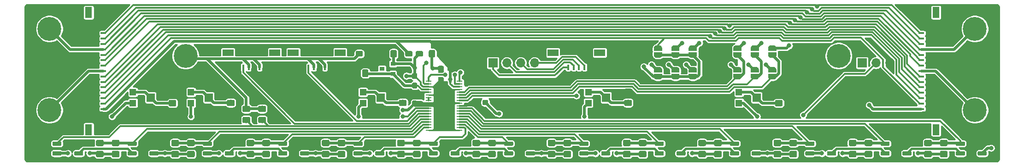
<source format=gbr>
G04 #@! TF.GenerationSoftware,KiCad,Pcbnew,(5.1.2)-2*
G04 #@! TF.CreationDate,2019-07-29T19:51:10+02:00*
G04 #@! TF.ProjectId,sensor_array_13_sensors,73656e73-6f72-45f6-9172-7261795f3133,1*
G04 #@! TF.SameCoordinates,Original*
G04 #@! TF.FileFunction,Copper,L1,Top*
G04 #@! TF.FilePolarity,Positive*
%FSLAX46Y46*%
G04 Gerber Fmt 4.6, Leading zero omitted, Abs format (unit mm)*
G04 Created by KiCad (PCBNEW (5.1.2)-2) date 2019-07-29 19:51:10*
%MOMM*%
%LPD*%
G04 APERTURE LIST*
%ADD10R,1.000000X0.400000*%
%ADD11R,1.300000X2.000000*%
%ADD12R,2.000000X1.300000*%
%ADD13R,0.400000X1.000000*%
%ADD14C,0.500000*%
%ADD15C,0.100000*%
%ADD16C,1.150000*%
%ADD17C,1.050000*%
%ADD18R,1.700000X1.700000*%
%ADD19O,1.700000X1.700000*%
%ADD20R,1.200000X1.200000*%
%ADD21R,1.500000X1.600000*%
%ADD22C,0.790000*%
%ADD23R,0.900000X0.800000*%
%ADD24C,0.950000*%
%ADD25R,1.100000X0.285000*%
%ADD26C,0.700000*%
%ADD27C,4.400000*%
%ADD28C,0.800000*%
%ADD29C,0.300000*%
%ADD30C,0.500000*%
%ADD31C,0.400000*%
%ADD32C,0.250000*%
G04 APERTURE END LIST*
D10*
X44910000Y-50800000D03*
X44910000Y-49800000D03*
X44910000Y-48800000D03*
X44910000Y-47800000D03*
X44910000Y-46800000D03*
X44910000Y-45800000D03*
X44910000Y-44800000D03*
X44910000Y-43800000D03*
X44910000Y-42800000D03*
X44910000Y-41800000D03*
X44910000Y-40800000D03*
X44910000Y-39800000D03*
X44910000Y-38800000D03*
X44910000Y-37800000D03*
X44910000Y-36800000D03*
X44910000Y-35800000D03*
X44910000Y-34800000D03*
D11*
X42210000Y-53600000D03*
X42210000Y-32000000D03*
D12*
X136100000Y-39410000D03*
X127500000Y-39410000D03*
D13*
X133300000Y-42110000D03*
X132300000Y-42110000D03*
X131300000Y-42110000D03*
X130300000Y-42110000D03*
D14*
X146800000Y-39850000D03*
D15*
G36*
X147549398Y-39850000D02*
G01*
X147549398Y-39874534D01*
X147544588Y-39923365D01*
X147535016Y-39971490D01*
X147520772Y-40018445D01*
X147501995Y-40063778D01*
X147478864Y-40107051D01*
X147451604Y-40147850D01*
X147420476Y-40185779D01*
X147385779Y-40220476D01*
X147347850Y-40251604D01*
X147307051Y-40278864D01*
X147263778Y-40301995D01*
X147218445Y-40320772D01*
X147171490Y-40335016D01*
X147123365Y-40344588D01*
X147074534Y-40349398D01*
X147050000Y-40349398D01*
X147050000Y-40350000D01*
X146550000Y-40350000D01*
X146550000Y-40349398D01*
X146525466Y-40349398D01*
X146476635Y-40344588D01*
X146428510Y-40335016D01*
X146381555Y-40320772D01*
X146336222Y-40301995D01*
X146292949Y-40278864D01*
X146252150Y-40251604D01*
X146214221Y-40220476D01*
X146179524Y-40185779D01*
X146148396Y-40147850D01*
X146121136Y-40107051D01*
X146098005Y-40063778D01*
X146079228Y-40018445D01*
X146064984Y-39971490D01*
X146055412Y-39923365D01*
X146050602Y-39874534D01*
X146050602Y-39850000D01*
X146050000Y-39850000D01*
X146050000Y-39350000D01*
X147550000Y-39350000D01*
X147550000Y-39850000D01*
X147549398Y-39850000D01*
X147549398Y-39850000D01*
G37*
D14*
X146800000Y-38550000D03*
D15*
G36*
X146050000Y-39050000D02*
G01*
X146050000Y-38550000D01*
X146050602Y-38550000D01*
X146050602Y-38525466D01*
X146055412Y-38476635D01*
X146064984Y-38428510D01*
X146079228Y-38381555D01*
X146098005Y-38336222D01*
X146121136Y-38292949D01*
X146148396Y-38252150D01*
X146179524Y-38214221D01*
X146214221Y-38179524D01*
X146252150Y-38148396D01*
X146292949Y-38121136D01*
X146336222Y-38098005D01*
X146381555Y-38079228D01*
X146428510Y-38064984D01*
X146476635Y-38055412D01*
X146525466Y-38050602D01*
X146550000Y-38050602D01*
X146550000Y-38050000D01*
X147050000Y-38050000D01*
X147050000Y-38050602D01*
X147074534Y-38050602D01*
X147123365Y-38055412D01*
X147171490Y-38064984D01*
X147218445Y-38079228D01*
X147263778Y-38098005D01*
X147307051Y-38121136D01*
X147347850Y-38148396D01*
X147385779Y-38179524D01*
X147420476Y-38214221D01*
X147451604Y-38252150D01*
X147478864Y-38292949D01*
X147501995Y-38336222D01*
X147520772Y-38381555D01*
X147535016Y-38428510D01*
X147544588Y-38476635D01*
X147549398Y-38525466D01*
X147549398Y-38550000D01*
X147550000Y-38550000D01*
X147550000Y-39050000D01*
X146050000Y-39050000D01*
X146050000Y-39050000D01*
G37*
D14*
X150000000Y-38550000D03*
D15*
G36*
X149250000Y-39050000D02*
G01*
X149250000Y-38550000D01*
X149250602Y-38550000D01*
X149250602Y-38525466D01*
X149255412Y-38476635D01*
X149264984Y-38428510D01*
X149279228Y-38381555D01*
X149298005Y-38336222D01*
X149321136Y-38292949D01*
X149348396Y-38252150D01*
X149379524Y-38214221D01*
X149414221Y-38179524D01*
X149452150Y-38148396D01*
X149492949Y-38121136D01*
X149536222Y-38098005D01*
X149581555Y-38079228D01*
X149628510Y-38064984D01*
X149676635Y-38055412D01*
X149725466Y-38050602D01*
X149750000Y-38050602D01*
X149750000Y-38050000D01*
X150250000Y-38050000D01*
X150250000Y-38050602D01*
X150274534Y-38050602D01*
X150323365Y-38055412D01*
X150371490Y-38064984D01*
X150418445Y-38079228D01*
X150463778Y-38098005D01*
X150507051Y-38121136D01*
X150547850Y-38148396D01*
X150585779Y-38179524D01*
X150620476Y-38214221D01*
X150651604Y-38252150D01*
X150678864Y-38292949D01*
X150701995Y-38336222D01*
X150720772Y-38381555D01*
X150735016Y-38428510D01*
X150744588Y-38476635D01*
X150749398Y-38525466D01*
X150749398Y-38550000D01*
X150750000Y-38550000D01*
X150750000Y-39050000D01*
X149250000Y-39050000D01*
X149250000Y-39050000D01*
G37*
D14*
X150000000Y-39850000D03*
D15*
G36*
X150749398Y-39850000D02*
G01*
X150749398Y-39874534D01*
X150744588Y-39923365D01*
X150735016Y-39971490D01*
X150720772Y-40018445D01*
X150701995Y-40063778D01*
X150678864Y-40107051D01*
X150651604Y-40147850D01*
X150620476Y-40185779D01*
X150585779Y-40220476D01*
X150547850Y-40251604D01*
X150507051Y-40278864D01*
X150463778Y-40301995D01*
X150418445Y-40320772D01*
X150371490Y-40335016D01*
X150323365Y-40344588D01*
X150274534Y-40349398D01*
X150250000Y-40349398D01*
X150250000Y-40350000D01*
X149750000Y-40350000D01*
X149750000Y-40349398D01*
X149725466Y-40349398D01*
X149676635Y-40344588D01*
X149628510Y-40335016D01*
X149581555Y-40320772D01*
X149536222Y-40301995D01*
X149492949Y-40278864D01*
X149452150Y-40251604D01*
X149414221Y-40220476D01*
X149379524Y-40185779D01*
X149348396Y-40147850D01*
X149321136Y-40107051D01*
X149298005Y-40063778D01*
X149279228Y-40018445D01*
X149264984Y-39971490D01*
X149255412Y-39923365D01*
X149250602Y-39874534D01*
X149250602Y-39850000D01*
X149250000Y-39850000D01*
X149250000Y-39350000D01*
X150750000Y-39350000D01*
X150750000Y-39850000D01*
X150749398Y-39850000D01*
X150749398Y-39850000D01*
G37*
D14*
X153200000Y-39850000D03*
D15*
G36*
X153949398Y-39850000D02*
G01*
X153949398Y-39874534D01*
X153944588Y-39923365D01*
X153935016Y-39971490D01*
X153920772Y-40018445D01*
X153901995Y-40063778D01*
X153878864Y-40107051D01*
X153851604Y-40147850D01*
X153820476Y-40185779D01*
X153785779Y-40220476D01*
X153747850Y-40251604D01*
X153707051Y-40278864D01*
X153663778Y-40301995D01*
X153618445Y-40320772D01*
X153571490Y-40335016D01*
X153523365Y-40344588D01*
X153474534Y-40349398D01*
X153450000Y-40349398D01*
X153450000Y-40350000D01*
X152950000Y-40350000D01*
X152950000Y-40349398D01*
X152925466Y-40349398D01*
X152876635Y-40344588D01*
X152828510Y-40335016D01*
X152781555Y-40320772D01*
X152736222Y-40301995D01*
X152692949Y-40278864D01*
X152652150Y-40251604D01*
X152614221Y-40220476D01*
X152579524Y-40185779D01*
X152548396Y-40147850D01*
X152521136Y-40107051D01*
X152498005Y-40063778D01*
X152479228Y-40018445D01*
X152464984Y-39971490D01*
X152455412Y-39923365D01*
X152450602Y-39874534D01*
X152450602Y-39850000D01*
X152450000Y-39850000D01*
X152450000Y-39350000D01*
X153950000Y-39350000D01*
X153950000Y-39850000D01*
X153949398Y-39850000D01*
X153949398Y-39850000D01*
G37*
D14*
X153200000Y-38550000D03*
D15*
G36*
X152450000Y-39050000D02*
G01*
X152450000Y-38550000D01*
X152450602Y-38550000D01*
X152450602Y-38525466D01*
X152455412Y-38476635D01*
X152464984Y-38428510D01*
X152479228Y-38381555D01*
X152498005Y-38336222D01*
X152521136Y-38292949D01*
X152548396Y-38252150D01*
X152579524Y-38214221D01*
X152614221Y-38179524D01*
X152652150Y-38148396D01*
X152692949Y-38121136D01*
X152736222Y-38098005D01*
X152781555Y-38079228D01*
X152828510Y-38064984D01*
X152876635Y-38055412D01*
X152925466Y-38050602D01*
X152950000Y-38050602D01*
X152950000Y-38050000D01*
X153450000Y-38050000D01*
X153450000Y-38050602D01*
X153474534Y-38050602D01*
X153523365Y-38055412D01*
X153571490Y-38064984D01*
X153618445Y-38079228D01*
X153663778Y-38098005D01*
X153707051Y-38121136D01*
X153747850Y-38148396D01*
X153785779Y-38179524D01*
X153820476Y-38214221D01*
X153851604Y-38252150D01*
X153878864Y-38292949D01*
X153901995Y-38336222D01*
X153920772Y-38381555D01*
X153935016Y-38428510D01*
X153944588Y-38476635D01*
X153949398Y-38525466D01*
X153949398Y-38550000D01*
X153950000Y-38550000D01*
X153950000Y-39050000D01*
X152450000Y-39050000D01*
X152450000Y-39050000D01*
G37*
D14*
X146800000Y-43850000D03*
D15*
G36*
X147549398Y-43850000D02*
G01*
X147549398Y-43874534D01*
X147544588Y-43923365D01*
X147535016Y-43971490D01*
X147520772Y-44018445D01*
X147501995Y-44063778D01*
X147478864Y-44107051D01*
X147451604Y-44147850D01*
X147420476Y-44185779D01*
X147385779Y-44220476D01*
X147347850Y-44251604D01*
X147307051Y-44278864D01*
X147263778Y-44301995D01*
X147218445Y-44320772D01*
X147171490Y-44335016D01*
X147123365Y-44344588D01*
X147074534Y-44349398D01*
X147050000Y-44349398D01*
X147050000Y-44350000D01*
X146550000Y-44350000D01*
X146550000Y-44349398D01*
X146525466Y-44349398D01*
X146476635Y-44344588D01*
X146428510Y-44335016D01*
X146381555Y-44320772D01*
X146336222Y-44301995D01*
X146292949Y-44278864D01*
X146252150Y-44251604D01*
X146214221Y-44220476D01*
X146179524Y-44185779D01*
X146148396Y-44147850D01*
X146121136Y-44107051D01*
X146098005Y-44063778D01*
X146079228Y-44018445D01*
X146064984Y-43971490D01*
X146055412Y-43923365D01*
X146050602Y-43874534D01*
X146050602Y-43850000D01*
X146050000Y-43850000D01*
X146050000Y-43350000D01*
X147550000Y-43350000D01*
X147550000Y-43850000D01*
X147549398Y-43850000D01*
X147549398Y-43850000D01*
G37*
D14*
X146800000Y-42550000D03*
D15*
G36*
X146050000Y-43050000D02*
G01*
X146050000Y-42550000D01*
X146050602Y-42550000D01*
X146050602Y-42525466D01*
X146055412Y-42476635D01*
X146064984Y-42428510D01*
X146079228Y-42381555D01*
X146098005Y-42336222D01*
X146121136Y-42292949D01*
X146148396Y-42252150D01*
X146179524Y-42214221D01*
X146214221Y-42179524D01*
X146252150Y-42148396D01*
X146292949Y-42121136D01*
X146336222Y-42098005D01*
X146381555Y-42079228D01*
X146428510Y-42064984D01*
X146476635Y-42055412D01*
X146525466Y-42050602D01*
X146550000Y-42050602D01*
X146550000Y-42050000D01*
X147050000Y-42050000D01*
X147050000Y-42050602D01*
X147074534Y-42050602D01*
X147123365Y-42055412D01*
X147171490Y-42064984D01*
X147218445Y-42079228D01*
X147263778Y-42098005D01*
X147307051Y-42121136D01*
X147347850Y-42148396D01*
X147385779Y-42179524D01*
X147420476Y-42214221D01*
X147451604Y-42252150D01*
X147478864Y-42292949D01*
X147501995Y-42336222D01*
X147520772Y-42381555D01*
X147535016Y-42428510D01*
X147544588Y-42476635D01*
X147549398Y-42525466D01*
X147549398Y-42550000D01*
X147550000Y-42550000D01*
X147550000Y-43050000D01*
X146050000Y-43050000D01*
X146050000Y-43050000D01*
G37*
D14*
X150000000Y-42550000D03*
D15*
G36*
X149250000Y-43050000D02*
G01*
X149250000Y-42550000D01*
X149250602Y-42550000D01*
X149250602Y-42525466D01*
X149255412Y-42476635D01*
X149264984Y-42428510D01*
X149279228Y-42381555D01*
X149298005Y-42336222D01*
X149321136Y-42292949D01*
X149348396Y-42252150D01*
X149379524Y-42214221D01*
X149414221Y-42179524D01*
X149452150Y-42148396D01*
X149492949Y-42121136D01*
X149536222Y-42098005D01*
X149581555Y-42079228D01*
X149628510Y-42064984D01*
X149676635Y-42055412D01*
X149725466Y-42050602D01*
X149750000Y-42050602D01*
X149750000Y-42050000D01*
X150250000Y-42050000D01*
X150250000Y-42050602D01*
X150274534Y-42050602D01*
X150323365Y-42055412D01*
X150371490Y-42064984D01*
X150418445Y-42079228D01*
X150463778Y-42098005D01*
X150507051Y-42121136D01*
X150547850Y-42148396D01*
X150585779Y-42179524D01*
X150620476Y-42214221D01*
X150651604Y-42252150D01*
X150678864Y-42292949D01*
X150701995Y-42336222D01*
X150720772Y-42381555D01*
X150735016Y-42428510D01*
X150744588Y-42476635D01*
X150749398Y-42525466D01*
X150749398Y-42550000D01*
X150750000Y-42550000D01*
X150750000Y-43050000D01*
X149250000Y-43050000D01*
X149250000Y-43050000D01*
G37*
D14*
X150000000Y-43850000D03*
D15*
G36*
X150749398Y-43850000D02*
G01*
X150749398Y-43874534D01*
X150744588Y-43923365D01*
X150735016Y-43971490D01*
X150720772Y-44018445D01*
X150701995Y-44063778D01*
X150678864Y-44107051D01*
X150651604Y-44147850D01*
X150620476Y-44185779D01*
X150585779Y-44220476D01*
X150547850Y-44251604D01*
X150507051Y-44278864D01*
X150463778Y-44301995D01*
X150418445Y-44320772D01*
X150371490Y-44335016D01*
X150323365Y-44344588D01*
X150274534Y-44349398D01*
X150250000Y-44349398D01*
X150250000Y-44350000D01*
X149750000Y-44350000D01*
X149750000Y-44349398D01*
X149725466Y-44349398D01*
X149676635Y-44344588D01*
X149628510Y-44335016D01*
X149581555Y-44320772D01*
X149536222Y-44301995D01*
X149492949Y-44278864D01*
X149452150Y-44251604D01*
X149414221Y-44220476D01*
X149379524Y-44185779D01*
X149348396Y-44147850D01*
X149321136Y-44107051D01*
X149298005Y-44063778D01*
X149279228Y-44018445D01*
X149264984Y-43971490D01*
X149255412Y-43923365D01*
X149250602Y-43874534D01*
X149250602Y-43850000D01*
X149250000Y-43850000D01*
X149250000Y-43350000D01*
X150750000Y-43350000D01*
X150750000Y-43850000D01*
X150749398Y-43850000D01*
X150749398Y-43850000D01*
G37*
D14*
X153200000Y-43850000D03*
D15*
G36*
X153949398Y-43850000D02*
G01*
X153949398Y-43874534D01*
X153944588Y-43923365D01*
X153935016Y-43971490D01*
X153920772Y-44018445D01*
X153901995Y-44063778D01*
X153878864Y-44107051D01*
X153851604Y-44147850D01*
X153820476Y-44185779D01*
X153785779Y-44220476D01*
X153747850Y-44251604D01*
X153707051Y-44278864D01*
X153663778Y-44301995D01*
X153618445Y-44320772D01*
X153571490Y-44335016D01*
X153523365Y-44344588D01*
X153474534Y-44349398D01*
X153450000Y-44349398D01*
X153450000Y-44350000D01*
X152950000Y-44350000D01*
X152950000Y-44349398D01*
X152925466Y-44349398D01*
X152876635Y-44344588D01*
X152828510Y-44335016D01*
X152781555Y-44320772D01*
X152736222Y-44301995D01*
X152692949Y-44278864D01*
X152652150Y-44251604D01*
X152614221Y-44220476D01*
X152579524Y-44185779D01*
X152548396Y-44147850D01*
X152521136Y-44107051D01*
X152498005Y-44063778D01*
X152479228Y-44018445D01*
X152464984Y-43971490D01*
X152455412Y-43923365D01*
X152450602Y-43874534D01*
X152450602Y-43850000D01*
X152450000Y-43850000D01*
X152450000Y-43350000D01*
X153950000Y-43350000D01*
X153950000Y-43850000D01*
X153949398Y-43850000D01*
X153949398Y-43850000D01*
G37*
D14*
X153200000Y-42550000D03*
D15*
G36*
X152450000Y-43050000D02*
G01*
X152450000Y-42550000D01*
X152450602Y-42550000D01*
X152450602Y-42525466D01*
X152455412Y-42476635D01*
X152464984Y-42428510D01*
X152479228Y-42381555D01*
X152498005Y-42336222D01*
X152521136Y-42292949D01*
X152548396Y-42252150D01*
X152579524Y-42214221D01*
X152614221Y-42179524D01*
X152652150Y-42148396D01*
X152692949Y-42121136D01*
X152736222Y-42098005D01*
X152781555Y-42079228D01*
X152828510Y-42064984D01*
X152876635Y-42055412D01*
X152925466Y-42050602D01*
X152950000Y-42050602D01*
X152950000Y-42050000D01*
X153450000Y-42050000D01*
X153450000Y-42050602D01*
X153474534Y-42050602D01*
X153523365Y-42055412D01*
X153571490Y-42064984D01*
X153618445Y-42079228D01*
X153663778Y-42098005D01*
X153707051Y-42121136D01*
X153747850Y-42148396D01*
X153785779Y-42179524D01*
X153820476Y-42214221D01*
X153851604Y-42252150D01*
X153878864Y-42292949D01*
X153901995Y-42336222D01*
X153920772Y-42381555D01*
X153935016Y-42428510D01*
X153944588Y-42476635D01*
X153949398Y-42525466D01*
X153949398Y-42550000D01*
X153950000Y-42550000D01*
X153950000Y-43050000D01*
X152450000Y-43050000D01*
X152450000Y-43050000D01*
G37*
G36*
X58074505Y-46101204D02*
G01*
X58098773Y-46104804D01*
X58122572Y-46110765D01*
X58145671Y-46119030D01*
X58167850Y-46129520D01*
X58188893Y-46142132D01*
X58208599Y-46156747D01*
X58226777Y-46173223D01*
X58243253Y-46191401D01*
X58257868Y-46211107D01*
X58270480Y-46232150D01*
X58280970Y-46254329D01*
X58289235Y-46277428D01*
X58295196Y-46301227D01*
X58298796Y-46325495D01*
X58300000Y-46349999D01*
X58300000Y-47000001D01*
X58298796Y-47024505D01*
X58295196Y-47048773D01*
X58289235Y-47072572D01*
X58280970Y-47095671D01*
X58270480Y-47117850D01*
X58257868Y-47138893D01*
X58243253Y-47158599D01*
X58226777Y-47176777D01*
X58208599Y-47193253D01*
X58188893Y-47207868D01*
X58167850Y-47220480D01*
X58145671Y-47230970D01*
X58122572Y-47239235D01*
X58098773Y-47245196D01*
X58074505Y-47248796D01*
X58050001Y-47250000D01*
X57149999Y-47250000D01*
X57125495Y-47248796D01*
X57101227Y-47245196D01*
X57077428Y-47239235D01*
X57054329Y-47230970D01*
X57032150Y-47220480D01*
X57011107Y-47207868D01*
X56991401Y-47193253D01*
X56973223Y-47176777D01*
X56956747Y-47158599D01*
X56942132Y-47138893D01*
X56929520Y-47117850D01*
X56919030Y-47095671D01*
X56910765Y-47072572D01*
X56904804Y-47048773D01*
X56901204Y-47024505D01*
X56900000Y-47000001D01*
X56900000Y-46349999D01*
X56901204Y-46325495D01*
X56904804Y-46301227D01*
X56910765Y-46277428D01*
X56919030Y-46254329D01*
X56929520Y-46232150D01*
X56942132Y-46211107D01*
X56956747Y-46191401D01*
X56973223Y-46173223D01*
X56991401Y-46156747D01*
X57011107Y-46142132D01*
X57032150Y-46129520D01*
X57054329Y-46119030D01*
X57077428Y-46110765D01*
X57101227Y-46104804D01*
X57125495Y-46101204D01*
X57149999Y-46100000D01*
X58050001Y-46100000D01*
X58074505Y-46101204D01*
X58074505Y-46101204D01*
G37*
D16*
X57600000Y-46675000D03*
D15*
G36*
X58074505Y-48151204D02*
G01*
X58098773Y-48154804D01*
X58122572Y-48160765D01*
X58145671Y-48169030D01*
X58167850Y-48179520D01*
X58188893Y-48192132D01*
X58208599Y-48206747D01*
X58226777Y-48223223D01*
X58243253Y-48241401D01*
X58257868Y-48261107D01*
X58270480Y-48282150D01*
X58280970Y-48304329D01*
X58289235Y-48327428D01*
X58295196Y-48351227D01*
X58298796Y-48375495D01*
X58300000Y-48399999D01*
X58300000Y-49050001D01*
X58298796Y-49074505D01*
X58295196Y-49098773D01*
X58289235Y-49122572D01*
X58280970Y-49145671D01*
X58270480Y-49167850D01*
X58257868Y-49188893D01*
X58243253Y-49208599D01*
X58226777Y-49226777D01*
X58208599Y-49243253D01*
X58188893Y-49257868D01*
X58167850Y-49270480D01*
X58145671Y-49280970D01*
X58122572Y-49289235D01*
X58098773Y-49295196D01*
X58074505Y-49298796D01*
X58050001Y-49300000D01*
X57149999Y-49300000D01*
X57125495Y-49298796D01*
X57101227Y-49295196D01*
X57077428Y-49289235D01*
X57054329Y-49280970D01*
X57032150Y-49270480D01*
X57011107Y-49257868D01*
X56991401Y-49243253D01*
X56973223Y-49226777D01*
X56956747Y-49208599D01*
X56942132Y-49188893D01*
X56929520Y-49167850D01*
X56919030Y-49145671D01*
X56910765Y-49122572D01*
X56904804Y-49098773D01*
X56901204Y-49074505D01*
X56900000Y-49050001D01*
X56900000Y-48399999D01*
X56901204Y-48375495D01*
X56904804Y-48351227D01*
X56910765Y-48327428D01*
X56919030Y-48304329D01*
X56929520Y-48282150D01*
X56942132Y-48261107D01*
X56956747Y-48241401D01*
X56973223Y-48223223D01*
X56991401Y-48206747D01*
X57011107Y-48192132D01*
X57032150Y-48179520D01*
X57054329Y-48169030D01*
X57077428Y-48160765D01*
X57101227Y-48154804D01*
X57125495Y-48151204D01*
X57149999Y-48150000D01*
X58050001Y-48150000D01*
X58074505Y-48151204D01*
X58074505Y-48151204D01*
G37*
D16*
X57600000Y-48725000D03*
D15*
G36*
X74543736Y-49201204D02*
G01*
X74568004Y-49204804D01*
X74591803Y-49210765D01*
X74614902Y-49219030D01*
X74637081Y-49229520D01*
X74658124Y-49242132D01*
X74677830Y-49256747D01*
X74696008Y-49273223D01*
X74712484Y-49291401D01*
X74727099Y-49311107D01*
X74739711Y-49332150D01*
X74750201Y-49354329D01*
X74758466Y-49377428D01*
X74764427Y-49401227D01*
X74768027Y-49425495D01*
X74769231Y-49449999D01*
X74769231Y-50100001D01*
X74768027Y-50124505D01*
X74764427Y-50148773D01*
X74758466Y-50172572D01*
X74750201Y-50195671D01*
X74739711Y-50217850D01*
X74727099Y-50238893D01*
X74712484Y-50258599D01*
X74696008Y-50276777D01*
X74677830Y-50293253D01*
X74658124Y-50307868D01*
X74637081Y-50320480D01*
X74614902Y-50330970D01*
X74591803Y-50339235D01*
X74568004Y-50345196D01*
X74543736Y-50348796D01*
X74519232Y-50350000D01*
X73619230Y-50350000D01*
X73594726Y-50348796D01*
X73570458Y-50345196D01*
X73546659Y-50339235D01*
X73523560Y-50330970D01*
X73501381Y-50320480D01*
X73480338Y-50307868D01*
X73460632Y-50293253D01*
X73442454Y-50276777D01*
X73425978Y-50258599D01*
X73411363Y-50238893D01*
X73398751Y-50217850D01*
X73388261Y-50195671D01*
X73379996Y-50172572D01*
X73374035Y-50148773D01*
X73370435Y-50124505D01*
X73369231Y-50100001D01*
X73369231Y-49449999D01*
X73370435Y-49425495D01*
X73374035Y-49401227D01*
X73379996Y-49377428D01*
X73388261Y-49354329D01*
X73398751Y-49332150D01*
X73411363Y-49311107D01*
X73425978Y-49291401D01*
X73442454Y-49273223D01*
X73460632Y-49256747D01*
X73480338Y-49242132D01*
X73501381Y-49229520D01*
X73523560Y-49219030D01*
X73546659Y-49210765D01*
X73570458Y-49204804D01*
X73594726Y-49201204D01*
X73619230Y-49200000D01*
X74519232Y-49200000D01*
X74543736Y-49201204D01*
X74543736Y-49201204D01*
G37*
D16*
X74069231Y-49775000D03*
D15*
G36*
X74543736Y-51251204D02*
G01*
X74568004Y-51254804D01*
X74591803Y-51260765D01*
X74614902Y-51269030D01*
X74637081Y-51279520D01*
X74658124Y-51292132D01*
X74677830Y-51306747D01*
X74696008Y-51323223D01*
X74712484Y-51341401D01*
X74727099Y-51361107D01*
X74739711Y-51382150D01*
X74750201Y-51404329D01*
X74758466Y-51427428D01*
X74764427Y-51451227D01*
X74768027Y-51475495D01*
X74769231Y-51499999D01*
X74769231Y-52150001D01*
X74768027Y-52174505D01*
X74764427Y-52198773D01*
X74758466Y-52222572D01*
X74750201Y-52245671D01*
X74739711Y-52267850D01*
X74727099Y-52288893D01*
X74712484Y-52308599D01*
X74696008Y-52326777D01*
X74677830Y-52343253D01*
X74658124Y-52357868D01*
X74637081Y-52370480D01*
X74614902Y-52380970D01*
X74591803Y-52389235D01*
X74568004Y-52395196D01*
X74543736Y-52398796D01*
X74519232Y-52400000D01*
X73619230Y-52400000D01*
X73594726Y-52398796D01*
X73570458Y-52395196D01*
X73546659Y-52389235D01*
X73523560Y-52380970D01*
X73501381Y-52370480D01*
X73480338Y-52357868D01*
X73460632Y-52343253D01*
X73442454Y-52326777D01*
X73425978Y-52308599D01*
X73411363Y-52288893D01*
X73398751Y-52267850D01*
X73388261Y-52245671D01*
X73379996Y-52222572D01*
X73374035Y-52198773D01*
X73370435Y-52174505D01*
X73369231Y-52150001D01*
X73369231Y-51499999D01*
X73370435Y-51475495D01*
X73374035Y-51451227D01*
X73379996Y-51427428D01*
X73388261Y-51404329D01*
X73398751Y-51382150D01*
X73411363Y-51361107D01*
X73425978Y-51341401D01*
X73442454Y-51323223D01*
X73460632Y-51306747D01*
X73480338Y-51292132D01*
X73501381Y-51279520D01*
X73523560Y-51269030D01*
X73546659Y-51260765D01*
X73570458Y-51254804D01*
X73594726Y-51251204D01*
X73619230Y-51250000D01*
X74519232Y-51250000D01*
X74543736Y-51251204D01*
X74543736Y-51251204D01*
G37*
D16*
X74069231Y-51825000D03*
D15*
G36*
X44736043Y-57551204D02*
G01*
X44760311Y-57554804D01*
X44784110Y-57560765D01*
X44807209Y-57569030D01*
X44829388Y-57579520D01*
X44850431Y-57592132D01*
X44870137Y-57606747D01*
X44888315Y-57623223D01*
X44904791Y-57641401D01*
X44919406Y-57661107D01*
X44932018Y-57682150D01*
X44942508Y-57704329D01*
X44950773Y-57727428D01*
X44956734Y-57751227D01*
X44960334Y-57775495D01*
X44961538Y-57799999D01*
X44961538Y-58450001D01*
X44960334Y-58474505D01*
X44956734Y-58498773D01*
X44950773Y-58522572D01*
X44942508Y-58545671D01*
X44932018Y-58567850D01*
X44919406Y-58588893D01*
X44904791Y-58608599D01*
X44888315Y-58626777D01*
X44870137Y-58643253D01*
X44850431Y-58657868D01*
X44829388Y-58670480D01*
X44807209Y-58680970D01*
X44784110Y-58689235D01*
X44760311Y-58695196D01*
X44736043Y-58698796D01*
X44711539Y-58700000D01*
X43811537Y-58700000D01*
X43787033Y-58698796D01*
X43762765Y-58695196D01*
X43738966Y-58689235D01*
X43715867Y-58680970D01*
X43693688Y-58670480D01*
X43672645Y-58657868D01*
X43652939Y-58643253D01*
X43634761Y-58626777D01*
X43618285Y-58608599D01*
X43603670Y-58588893D01*
X43591058Y-58567850D01*
X43580568Y-58545671D01*
X43572303Y-58522572D01*
X43566342Y-58498773D01*
X43562742Y-58474505D01*
X43561538Y-58450001D01*
X43561538Y-57799999D01*
X43562742Y-57775495D01*
X43566342Y-57751227D01*
X43572303Y-57727428D01*
X43580568Y-57704329D01*
X43591058Y-57682150D01*
X43603670Y-57661107D01*
X43618285Y-57641401D01*
X43634761Y-57623223D01*
X43652939Y-57606747D01*
X43672645Y-57592132D01*
X43693688Y-57579520D01*
X43715867Y-57569030D01*
X43738966Y-57560765D01*
X43762765Y-57554804D01*
X43787033Y-57551204D01*
X43811537Y-57550000D01*
X44711539Y-57550000D01*
X44736043Y-57551204D01*
X44736043Y-57551204D01*
G37*
D16*
X44261538Y-58125000D03*
D15*
G36*
X44736043Y-55501204D02*
G01*
X44760311Y-55504804D01*
X44784110Y-55510765D01*
X44807209Y-55519030D01*
X44829388Y-55529520D01*
X44850431Y-55542132D01*
X44870137Y-55556747D01*
X44888315Y-55573223D01*
X44904791Y-55591401D01*
X44919406Y-55611107D01*
X44932018Y-55632150D01*
X44942508Y-55654329D01*
X44950773Y-55677428D01*
X44956734Y-55701227D01*
X44960334Y-55725495D01*
X44961538Y-55749999D01*
X44961538Y-56400001D01*
X44960334Y-56424505D01*
X44956734Y-56448773D01*
X44950773Y-56472572D01*
X44942508Y-56495671D01*
X44932018Y-56517850D01*
X44919406Y-56538893D01*
X44904791Y-56558599D01*
X44888315Y-56576777D01*
X44870137Y-56593253D01*
X44850431Y-56607868D01*
X44829388Y-56620480D01*
X44807209Y-56630970D01*
X44784110Y-56639235D01*
X44760311Y-56645196D01*
X44736043Y-56648796D01*
X44711539Y-56650000D01*
X43811537Y-56650000D01*
X43787033Y-56648796D01*
X43762765Y-56645196D01*
X43738966Y-56639235D01*
X43715867Y-56630970D01*
X43693688Y-56620480D01*
X43672645Y-56607868D01*
X43652939Y-56593253D01*
X43634761Y-56576777D01*
X43618285Y-56558599D01*
X43603670Y-56538893D01*
X43591058Y-56517850D01*
X43580568Y-56495671D01*
X43572303Y-56472572D01*
X43566342Y-56448773D01*
X43562742Y-56424505D01*
X43561538Y-56400001D01*
X43561538Y-55749999D01*
X43562742Y-55725495D01*
X43566342Y-55701227D01*
X43572303Y-55677428D01*
X43580568Y-55654329D01*
X43591058Y-55632150D01*
X43603670Y-55611107D01*
X43618285Y-55591401D01*
X43634761Y-55573223D01*
X43652939Y-55556747D01*
X43672645Y-55542132D01*
X43693688Y-55529520D01*
X43715867Y-55519030D01*
X43738966Y-55510765D01*
X43762765Y-55504804D01*
X43787033Y-55501204D01*
X43811537Y-55500000D01*
X44711539Y-55500000D01*
X44736043Y-55501204D01*
X44736043Y-55501204D01*
G37*
D16*
X44261538Y-56075000D03*
D15*
G36*
X58566812Y-55501204D02*
G01*
X58591080Y-55504804D01*
X58614879Y-55510765D01*
X58637978Y-55519030D01*
X58660157Y-55529520D01*
X58681200Y-55542132D01*
X58700906Y-55556747D01*
X58719084Y-55573223D01*
X58735560Y-55591401D01*
X58750175Y-55611107D01*
X58762787Y-55632150D01*
X58773277Y-55654329D01*
X58781542Y-55677428D01*
X58787503Y-55701227D01*
X58791103Y-55725495D01*
X58792307Y-55749999D01*
X58792307Y-56400001D01*
X58791103Y-56424505D01*
X58787503Y-56448773D01*
X58781542Y-56472572D01*
X58773277Y-56495671D01*
X58762787Y-56517850D01*
X58750175Y-56538893D01*
X58735560Y-56558599D01*
X58719084Y-56576777D01*
X58700906Y-56593253D01*
X58681200Y-56607868D01*
X58660157Y-56620480D01*
X58637978Y-56630970D01*
X58614879Y-56639235D01*
X58591080Y-56645196D01*
X58566812Y-56648796D01*
X58542308Y-56650000D01*
X57642306Y-56650000D01*
X57617802Y-56648796D01*
X57593534Y-56645196D01*
X57569735Y-56639235D01*
X57546636Y-56630970D01*
X57524457Y-56620480D01*
X57503414Y-56607868D01*
X57483708Y-56593253D01*
X57465530Y-56576777D01*
X57449054Y-56558599D01*
X57434439Y-56538893D01*
X57421827Y-56517850D01*
X57411337Y-56495671D01*
X57403072Y-56472572D01*
X57397111Y-56448773D01*
X57393511Y-56424505D01*
X57392307Y-56400001D01*
X57392307Y-55749999D01*
X57393511Y-55725495D01*
X57397111Y-55701227D01*
X57403072Y-55677428D01*
X57411337Y-55654329D01*
X57421827Y-55632150D01*
X57434439Y-55611107D01*
X57449054Y-55591401D01*
X57465530Y-55573223D01*
X57483708Y-55556747D01*
X57503414Y-55542132D01*
X57524457Y-55529520D01*
X57546636Y-55519030D01*
X57569735Y-55510765D01*
X57593534Y-55504804D01*
X57617802Y-55501204D01*
X57642306Y-55500000D01*
X58542308Y-55500000D01*
X58566812Y-55501204D01*
X58566812Y-55501204D01*
G37*
D16*
X58092307Y-56075000D03*
D15*
G36*
X58566812Y-57551204D02*
G01*
X58591080Y-57554804D01*
X58614879Y-57560765D01*
X58637978Y-57569030D01*
X58660157Y-57579520D01*
X58681200Y-57592132D01*
X58700906Y-57606747D01*
X58719084Y-57623223D01*
X58735560Y-57641401D01*
X58750175Y-57661107D01*
X58762787Y-57682150D01*
X58773277Y-57704329D01*
X58781542Y-57727428D01*
X58787503Y-57751227D01*
X58791103Y-57775495D01*
X58792307Y-57799999D01*
X58792307Y-58450001D01*
X58791103Y-58474505D01*
X58787503Y-58498773D01*
X58781542Y-58522572D01*
X58773277Y-58545671D01*
X58762787Y-58567850D01*
X58750175Y-58588893D01*
X58735560Y-58608599D01*
X58719084Y-58626777D01*
X58700906Y-58643253D01*
X58681200Y-58657868D01*
X58660157Y-58670480D01*
X58637978Y-58680970D01*
X58614879Y-58689235D01*
X58591080Y-58695196D01*
X58566812Y-58698796D01*
X58542308Y-58700000D01*
X57642306Y-58700000D01*
X57617802Y-58698796D01*
X57593534Y-58695196D01*
X57569735Y-58689235D01*
X57546636Y-58680970D01*
X57524457Y-58670480D01*
X57503414Y-58657868D01*
X57483708Y-58643253D01*
X57465530Y-58626777D01*
X57449054Y-58608599D01*
X57434439Y-58588893D01*
X57421827Y-58567850D01*
X57411337Y-58545671D01*
X57403072Y-58522572D01*
X57397111Y-58498773D01*
X57393511Y-58474505D01*
X57392307Y-58450001D01*
X57392307Y-57799999D01*
X57393511Y-57775495D01*
X57397111Y-57751227D01*
X57403072Y-57727428D01*
X57411337Y-57704329D01*
X57421827Y-57682150D01*
X57434439Y-57661107D01*
X57449054Y-57641401D01*
X57465530Y-57623223D01*
X57483708Y-57606747D01*
X57503414Y-57592132D01*
X57524457Y-57579520D01*
X57546636Y-57569030D01*
X57569735Y-57560765D01*
X57593534Y-57554804D01*
X57617802Y-57551204D01*
X57642306Y-57550000D01*
X58542308Y-57550000D01*
X58566812Y-57551204D01*
X58566812Y-57551204D01*
G37*
D16*
X58092307Y-58125000D03*
D15*
G36*
X72397581Y-55501204D02*
G01*
X72421849Y-55504804D01*
X72445648Y-55510765D01*
X72468747Y-55519030D01*
X72490926Y-55529520D01*
X72511969Y-55542132D01*
X72531675Y-55556747D01*
X72549853Y-55573223D01*
X72566329Y-55591401D01*
X72580944Y-55611107D01*
X72593556Y-55632150D01*
X72604046Y-55654329D01*
X72612311Y-55677428D01*
X72618272Y-55701227D01*
X72621872Y-55725495D01*
X72623076Y-55749999D01*
X72623076Y-56400001D01*
X72621872Y-56424505D01*
X72618272Y-56448773D01*
X72612311Y-56472572D01*
X72604046Y-56495671D01*
X72593556Y-56517850D01*
X72580944Y-56538893D01*
X72566329Y-56558599D01*
X72549853Y-56576777D01*
X72531675Y-56593253D01*
X72511969Y-56607868D01*
X72490926Y-56620480D01*
X72468747Y-56630970D01*
X72445648Y-56639235D01*
X72421849Y-56645196D01*
X72397581Y-56648796D01*
X72373077Y-56650000D01*
X71473075Y-56650000D01*
X71448571Y-56648796D01*
X71424303Y-56645196D01*
X71400504Y-56639235D01*
X71377405Y-56630970D01*
X71355226Y-56620480D01*
X71334183Y-56607868D01*
X71314477Y-56593253D01*
X71296299Y-56576777D01*
X71279823Y-56558599D01*
X71265208Y-56538893D01*
X71252596Y-56517850D01*
X71242106Y-56495671D01*
X71233841Y-56472572D01*
X71227880Y-56448773D01*
X71224280Y-56424505D01*
X71223076Y-56400001D01*
X71223076Y-55749999D01*
X71224280Y-55725495D01*
X71227880Y-55701227D01*
X71233841Y-55677428D01*
X71242106Y-55654329D01*
X71252596Y-55632150D01*
X71265208Y-55611107D01*
X71279823Y-55591401D01*
X71296299Y-55573223D01*
X71314477Y-55556747D01*
X71334183Y-55542132D01*
X71355226Y-55529520D01*
X71377405Y-55519030D01*
X71400504Y-55510765D01*
X71424303Y-55504804D01*
X71448571Y-55501204D01*
X71473075Y-55500000D01*
X72373077Y-55500000D01*
X72397581Y-55501204D01*
X72397581Y-55501204D01*
G37*
D16*
X71923076Y-56075000D03*
D15*
G36*
X72397581Y-57551204D02*
G01*
X72421849Y-57554804D01*
X72445648Y-57560765D01*
X72468747Y-57569030D01*
X72490926Y-57579520D01*
X72511969Y-57592132D01*
X72531675Y-57606747D01*
X72549853Y-57623223D01*
X72566329Y-57641401D01*
X72580944Y-57661107D01*
X72593556Y-57682150D01*
X72604046Y-57704329D01*
X72612311Y-57727428D01*
X72618272Y-57751227D01*
X72621872Y-57775495D01*
X72623076Y-57799999D01*
X72623076Y-58450001D01*
X72621872Y-58474505D01*
X72618272Y-58498773D01*
X72612311Y-58522572D01*
X72604046Y-58545671D01*
X72593556Y-58567850D01*
X72580944Y-58588893D01*
X72566329Y-58608599D01*
X72549853Y-58626777D01*
X72531675Y-58643253D01*
X72511969Y-58657868D01*
X72490926Y-58670480D01*
X72468747Y-58680970D01*
X72445648Y-58689235D01*
X72421849Y-58695196D01*
X72397581Y-58698796D01*
X72373077Y-58700000D01*
X71473075Y-58700000D01*
X71448571Y-58698796D01*
X71424303Y-58695196D01*
X71400504Y-58689235D01*
X71377405Y-58680970D01*
X71355226Y-58670480D01*
X71334183Y-58657868D01*
X71314477Y-58643253D01*
X71296299Y-58626777D01*
X71279823Y-58608599D01*
X71265208Y-58588893D01*
X71252596Y-58567850D01*
X71242106Y-58545671D01*
X71233841Y-58522572D01*
X71227880Y-58498773D01*
X71224280Y-58474505D01*
X71223076Y-58450001D01*
X71223076Y-57799999D01*
X71224280Y-57775495D01*
X71227880Y-57751227D01*
X71233841Y-57727428D01*
X71242106Y-57704329D01*
X71252596Y-57682150D01*
X71265208Y-57661107D01*
X71279823Y-57641401D01*
X71296299Y-57623223D01*
X71314477Y-57606747D01*
X71334183Y-57592132D01*
X71355226Y-57579520D01*
X71377405Y-57569030D01*
X71400504Y-57560765D01*
X71424303Y-57554804D01*
X71448571Y-57551204D01*
X71473075Y-57550000D01*
X72373077Y-57550000D01*
X72397581Y-57551204D01*
X72397581Y-57551204D01*
G37*
D16*
X71923076Y-58125000D03*
D15*
G36*
X86228350Y-55501204D02*
G01*
X86252618Y-55504804D01*
X86276417Y-55510765D01*
X86299516Y-55519030D01*
X86321695Y-55529520D01*
X86342738Y-55542132D01*
X86362444Y-55556747D01*
X86380622Y-55573223D01*
X86397098Y-55591401D01*
X86411713Y-55611107D01*
X86424325Y-55632150D01*
X86434815Y-55654329D01*
X86443080Y-55677428D01*
X86449041Y-55701227D01*
X86452641Y-55725495D01*
X86453845Y-55749999D01*
X86453845Y-56400001D01*
X86452641Y-56424505D01*
X86449041Y-56448773D01*
X86443080Y-56472572D01*
X86434815Y-56495671D01*
X86424325Y-56517850D01*
X86411713Y-56538893D01*
X86397098Y-56558599D01*
X86380622Y-56576777D01*
X86362444Y-56593253D01*
X86342738Y-56607868D01*
X86321695Y-56620480D01*
X86299516Y-56630970D01*
X86276417Y-56639235D01*
X86252618Y-56645196D01*
X86228350Y-56648796D01*
X86203846Y-56650000D01*
X85303844Y-56650000D01*
X85279340Y-56648796D01*
X85255072Y-56645196D01*
X85231273Y-56639235D01*
X85208174Y-56630970D01*
X85185995Y-56620480D01*
X85164952Y-56607868D01*
X85145246Y-56593253D01*
X85127068Y-56576777D01*
X85110592Y-56558599D01*
X85095977Y-56538893D01*
X85083365Y-56517850D01*
X85072875Y-56495671D01*
X85064610Y-56472572D01*
X85058649Y-56448773D01*
X85055049Y-56424505D01*
X85053845Y-56400001D01*
X85053845Y-55749999D01*
X85055049Y-55725495D01*
X85058649Y-55701227D01*
X85064610Y-55677428D01*
X85072875Y-55654329D01*
X85083365Y-55632150D01*
X85095977Y-55611107D01*
X85110592Y-55591401D01*
X85127068Y-55573223D01*
X85145246Y-55556747D01*
X85164952Y-55542132D01*
X85185995Y-55529520D01*
X85208174Y-55519030D01*
X85231273Y-55510765D01*
X85255072Y-55504804D01*
X85279340Y-55501204D01*
X85303844Y-55500000D01*
X86203846Y-55500000D01*
X86228350Y-55501204D01*
X86228350Y-55501204D01*
G37*
D16*
X85753845Y-56075000D03*
D15*
G36*
X86228350Y-57551204D02*
G01*
X86252618Y-57554804D01*
X86276417Y-57560765D01*
X86299516Y-57569030D01*
X86321695Y-57579520D01*
X86342738Y-57592132D01*
X86362444Y-57606747D01*
X86380622Y-57623223D01*
X86397098Y-57641401D01*
X86411713Y-57661107D01*
X86424325Y-57682150D01*
X86434815Y-57704329D01*
X86443080Y-57727428D01*
X86449041Y-57751227D01*
X86452641Y-57775495D01*
X86453845Y-57799999D01*
X86453845Y-58450001D01*
X86452641Y-58474505D01*
X86449041Y-58498773D01*
X86443080Y-58522572D01*
X86434815Y-58545671D01*
X86424325Y-58567850D01*
X86411713Y-58588893D01*
X86397098Y-58608599D01*
X86380622Y-58626777D01*
X86362444Y-58643253D01*
X86342738Y-58657868D01*
X86321695Y-58670480D01*
X86299516Y-58680970D01*
X86276417Y-58689235D01*
X86252618Y-58695196D01*
X86228350Y-58698796D01*
X86203846Y-58700000D01*
X85303844Y-58700000D01*
X85279340Y-58698796D01*
X85255072Y-58695196D01*
X85231273Y-58689235D01*
X85208174Y-58680970D01*
X85185995Y-58670480D01*
X85164952Y-58657868D01*
X85145246Y-58643253D01*
X85127068Y-58626777D01*
X85110592Y-58608599D01*
X85095977Y-58588893D01*
X85083365Y-58567850D01*
X85072875Y-58545671D01*
X85064610Y-58522572D01*
X85058649Y-58498773D01*
X85055049Y-58474505D01*
X85053845Y-58450001D01*
X85053845Y-57799999D01*
X85055049Y-57775495D01*
X85058649Y-57751227D01*
X85064610Y-57727428D01*
X85072875Y-57704329D01*
X85083365Y-57682150D01*
X85095977Y-57661107D01*
X85110592Y-57641401D01*
X85127068Y-57623223D01*
X85145246Y-57606747D01*
X85164952Y-57592132D01*
X85185995Y-57579520D01*
X85208174Y-57569030D01*
X85231273Y-57560765D01*
X85255072Y-57554804D01*
X85279340Y-57551204D01*
X85303844Y-57550000D01*
X86203846Y-57550000D01*
X86228350Y-57551204D01*
X86228350Y-57551204D01*
G37*
D16*
X85753845Y-58125000D03*
D15*
G36*
X100059119Y-57551204D02*
G01*
X100083387Y-57554804D01*
X100107186Y-57560765D01*
X100130285Y-57569030D01*
X100152464Y-57579520D01*
X100173507Y-57592132D01*
X100193213Y-57606747D01*
X100211391Y-57623223D01*
X100227867Y-57641401D01*
X100242482Y-57661107D01*
X100255094Y-57682150D01*
X100265584Y-57704329D01*
X100273849Y-57727428D01*
X100279810Y-57751227D01*
X100283410Y-57775495D01*
X100284614Y-57799999D01*
X100284614Y-58450001D01*
X100283410Y-58474505D01*
X100279810Y-58498773D01*
X100273849Y-58522572D01*
X100265584Y-58545671D01*
X100255094Y-58567850D01*
X100242482Y-58588893D01*
X100227867Y-58608599D01*
X100211391Y-58626777D01*
X100193213Y-58643253D01*
X100173507Y-58657868D01*
X100152464Y-58670480D01*
X100130285Y-58680970D01*
X100107186Y-58689235D01*
X100083387Y-58695196D01*
X100059119Y-58698796D01*
X100034615Y-58700000D01*
X99134613Y-58700000D01*
X99110109Y-58698796D01*
X99085841Y-58695196D01*
X99062042Y-58689235D01*
X99038943Y-58680970D01*
X99016764Y-58670480D01*
X98995721Y-58657868D01*
X98976015Y-58643253D01*
X98957837Y-58626777D01*
X98941361Y-58608599D01*
X98926746Y-58588893D01*
X98914134Y-58567850D01*
X98903644Y-58545671D01*
X98895379Y-58522572D01*
X98889418Y-58498773D01*
X98885818Y-58474505D01*
X98884614Y-58450001D01*
X98884614Y-57799999D01*
X98885818Y-57775495D01*
X98889418Y-57751227D01*
X98895379Y-57727428D01*
X98903644Y-57704329D01*
X98914134Y-57682150D01*
X98926746Y-57661107D01*
X98941361Y-57641401D01*
X98957837Y-57623223D01*
X98976015Y-57606747D01*
X98995721Y-57592132D01*
X99016764Y-57579520D01*
X99038943Y-57569030D01*
X99062042Y-57560765D01*
X99085841Y-57554804D01*
X99110109Y-57551204D01*
X99134613Y-57550000D01*
X100034615Y-57550000D01*
X100059119Y-57551204D01*
X100059119Y-57551204D01*
G37*
D16*
X99584614Y-58125000D03*
D15*
G36*
X100059119Y-55501204D02*
G01*
X100083387Y-55504804D01*
X100107186Y-55510765D01*
X100130285Y-55519030D01*
X100152464Y-55529520D01*
X100173507Y-55542132D01*
X100193213Y-55556747D01*
X100211391Y-55573223D01*
X100227867Y-55591401D01*
X100242482Y-55611107D01*
X100255094Y-55632150D01*
X100265584Y-55654329D01*
X100273849Y-55677428D01*
X100279810Y-55701227D01*
X100283410Y-55725495D01*
X100284614Y-55749999D01*
X100284614Y-56400001D01*
X100283410Y-56424505D01*
X100279810Y-56448773D01*
X100273849Y-56472572D01*
X100265584Y-56495671D01*
X100255094Y-56517850D01*
X100242482Y-56538893D01*
X100227867Y-56558599D01*
X100211391Y-56576777D01*
X100193213Y-56593253D01*
X100173507Y-56607868D01*
X100152464Y-56620480D01*
X100130285Y-56630970D01*
X100107186Y-56639235D01*
X100083387Y-56645196D01*
X100059119Y-56648796D01*
X100034615Y-56650000D01*
X99134613Y-56650000D01*
X99110109Y-56648796D01*
X99085841Y-56645196D01*
X99062042Y-56639235D01*
X99038943Y-56630970D01*
X99016764Y-56620480D01*
X98995721Y-56607868D01*
X98976015Y-56593253D01*
X98957837Y-56576777D01*
X98941361Y-56558599D01*
X98926746Y-56538893D01*
X98914134Y-56517850D01*
X98903644Y-56495671D01*
X98895379Y-56472572D01*
X98889418Y-56448773D01*
X98885818Y-56424505D01*
X98884614Y-56400001D01*
X98884614Y-55749999D01*
X98885818Y-55725495D01*
X98889418Y-55701227D01*
X98895379Y-55677428D01*
X98903644Y-55654329D01*
X98914134Y-55632150D01*
X98926746Y-55611107D01*
X98941361Y-55591401D01*
X98957837Y-55573223D01*
X98976015Y-55556747D01*
X98995721Y-55542132D01*
X99016764Y-55529520D01*
X99038943Y-55519030D01*
X99062042Y-55510765D01*
X99085841Y-55504804D01*
X99110109Y-55501204D01*
X99134613Y-55500000D01*
X100034615Y-55500000D01*
X100059119Y-55501204D01*
X100059119Y-55501204D01*
G37*
D16*
X99584614Y-56075000D03*
D15*
G36*
X113889888Y-55501204D02*
G01*
X113914156Y-55504804D01*
X113937955Y-55510765D01*
X113961054Y-55519030D01*
X113983233Y-55529520D01*
X114004276Y-55542132D01*
X114023982Y-55556747D01*
X114042160Y-55573223D01*
X114058636Y-55591401D01*
X114073251Y-55611107D01*
X114085863Y-55632150D01*
X114096353Y-55654329D01*
X114104618Y-55677428D01*
X114110579Y-55701227D01*
X114114179Y-55725495D01*
X114115383Y-55749999D01*
X114115383Y-56400001D01*
X114114179Y-56424505D01*
X114110579Y-56448773D01*
X114104618Y-56472572D01*
X114096353Y-56495671D01*
X114085863Y-56517850D01*
X114073251Y-56538893D01*
X114058636Y-56558599D01*
X114042160Y-56576777D01*
X114023982Y-56593253D01*
X114004276Y-56607868D01*
X113983233Y-56620480D01*
X113961054Y-56630970D01*
X113937955Y-56639235D01*
X113914156Y-56645196D01*
X113889888Y-56648796D01*
X113865384Y-56650000D01*
X112965382Y-56650000D01*
X112940878Y-56648796D01*
X112916610Y-56645196D01*
X112892811Y-56639235D01*
X112869712Y-56630970D01*
X112847533Y-56620480D01*
X112826490Y-56607868D01*
X112806784Y-56593253D01*
X112788606Y-56576777D01*
X112772130Y-56558599D01*
X112757515Y-56538893D01*
X112744903Y-56517850D01*
X112734413Y-56495671D01*
X112726148Y-56472572D01*
X112720187Y-56448773D01*
X112716587Y-56424505D01*
X112715383Y-56400001D01*
X112715383Y-55749999D01*
X112716587Y-55725495D01*
X112720187Y-55701227D01*
X112726148Y-55677428D01*
X112734413Y-55654329D01*
X112744903Y-55632150D01*
X112757515Y-55611107D01*
X112772130Y-55591401D01*
X112788606Y-55573223D01*
X112806784Y-55556747D01*
X112826490Y-55542132D01*
X112847533Y-55529520D01*
X112869712Y-55519030D01*
X112892811Y-55510765D01*
X112916610Y-55504804D01*
X112940878Y-55501204D01*
X112965382Y-55500000D01*
X113865384Y-55500000D01*
X113889888Y-55501204D01*
X113889888Y-55501204D01*
G37*
D16*
X113415383Y-56075000D03*
D15*
G36*
X113889888Y-57551204D02*
G01*
X113914156Y-57554804D01*
X113937955Y-57560765D01*
X113961054Y-57569030D01*
X113983233Y-57579520D01*
X114004276Y-57592132D01*
X114023982Y-57606747D01*
X114042160Y-57623223D01*
X114058636Y-57641401D01*
X114073251Y-57661107D01*
X114085863Y-57682150D01*
X114096353Y-57704329D01*
X114104618Y-57727428D01*
X114110579Y-57751227D01*
X114114179Y-57775495D01*
X114115383Y-57799999D01*
X114115383Y-58450001D01*
X114114179Y-58474505D01*
X114110579Y-58498773D01*
X114104618Y-58522572D01*
X114096353Y-58545671D01*
X114085863Y-58567850D01*
X114073251Y-58588893D01*
X114058636Y-58608599D01*
X114042160Y-58626777D01*
X114023982Y-58643253D01*
X114004276Y-58657868D01*
X113983233Y-58670480D01*
X113961054Y-58680970D01*
X113937955Y-58689235D01*
X113914156Y-58695196D01*
X113889888Y-58698796D01*
X113865384Y-58700000D01*
X112965382Y-58700000D01*
X112940878Y-58698796D01*
X112916610Y-58695196D01*
X112892811Y-58689235D01*
X112869712Y-58680970D01*
X112847533Y-58670480D01*
X112826490Y-58657868D01*
X112806784Y-58643253D01*
X112788606Y-58626777D01*
X112772130Y-58608599D01*
X112757515Y-58588893D01*
X112744903Y-58567850D01*
X112734413Y-58545671D01*
X112726148Y-58522572D01*
X112720187Y-58498773D01*
X112716587Y-58474505D01*
X112715383Y-58450001D01*
X112715383Y-57799999D01*
X112716587Y-57775495D01*
X112720187Y-57751227D01*
X112726148Y-57727428D01*
X112734413Y-57704329D01*
X112744903Y-57682150D01*
X112757515Y-57661107D01*
X112772130Y-57641401D01*
X112788606Y-57623223D01*
X112806784Y-57606747D01*
X112826490Y-57592132D01*
X112847533Y-57579520D01*
X112869712Y-57569030D01*
X112892811Y-57560765D01*
X112916610Y-57554804D01*
X112940878Y-57551204D01*
X112965382Y-57550000D01*
X113865384Y-57550000D01*
X113889888Y-57551204D01*
X113889888Y-57551204D01*
G37*
D16*
X113415383Y-58125000D03*
D15*
G36*
X127720657Y-57551204D02*
G01*
X127744925Y-57554804D01*
X127768724Y-57560765D01*
X127791823Y-57569030D01*
X127814002Y-57579520D01*
X127835045Y-57592132D01*
X127854751Y-57606747D01*
X127872929Y-57623223D01*
X127889405Y-57641401D01*
X127904020Y-57661107D01*
X127916632Y-57682150D01*
X127927122Y-57704329D01*
X127935387Y-57727428D01*
X127941348Y-57751227D01*
X127944948Y-57775495D01*
X127946152Y-57799999D01*
X127946152Y-58450001D01*
X127944948Y-58474505D01*
X127941348Y-58498773D01*
X127935387Y-58522572D01*
X127927122Y-58545671D01*
X127916632Y-58567850D01*
X127904020Y-58588893D01*
X127889405Y-58608599D01*
X127872929Y-58626777D01*
X127854751Y-58643253D01*
X127835045Y-58657868D01*
X127814002Y-58670480D01*
X127791823Y-58680970D01*
X127768724Y-58689235D01*
X127744925Y-58695196D01*
X127720657Y-58698796D01*
X127696153Y-58700000D01*
X126796151Y-58700000D01*
X126771647Y-58698796D01*
X126747379Y-58695196D01*
X126723580Y-58689235D01*
X126700481Y-58680970D01*
X126678302Y-58670480D01*
X126657259Y-58657868D01*
X126637553Y-58643253D01*
X126619375Y-58626777D01*
X126602899Y-58608599D01*
X126588284Y-58588893D01*
X126575672Y-58567850D01*
X126565182Y-58545671D01*
X126556917Y-58522572D01*
X126550956Y-58498773D01*
X126547356Y-58474505D01*
X126546152Y-58450001D01*
X126546152Y-57799999D01*
X126547356Y-57775495D01*
X126550956Y-57751227D01*
X126556917Y-57727428D01*
X126565182Y-57704329D01*
X126575672Y-57682150D01*
X126588284Y-57661107D01*
X126602899Y-57641401D01*
X126619375Y-57623223D01*
X126637553Y-57606747D01*
X126657259Y-57592132D01*
X126678302Y-57579520D01*
X126700481Y-57569030D01*
X126723580Y-57560765D01*
X126747379Y-57554804D01*
X126771647Y-57551204D01*
X126796151Y-57550000D01*
X127696153Y-57550000D01*
X127720657Y-57551204D01*
X127720657Y-57551204D01*
G37*
D16*
X127246152Y-58125000D03*
D15*
G36*
X127720657Y-55501204D02*
G01*
X127744925Y-55504804D01*
X127768724Y-55510765D01*
X127791823Y-55519030D01*
X127814002Y-55529520D01*
X127835045Y-55542132D01*
X127854751Y-55556747D01*
X127872929Y-55573223D01*
X127889405Y-55591401D01*
X127904020Y-55611107D01*
X127916632Y-55632150D01*
X127927122Y-55654329D01*
X127935387Y-55677428D01*
X127941348Y-55701227D01*
X127944948Y-55725495D01*
X127946152Y-55749999D01*
X127946152Y-56400001D01*
X127944948Y-56424505D01*
X127941348Y-56448773D01*
X127935387Y-56472572D01*
X127927122Y-56495671D01*
X127916632Y-56517850D01*
X127904020Y-56538893D01*
X127889405Y-56558599D01*
X127872929Y-56576777D01*
X127854751Y-56593253D01*
X127835045Y-56607868D01*
X127814002Y-56620480D01*
X127791823Y-56630970D01*
X127768724Y-56639235D01*
X127744925Y-56645196D01*
X127720657Y-56648796D01*
X127696153Y-56650000D01*
X126796151Y-56650000D01*
X126771647Y-56648796D01*
X126747379Y-56645196D01*
X126723580Y-56639235D01*
X126700481Y-56630970D01*
X126678302Y-56620480D01*
X126657259Y-56607868D01*
X126637553Y-56593253D01*
X126619375Y-56576777D01*
X126602899Y-56558599D01*
X126588284Y-56538893D01*
X126575672Y-56517850D01*
X126565182Y-56495671D01*
X126556917Y-56472572D01*
X126550956Y-56448773D01*
X126547356Y-56424505D01*
X126546152Y-56400001D01*
X126546152Y-55749999D01*
X126547356Y-55725495D01*
X126550956Y-55701227D01*
X126556917Y-55677428D01*
X126565182Y-55654329D01*
X126575672Y-55632150D01*
X126588284Y-55611107D01*
X126602899Y-55591401D01*
X126619375Y-55573223D01*
X126637553Y-55556747D01*
X126657259Y-55542132D01*
X126678302Y-55529520D01*
X126700481Y-55519030D01*
X126723580Y-55510765D01*
X126747379Y-55504804D01*
X126771647Y-55501204D01*
X126796151Y-55500000D01*
X127696153Y-55500000D01*
X127720657Y-55501204D01*
X127720657Y-55501204D01*
G37*
D16*
X127246152Y-56075000D03*
D15*
G36*
X141551426Y-55501204D02*
G01*
X141575694Y-55504804D01*
X141599493Y-55510765D01*
X141622592Y-55519030D01*
X141644771Y-55529520D01*
X141665814Y-55542132D01*
X141685520Y-55556747D01*
X141703698Y-55573223D01*
X141720174Y-55591401D01*
X141734789Y-55611107D01*
X141747401Y-55632150D01*
X141757891Y-55654329D01*
X141766156Y-55677428D01*
X141772117Y-55701227D01*
X141775717Y-55725495D01*
X141776921Y-55749999D01*
X141776921Y-56400001D01*
X141775717Y-56424505D01*
X141772117Y-56448773D01*
X141766156Y-56472572D01*
X141757891Y-56495671D01*
X141747401Y-56517850D01*
X141734789Y-56538893D01*
X141720174Y-56558599D01*
X141703698Y-56576777D01*
X141685520Y-56593253D01*
X141665814Y-56607868D01*
X141644771Y-56620480D01*
X141622592Y-56630970D01*
X141599493Y-56639235D01*
X141575694Y-56645196D01*
X141551426Y-56648796D01*
X141526922Y-56650000D01*
X140626920Y-56650000D01*
X140602416Y-56648796D01*
X140578148Y-56645196D01*
X140554349Y-56639235D01*
X140531250Y-56630970D01*
X140509071Y-56620480D01*
X140488028Y-56607868D01*
X140468322Y-56593253D01*
X140450144Y-56576777D01*
X140433668Y-56558599D01*
X140419053Y-56538893D01*
X140406441Y-56517850D01*
X140395951Y-56495671D01*
X140387686Y-56472572D01*
X140381725Y-56448773D01*
X140378125Y-56424505D01*
X140376921Y-56400001D01*
X140376921Y-55749999D01*
X140378125Y-55725495D01*
X140381725Y-55701227D01*
X140387686Y-55677428D01*
X140395951Y-55654329D01*
X140406441Y-55632150D01*
X140419053Y-55611107D01*
X140433668Y-55591401D01*
X140450144Y-55573223D01*
X140468322Y-55556747D01*
X140488028Y-55542132D01*
X140509071Y-55529520D01*
X140531250Y-55519030D01*
X140554349Y-55510765D01*
X140578148Y-55504804D01*
X140602416Y-55501204D01*
X140626920Y-55500000D01*
X141526922Y-55500000D01*
X141551426Y-55501204D01*
X141551426Y-55501204D01*
G37*
D16*
X141076921Y-56075000D03*
D15*
G36*
X141551426Y-57551204D02*
G01*
X141575694Y-57554804D01*
X141599493Y-57560765D01*
X141622592Y-57569030D01*
X141644771Y-57579520D01*
X141665814Y-57592132D01*
X141685520Y-57606747D01*
X141703698Y-57623223D01*
X141720174Y-57641401D01*
X141734789Y-57661107D01*
X141747401Y-57682150D01*
X141757891Y-57704329D01*
X141766156Y-57727428D01*
X141772117Y-57751227D01*
X141775717Y-57775495D01*
X141776921Y-57799999D01*
X141776921Y-58450001D01*
X141775717Y-58474505D01*
X141772117Y-58498773D01*
X141766156Y-58522572D01*
X141757891Y-58545671D01*
X141747401Y-58567850D01*
X141734789Y-58588893D01*
X141720174Y-58608599D01*
X141703698Y-58626777D01*
X141685520Y-58643253D01*
X141665814Y-58657868D01*
X141644771Y-58670480D01*
X141622592Y-58680970D01*
X141599493Y-58689235D01*
X141575694Y-58695196D01*
X141551426Y-58698796D01*
X141526922Y-58700000D01*
X140626920Y-58700000D01*
X140602416Y-58698796D01*
X140578148Y-58695196D01*
X140554349Y-58689235D01*
X140531250Y-58680970D01*
X140509071Y-58670480D01*
X140488028Y-58657868D01*
X140468322Y-58643253D01*
X140450144Y-58626777D01*
X140433668Y-58608599D01*
X140419053Y-58588893D01*
X140406441Y-58567850D01*
X140395951Y-58545671D01*
X140387686Y-58522572D01*
X140381725Y-58498773D01*
X140378125Y-58474505D01*
X140376921Y-58450001D01*
X140376921Y-57799999D01*
X140378125Y-57775495D01*
X140381725Y-57751227D01*
X140387686Y-57727428D01*
X140395951Y-57704329D01*
X140406441Y-57682150D01*
X140419053Y-57661107D01*
X140433668Y-57641401D01*
X140450144Y-57623223D01*
X140468322Y-57606747D01*
X140488028Y-57592132D01*
X140509071Y-57579520D01*
X140531250Y-57569030D01*
X140554349Y-57560765D01*
X140578148Y-57554804D01*
X140602416Y-57551204D01*
X140626920Y-57550000D01*
X141526922Y-57550000D01*
X141551426Y-57551204D01*
X141551426Y-57551204D01*
G37*
D16*
X141076921Y-58125000D03*
D15*
G36*
X155382195Y-57551204D02*
G01*
X155406463Y-57554804D01*
X155430262Y-57560765D01*
X155453361Y-57569030D01*
X155475540Y-57579520D01*
X155496583Y-57592132D01*
X155516289Y-57606747D01*
X155534467Y-57623223D01*
X155550943Y-57641401D01*
X155565558Y-57661107D01*
X155578170Y-57682150D01*
X155588660Y-57704329D01*
X155596925Y-57727428D01*
X155602886Y-57751227D01*
X155606486Y-57775495D01*
X155607690Y-57799999D01*
X155607690Y-58450001D01*
X155606486Y-58474505D01*
X155602886Y-58498773D01*
X155596925Y-58522572D01*
X155588660Y-58545671D01*
X155578170Y-58567850D01*
X155565558Y-58588893D01*
X155550943Y-58608599D01*
X155534467Y-58626777D01*
X155516289Y-58643253D01*
X155496583Y-58657868D01*
X155475540Y-58670480D01*
X155453361Y-58680970D01*
X155430262Y-58689235D01*
X155406463Y-58695196D01*
X155382195Y-58698796D01*
X155357691Y-58700000D01*
X154457689Y-58700000D01*
X154433185Y-58698796D01*
X154408917Y-58695196D01*
X154385118Y-58689235D01*
X154362019Y-58680970D01*
X154339840Y-58670480D01*
X154318797Y-58657868D01*
X154299091Y-58643253D01*
X154280913Y-58626777D01*
X154264437Y-58608599D01*
X154249822Y-58588893D01*
X154237210Y-58567850D01*
X154226720Y-58545671D01*
X154218455Y-58522572D01*
X154212494Y-58498773D01*
X154208894Y-58474505D01*
X154207690Y-58450001D01*
X154207690Y-57799999D01*
X154208894Y-57775495D01*
X154212494Y-57751227D01*
X154218455Y-57727428D01*
X154226720Y-57704329D01*
X154237210Y-57682150D01*
X154249822Y-57661107D01*
X154264437Y-57641401D01*
X154280913Y-57623223D01*
X154299091Y-57606747D01*
X154318797Y-57592132D01*
X154339840Y-57579520D01*
X154362019Y-57569030D01*
X154385118Y-57560765D01*
X154408917Y-57554804D01*
X154433185Y-57551204D01*
X154457689Y-57550000D01*
X155357691Y-57550000D01*
X155382195Y-57551204D01*
X155382195Y-57551204D01*
G37*
D16*
X154907690Y-58125000D03*
D15*
G36*
X155382195Y-55501204D02*
G01*
X155406463Y-55504804D01*
X155430262Y-55510765D01*
X155453361Y-55519030D01*
X155475540Y-55529520D01*
X155496583Y-55542132D01*
X155516289Y-55556747D01*
X155534467Y-55573223D01*
X155550943Y-55591401D01*
X155565558Y-55611107D01*
X155578170Y-55632150D01*
X155588660Y-55654329D01*
X155596925Y-55677428D01*
X155602886Y-55701227D01*
X155606486Y-55725495D01*
X155607690Y-55749999D01*
X155607690Y-56400001D01*
X155606486Y-56424505D01*
X155602886Y-56448773D01*
X155596925Y-56472572D01*
X155588660Y-56495671D01*
X155578170Y-56517850D01*
X155565558Y-56538893D01*
X155550943Y-56558599D01*
X155534467Y-56576777D01*
X155516289Y-56593253D01*
X155496583Y-56607868D01*
X155475540Y-56620480D01*
X155453361Y-56630970D01*
X155430262Y-56639235D01*
X155406463Y-56645196D01*
X155382195Y-56648796D01*
X155357691Y-56650000D01*
X154457689Y-56650000D01*
X154433185Y-56648796D01*
X154408917Y-56645196D01*
X154385118Y-56639235D01*
X154362019Y-56630970D01*
X154339840Y-56620480D01*
X154318797Y-56607868D01*
X154299091Y-56593253D01*
X154280913Y-56576777D01*
X154264437Y-56558599D01*
X154249822Y-56538893D01*
X154237210Y-56517850D01*
X154226720Y-56495671D01*
X154218455Y-56472572D01*
X154212494Y-56448773D01*
X154208894Y-56424505D01*
X154207690Y-56400001D01*
X154207690Y-55749999D01*
X154208894Y-55725495D01*
X154212494Y-55701227D01*
X154218455Y-55677428D01*
X154226720Y-55654329D01*
X154237210Y-55632150D01*
X154249822Y-55611107D01*
X154264437Y-55591401D01*
X154280913Y-55573223D01*
X154299091Y-55556747D01*
X154318797Y-55542132D01*
X154339840Y-55529520D01*
X154362019Y-55519030D01*
X154385118Y-55510765D01*
X154408917Y-55504804D01*
X154433185Y-55501204D01*
X154457689Y-55500000D01*
X155357691Y-55500000D01*
X155382195Y-55501204D01*
X155382195Y-55501204D01*
G37*
D16*
X154907690Y-56075000D03*
D15*
G36*
X169212964Y-55501204D02*
G01*
X169237232Y-55504804D01*
X169261031Y-55510765D01*
X169284130Y-55519030D01*
X169306309Y-55529520D01*
X169327352Y-55542132D01*
X169347058Y-55556747D01*
X169365236Y-55573223D01*
X169381712Y-55591401D01*
X169396327Y-55611107D01*
X169408939Y-55632150D01*
X169419429Y-55654329D01*
X169427694Y-55677428D01*
X169433655Y-55701227D01*
X169437255Y-55725495D01*
X169438459Y-55749999D01*
X169438459Y-56400001D01*
X169437255Y-56424505D01*
X169433655Y-56448773D01*
X169427694Y-56472572D01*
X169419429Y-56495671D01*
X169408939Y-56517850D01*
X169396327Y-56538893D01*
X169381712Y-56558599D01*
X169365236Y-56576777D01*
X169347058Y-56593253D01*
X169327352Y-56607868D01*
X169306309Y-56620480D01*
X169284130Y-56630970D01*
X169261031Y-56639235D01*
X169237232Y-56645196D01*
X169212964Y-56648796D01*
X169188460Y-56650000D01*
X168288458Y-56650000D01*
X168263954Y-56648796D01*
X168239686Y-56645196D01*
X168215887Y-56639235D01*
X168192788Y-56630970D01*
X168170609Y-56620480D01*
X168149566Y-56607868D01*
X168129860Y-56593253D01*
X168111682Y-56576777D01*
X168095206Y-56558599D01*
X168080591Y-56538893D01*
X168067979Y-56517850D01*
X168057489Y-56495671D01*
X168049224Y-56472572D01*
X168043263Y-56448773D01*
X168039663Y-56424505D01*
X168038459Y-56400001D01*
X168038459Y-55749999D01*
X168039663Y-55725495D01*
X168043263Y-55701227D01*
X168049224Y-55677428D01*
X168057489Y-55654329D01*
X168067979Y-55632150D01*
X168080591Y-55611107D01*
X168095206Y-55591401D01*
X168111682Y-55573223D01*
X168129860Y-55556747D01*
X168149566Y-55542132D01*
X168170609Y-55529520D01*
X168192788Y-55519030D01*
X168215887Y-55510765D01*
X168239686Y-55504804D01*
X168263954Y-55501204D01*
X168288458Y-55500000D01*
X169188460Y-55500000D01*
X169212964Y-55501204D01*
X169212964Y-55501204D01*
G37*
D16*
X168738459Y-56075000D03*
D15*
G36*
X169212964Y-57551204D02*
G01*
X169237232Y-57554804D01*
X169261031Y-57560765D01*
X169284130Y-57569030D01*
X169306309Y-57579520D01*
X169327352Y-57592132D01*
X169347058Y-57606747D01*
X169365236Y-57623223D01*
X169381712Y-57641401D01*
X169396327Y-57661107D01*
X169408939Y-57682150D01*
X169419429Y-57704329D01*
X169427694Y-57727428D01*
X169433655Y-57751227D01*
X169437255Y-57775495D01*
X169438459Y-57799999D01*
X169438459Y-58450001D01*
X169437255Y-58474505D01*
X169433655Y-58498773D01*
X169427694Y-58522572D01*
X169419429Y-58545671D01*
X169408939Y-58567850D01*
X169396327Y-58588893D01*
X169381712Y-58608599D01*
X169365236Y-58626777D01*
X169347058Y-58643253D01*
X169327352Y-58657868D01*
X169306309Y-58670480D01*
X169284130Y-58680970D01*
X169261031Y-58689235D01*
X169237232Y-58695196D01*
X169212964Y-58698796D01*
X169188460Y-58700000D01*
X168288458Y-58700000D01*
X168263954Y-58698796D01*
X168239686Y-58695196D01*
X168215887Y-58689235D01*
X168192788Y-58680970D01*
X168170609Y-58670480D01*
X168149566Y-58657868D01*
X168129860Y-58643253D01*
X168111682Y-58626777D01*
X168095206Y-58608599D01*
X168080591Y-58588893D01*
X168067979Y-58567850D01*
X168057489Y-58545671D01*
X168049224Y-58522572D01*
X168043263Y-58498773D01*
X168039663Y-58474505D01*
X168038459Y-58450001D01*
X168038459Y-57799999D01*
X168039663Y-57775495D01*
X168043263Y-57751227D01*
X168049224Y-57727428D01*
X168057489Y-57704329D01*
X168067979Y-57682150D01*
X168080591Y-57661107D01*
X168095206Y-57641401D01*
X168111682Y-57623223D01*
X168129860Y-57606747D01*
X168149566Y-57592132D01*
X168170609Y-57579520D01*
X168192788Y-57569030D01*
X168215887Y-57560765D01*
X168239686Y-57554804D01*
X168263954Y-57551204D01*
X168288458Y-57550000D01*
X169188460Y-57550000D01*
X169212964Y-57551204D01*
X169212964Y-57551204D01*
G37*
D16*
X168738459Y-58125000D03*
D15*
G36*
X183043733Y-57551204D02*
G01*
X183068001Y-57554804D01*
X183091800Y-57560765D01*
X183114899Y-57569030D01*
X183137078Y-57579520D01*
X183158121Y-57592132D01*
X183177827Y-57606747D01*
X183196005Y-57623223D01*
X183212481Y-57641401D01*
X183227096Y-57661107D01*
X183239708Y-57682150D01*
X183250198Y-57704329D01*
X183258463Y-57727428D01*
X183264424Y-57751227D01*
X183268024Y-57775495D01*
X183269228Y-57799999D01*
X183269228Y-58450001D01*
X183268024Y-58474505D01*
X183264424Y-58498773D01*
X183258463Y-58522572D01*
X183250198Y-58545671D01*
X183239708Y-58567850D01*
X183227096Y-58588893D01*
X183212481Y-58608599D01*
X183196005Y-58626777D01*
X183177827Y-58643253D01*
X183158121Y-58657868D01*
X183137078Y-58670480D01*
X183114899Y-58680970D01*
X183091800Y-58689235D01*
X183068001Y-58695196D01*
X183043733Y-58698796D01*
X183019229Y-58700000D01*
X182119227Y-58700000D01*
X182094723Y-58698796D01*
X182070455Y-58695196D01*
X182046656Y-58689235D01*
X182023557Y-58680970D01*
X182001378Y-58670480D01*
X181980335Y-58657868D01*
X181960629Y-58643253D01*
X181942451Y-58626777D01*
X181925975Y-58608599D01*
X181911360Y-58588893D01*
X181898748Y-58567850D01*
X181888258Y-58545671D01*
X181879993Y-58522572D01*
X181874032Y-58498773D01*
X181870432Y-58474505D01*
X181869228Y-58450001D01*
X181869228Y-57799999D01*
X181870432Y-57775495D01*
X181874032Y-57751227D01*
X181879993Y-57727428D01*
X181888258Y-57704329D01*
X181898748Y-57682150D01*
X181911360Y-57661107D01*
X181925975Y-57641401D01*
X181942451Y-57623223D01*
X181960629Y-57606747D01*
X181980335Y-57592132D01*
X182001378Y-57579520D01*
X182023557Y-57569030D01*
X182046656Y-57560765D01*
X182070455Y-57554804D01*
X182094723Y-57551204D01*
X182119227Y-57550000D01*
X183019229Y-57550000D01*
X183043733Y-57551204D01*
X183043733Y-57551204D01*
G37*
D16*
X182569228Y-58125000D03*
D15*
G36*
X183043733Y-55501204D02*
G01*
X183068001Y-55504804D01*
X183091800Y-55510765D01*
X183114899Y-55519030D01*
X183137078Y-55529520D01*
X183158121Y-55542132D01*
X183177827Y-55556747D01*
X183196005Y-55573223D01*
X183212481Y-55591401D01*
X183227096Y-55611107D01*
X183239708Y-55632150D01*
X183250198Y-55654329D01*
X183258463Y-55677428D01*
X183264424Y-55701227D01*
X183268024Y-55725495D01*
X183269228Y-55749999D01*
X183269228Y-56400001D01*
X183268024Y-56424505D01*
X183264424Y-56448773D01*
X183258463Y-56472572D01*
X183250198Y-56495671D01*
X183239708Y-56517850D01*
X183227096Y-56538893D01*
X183212481Y-56558599D01*
X183196005Y-56576777D01*
X183177827Y-56593253D01*
X183158121Y-56607868D01*
X183137078Y-56620480D01*
X183114899Y-56630970D01*
X183091800Y-56639235D01*
X183068001Y-56645196D01*
X183043733Y-56648796D01*
X183019229Y-56650000D01*
X182119227Y-56650000D01*
X182094723Y-56648796D01*
X182070455Y-56645196D01*
X182046656Y-56639235D01*
X182023557Y-56630970D01*
X182001378Y-56620480D01*
X181980335Y-56607868D01*
X181960629Y-56593253D01*
X181942451Y-56576777D01*
X181925975Y-56558599D01*
X181911360Y-56538893D01*
X181898748Y-56517850D01*
X181888258Y-56495671D01*
X181879993Y-56472572D01*
X181874032Y-56448773D01*
X181870432Y-56424505D01*
X181869228Y-56400001D01*
X181869228Y-55749999D01*
X181870432Y-55725495D01*
X181874032Y-55701227D01*
X181879993Y-55677428D01*
X181888258Y-55654329D01*
X181898748Y-55632150D01*
X181911360Y-55611107D01*
X181925975Y-55591401D01*
X181942451Y-55573223D01*
X181960629Y-55556747D01*
X181980335Y-55542132D01*
X182001378Y-55529520D01*
X182023557Y-55519030D01*
X182046656Y-55510765D01*
X182070455Y-55504804D01*
X182094723Y-55501204D01*
X182119227Y-55500000D01*
X183019229Y-55500000D01*
X183043733Y-55501204D01*
X183043733Y-55501204D01*
G37*
D16*
X182569228Y-56075000D03*
D15*
G36*
X196874505Y-55501204D02*
G01*
X196898773Y-55504804D01*
X196922572Y-55510765D01*
X196945671Y-55519030D01*
X196967850Y-55529520D01*
X196988893Y-55542132D01*
X197008599Y-55556747D01*
X197026777Y-55573223D01*
X197043253Y-55591401D01*
X197057868Y-55611107D01*
X197070480Y-55632150D01*
X197080970Y-55654329D01*
X197089235Y-55677428D01*
X197095196Y-55701227D01*
X197098796Y-55725495D01*
X197100000Y-55749999D01*
X197100000Y-56400001D01*
X197098796Y-56424505D01*
X197095196Y-56448773D01*
X197089235Y-56472572D01*
X197080970Y-56495671D01*
X197070480Y-56517850D01*
X197057868Y-56538893D01*
X197043253Y-56558599D01*
X197026777Y-56576777D01*
X197008599Y-56593253D01*
X196988893Y-56607868D01*
X196967850Y-56620480D01*
X196945671Y-56630970D01*
X196922572Y-56639235D01*
X196898773Y-56645196D01*
X196874505Y-56648796D01*
X196850001Y-56650000D01*
X195949999Y-56650000D01*
X195925495Y-56648796D01*
X195901227Y-56645196D01*
X195877428Y-56639235D01*
X195854329Y-56630970D01*
X195832150Y-56620480D01*
X195811107Y-56607868D01*
X195791401Y-56593253D01*
X195773223Y-56576777D01*
X195756747Y-56558599D01*
X195742132Y-56538893D01*
X195729520Y-56517850D01*
X195719030Y-56495671D01*
X195710765Y-56472572D01*
X195704804Y-56448773D01*
X195701204Y-56424505D01*
X195700000Y-56400001D01*
X195700000Y-55749999D01*
X195701204Y-55725495D01*
X195704804Y-55701227D01*
X195710765Y-55677428D01*
X195719030Y-55654329D01*
X195729520Y-55632150D01*
X195742132Y-55611107D01*
X195756747Y-55591401D01*
X195773223Y-55573223D01*
X195791401Y-55556747D01*
X195811107Y-55542132D01*
X195832150Y-55529520D01*
X195854329Y-55519030D01*
X195877428Y-55510765D01*
X195901227Y-55504804D01*
X195925495Y-55501204D01*
X195949999Y-55500000D01*
X196850001Y-55500000D01*
X196874505Y-55501204D01*
X196874505Y-55501204D01*
G37*
D16*
X196400000Y-56075000D03*
D15*
G36*
X196874505Y-57551204D02*
G01*
X196898773Y-57554804D01*
X196922572Y-57560765D01*
X196945671Y-57569030D01*
X196967850Y-57579520D01*
X196988893Y-57592132D01*
X197008599Y-57606747D01*
X197026777Y-57623223D01*
X197043253Y-57641401D01*
X197057868Y-57661107D01*
X197070480Y-57682150D01*
X197080970Y-57704329D01*
X197089235Y-57727428D01*
X197095196Y-57751227D01*
X197098796Y-57775495D01*
X197100000Y-57799999D01*
X197100000Y-58450001D01*
X197098796Y-58474505D01*
X197095196Y-58498773D01*
X197089235Y-58522572D01*
X197080970Y-58545671D01*
X197070480Y-58567850D01*
X197057868Y-58588893D01*
X197043253Y-58608599D01*
X197026777Y-58626777D01*
X197008599Y-58643253D01*
X196988893Y-58657868D01*
X196967850Y-58670480D01*
X196945671Y-58680970D01*
X196922572Y-58689235D01*
X196898773Y-58695196D01*
X196874505Y-58698796D01*
X196850001Y-58700000D01*
X195949999Y-58700000D01*
X195925495Y-58698796D01*
X195901227Y-58695196D01*
X195877428Y-58689235D01*
X195854329Y-58680970D01*
X195832150Y-58670480D01*
X195811107Y-58657868D01*
X195791401Y-58643253D01*
X195773223Y-58626777D01*
X195756747Y-58608599D01*
X195742132Y-58588893D01*
X195729520Y-58567850D01*
X195719030Y-58545671D01*
X195710765Y-58522572D01*
X195704804Y-58498773D01*
X195701204Y-58474505D01*
X195700000Y-58450001D01*
X195700000Y-57799999D01*
X195701204Y-57775495D01*
X195704804Y-57751227D01*
X195710765Y-57727428D01*
X195719030Y-57704329D01*
X195729520Y-57682150D01*
X195742132Y-57661107D01*
X195756747Y-57641401D01*
X195773223Y-57623223D01*
X195791401Y-57606747D01*
X195811107Y-57592132D01*
X195832150Y-57579520D01*
X195854329Y-57569030D01*
X195877428Y-57560765D01*
X195901227Y-57554804D01*
X195925495Y-57551204D01*
X195949999Y-57550000D01*
X196850001Y-57550000D01*
X196874505Y-57551204D01*
X196874505Y-57551204D01*
G37*
D16*
X196400000Y-58125000D03*
D15*
G36*
X103399505Y-39076204D02*
G01*
X103423773Y-39079804D01*
X103447572Y-39085765D01*
X103470671Y-39094030D01*
X103492850Y-39104520D01*
X103513893Y-39117132D01*
X103533599Y-39131747D01*
X103551777Y-39148223D01*
X103568253Y-39166401D01*
X103582868Y-39186107D01*
X103595480Y-39207150D01*
X103605970Y-39229329D01*
X103614235Y-39252428D01*
X103620196Y-39276227D01*
X103623796Y-39300495D01*
X103625000Y-39324999D01*
X103625000Y-39875001D01*
X103623796Y-39899505D01*
X103620196Y-39923773D01*
X103614235Y-39947572D01*
X103605970Y-39970671D01*
X103595480Y-39992850D01*
X103582868Y-40013893D01*
X103568253Y-40033599D01*
X103551777Y-40051777D01*
X103533599Y-40068253D01*
X103513893Y-40082868D01*
X103492850Y-40095480D01*
X103470671Y-40105970D01*
X103447572Y-40114235D01*
X103423773Y-40120196D01*
X103399505Y-40123796D01*
X103375001Y-40125000D01*
X102574999Y-40125000D01*
X102550495Y-40123796D01*
X102526227Y-40120196D01*
X102502428Y-40114235D01*
X102479329Y-40105970D01*
X102457150Y-40095480D01*
X102436107Y-40082868D01*
X102416401Y-40068253D01*
X102398223Y-40051777D01*
X102381747Y-40033599D01*
X102367132Y-40013893D01*
X102354520Y-39992850D01*
X102344030Y-39970671D01*
X102335765Y-39947572D01*
X102329804Y-39923773D01*
X102326204Y-39899505D01*
X102325000Y-39875001D01*
X102325000Y-39324999D01*
X102326204Y-39300495D01*
X102329804Y-39276227D01*
X102335765Y-39252428D01*
X102344030Y-39229329D01*
X102354520Y-39207150D01*
X102367132Y-39186107D01*
X102381747Y-39166401D01*
X102398223Y-39148223D01*
X102416401Y-39131747D01*
X102436107Y-39117132D01*
X102457150Y-39104520D01*
X102479329Y-39094030D01*
X102502428Y-39085765D01*
X102526227Y-39079804D01*
X102550495Y-39076204D01*
X102574999Y-39075000D01*
X103375001Y-39075000D01*
X103399505Y-39076204D01*
X103399505Y-39076204D01*
G37*
D17*
X102975000Y-39600000D03*
D15*
G36*
X101449505Y-39076204D02*
G01*
X101473773Y-39079804D01*
X101497572Y-39085765D01*
X101520671Y-39094030D01*
X101542850Y-39104520D01*
X101563893Y-39117132D01*
X101583599Y-39131747D01*
X101601777Y-39148223D01*
X101618253Y-39166401D01*
X101632868Y-39186107D01*
X101645480Y-39207150D01*
X101655970Y-39229329D01*
X101664235Y-39252428D01*
X101670196Y-39276227D01*
X101673796Y-39300495D01*
X101675000Y-39324999D01*
X101675000Y-39875001D01*
X101673796Y-39899505D01*
X101670196Y-39923773D01*
X101664235Y-39947572D01*
X101655970Y-39970671D01*
X101645480Y-39992850D01*
X101632868Y-40013893D01*
X101618253Y-40033599D01*
X101601777Y-40051777D01*
X101583599Y-40068253D01*
X101563893Y-40082868D01*
X101542850Y-40095480D01*
X101520671Y-40105970D01*
X101497572Y-40114235D01*
X101473773Y-40120196D01*
X101449505Y-40123796D01*
X101425001Y-40125000D01*
X100624999Y-40125000D01*
X100600495Y-40123796D01*
X100576227Y-40120196D01*
X100552428Y-40114235D01*
X100529329Y-40105970D01*
X100507150Y-40095480D01*
X100486107Y-40082868D01*
X100466401Y-40068253D01*
X100448223Y-40051777D01*
X100431747Y-40033599D01*
X100417132Y-40013893D01*
X100404520Y-39992850D01*
X100394030Y-39970671D01*
X100385765Y-39947572D01*
X100379804Y-39923773D01*
X100376204Y-39899505D01*
X100375000Y-39875001D01*
X100375000Y-39324999D01*
X100376204Y-39300495D01*
X100379804Y-39276227D01*
X100385765Y-39252428D01*
X100394030Y-39229329D01*
X100404520Y-39207150D01*
X100417132Y-39186107D01*
X100431747Y-39166401D01*
X100448223Y-39148223D01*
X100466401Y-39131747D01*
X100486107Y-39117132D01*
X100507150Y-39104520D01*
X100529329Y-39094030D01*
X100552428Y-39085765D01*
X100576227Y-39079804D01*
X100600495Y-39076204D01*
X100624999Y-39075000D01*
X101425001Y-39075000D01*
X101449505Y-39076204D01*
X101449505Y-39076204D01*
G37*
D17*
X101025000Y-39600000D03*
D15*
G36*
X105624505Y-38901204D02*
G01*
X105648773Y-38904804D01*
X105672572Y-38910765D01*
X105695671Y-38919030D01*
X105717850Y-38929520D01*
X105738893Y-38942132D01*
X105758599Y-38956747D01*
X105776777Y-38973223D01*
X105793253Y-38991401D01*
X105807868Y-39011107D01*
X105820480Y-39032150D01*
X105830970Y-39054329D01*
X105839235Y-39077428D01*
X105845196Y-39101227D01*
X105848796Y-39125495D01*
X105850000Y-39149999D01*
X105850000Y-40050001D01*
X105848796Y-40074505D01*
X105845196Y-40098773D01*
X105839235Y-40122572D01*
X105830970Y-40145671D01*
X105820480Y-40167850D01*
X105807868Y-40188893D01*
X105793253Y-40208599D01*
X105776777Y-40226777D01*
X105758599Y-40243253D01*
X105738893Y-40257868D01*
X105717850Y-40270480D01*
X105695671Y-40280970D01*
X105672572Y-40289235D01*
X105648773Y-40295196D01*
X105624505Y-40298796D01*
X105600001Y-40300000D01*
X104949999Y-40300000D01*
X104925495Y-40298796D01*
X104901227Y-40295196D01*
X104877428Y-40289235D01*
X104854329Y-40280970D01*
X104832150Y-40270480D01*
X104811107Y-40257868D01*
X104791401Y-40243253D01*
X104773223Y-40226777D01*
X104756747Y-40208599D01*
X104742132Y-40188893D01*
X104729520Y-40167850D01*
X104719030Y-40145671D01*
X104710765Y-40122572D01*
X104704804Y-40098773D01*
X104701204Y-40074505D01*
X104700000Y-40050001D01*
X104700000Y-39149999D01*
X104701204Y-39125495D01*
X104704804Y-39101227D01*
X104710765Y-39077428D01*
X104719030Y-39054329D01*
X104729520Y-39032150D01*
X104742132Y-39011107D01*
X104756747Y-38991401D01*
X104773223Y-38973223D01*
X104791401Y-38956747D01*
X104811107Y-38942132D01*
X104832150Y-38929520D01*
X104854329Y-38919030D01*
X104877428Y-38910765D01*
X104901227Y-38904804D01*
X104925495Y-38901204D01*
X104949999Y-38900000D01*
X105600001Y-38900000D01*
X105624505Y-38901204D01*
X105624505Y-38901204D01*
G37*
D16*
X105275000Y-39600000D03*
D15*
G36*
X107674505Y-38901204D02*
G01*
X107698773Y-38904804D01*
X107722572Y-38910765D01*
X107745671Y-38919030D01*
X107767850Y-38929520D01*
X107788893Y-38942132D01*
X107808599Y-38956747D01*
X107826777Y-38973223D01*
X107843253Y-38991401D01*
X107857868Y-39011107D01*
X107870480Y-39032150D01*
X107880970Y-39054329D01*
X107889235Y-39077428D01*
X107895196Y-39101227D01*
X107898796Y-39125495D01*
X107900000Y-39149999D01*
X107900000Y-40050001D01*
X107898796Y-40074505D01*
X107895196Y-40098773D01*
X107889235Y-40122572D01*
X107880970Y-40145671D01*
X107870480Y-40167850D01*
X107857868Y-40188893D01*
X107843253Y-40208599D01*
X107826777Y-40226777D01*
X107808599Y-40243253D01*
X107788893Y-40257868D01*
X107767850Y-40270480D01*
X107745671Y-40280970D01*
X107722572Y-40289235D01*
X107698773Y-40295196D01*
X107674505Y-40298796D01*
X107650001Y-40300000D01*
X106999999Y-40300000D01*
X106975495Y-40298796D01*
X106951227Y-40295196D01*
X106927428Y-40289235D01*
X106904329Y-40280970D01*
X106882150Y-40270480D01*
X106861107Y-40257868D01*
X106841401Y-40243253D01*
X106823223Y-40226777D01*
X106806747Y-40208599D01*
X106792132Y-40188893D01*
X106779520Y-40167850D01*
X106769030Y-40145671D01*
X106760765Y-40122572D01*
X106754804Y-40098773D01*
X106751204Y-40074505D01*
X106750000Y-40050001D01*
X106750000Y-39149999D01*
X106751204Y-39125495D01*
X106754804Y-39101227D01*
X106760765Y-39077428D01*
X106769030Y-39054329D01*
X106779520Y-39032150D01*
X106792132Y-39011107D01*
X106806747Y-38991401D01*
X106823223Y-38973223D01*
X106841401Y-38956747D01*
X106861107Y-38942132D01*
X106882150Y-38929520D01*
X106904329Y-38919030D01*
X106927428Y-38910765D01*
X106951227Y-38904804D01*
X106975495Y-38901204D01*
X106999999Y-38900000D01*
X107650001Y-38900000D01*
X107674505Y-38901204D01*
X107674505Y-38901204D01*
G37*
D16*
X107325000Y-39600000D03*
D15*
G36*
X94299505Y-39076204D02*
G01*
X94323773Y-39079804D01*
X94347572Y-39085765D01*
X94370671Y-39094030D01*
X94392850Y-39104520D01*
X94413893Y-39117132D01*
X94433599Y-39131747D01*
X94451777Y-39148223D01*
X94468253Y-39166401D01*
X94482868Y-39186107D01*
X94495480Y-39207150D01*
X94505970Y-39229329D01*
X94514235Y-39252428D01*
X94520196Y-39276227D01*
X94523796Y-39300495D01*
X94525000Y-39324999D01*
X94525000Y-39875001D01*
X94523796Y-39899505D01*
X94520196Y-39923773D01*
X94514235Y-39947572D01*
X94505970Y-39970671D01*
X94495480Y-39992850D01*
X94482868Y-40013893D01*
X94468253Y-40033599D01*
X94451777Y-40051777D01*
X94433599Y-40068253D01*
X94413893Y-40082868D01*
X94392850Y-40095480D01*
X94370671Y-40105970D01*
X94347572Y-40114235D01*
X94323773Y-40120196D01*
X94299505Y-40123796D01*
X94275001Y-40125000D01*
X93474999Y-40125000D01*
X93450495Y-40123796D01*
X93426227Y-40120196D01*
X93402428Y-40114235D01*
X93379329Y-40105970D01*
X93357150Y-40095480D01*
X93336107Y-40082868D01*
X93316401Y-40068253D01*
X93298223Y-40051777D01*
X93281747Y-40033599D01*
X93267132Y-40013893D01*
X93254520Y-39992850D01*
X93244030Y-39970671D01*
X93235765Y-39947572D01*
X93229804Y-39923773D01*
X93226204Y-39899505D01*
X93225000Y-39875001D01*
X93225000Y-39324999D01*
X93226204Y-39300495D01*
X93229804Y-39276227D01*
X93235765Y-39252428D01*
X93244030Y-39229329D01*
X93254520Y-39207150D01*
X93267132Y-39186107D01*
X93281747Y-39166401D01*
X93298223Y-39148223D01*
X93316401Y-39131747D01*
X93336107Y-39117132D01*
X93357150Y-39104520D01*
X93379329Y-39094030D01*
X93402428Y-39085765D01*
X93426227Y-39079804D01*
X93450495Y-39076204D01*
X93474999Y-39075000D01*
X94275001Y-39075000D01*
X94299505Y-39076204D01*
X94299505Y-39076204D01*
G37*
D17*
X93875000Y-39600000D03*
D15*
G36*
X92349505Y-39076204D02*
G01*
X92373773Y-39079804D01*
X92397572Y-39085765D01*
X92420671Y-39094030D01*
X92442850Y-39104520D01*
X92463893Y-39117132D01*
X92483599Y-39131747D01*
X92501777Y-39148223D01*
X92518253Y-39166401D01*
X92532868Y-39186107D01*
X92545480Y-39207150D01*
X92555970Y-39229329D01*
X92564235Y-39252428D01*
X92570196Y-39276227D01*
X92573796Y-39300495D01*
X92575000Y-39324999D01*
X92575000Y-39875001D01*
X92573796Y-39899505D01*
X92570196Y-39923773D01*
X92564235Y-39947572D01*
X92555970Y-39970671D01*
X92545480Y-39992850D01*
X92532868Y-40013893D01*
X92518253Y-40033599D01*
X92501777Y-40051777D01*
X92483599Y-40068253D01*
X92463893Y-40082868D01*
X92442850Y-40095480D01*
X92420671Y-40105970D01*
X92397572Y-40114235D01*
X92373773Y-40120196D01*
X92349505Y-40123796D01*
X92325001Y-40125000D01*
X91524999Y-40125000D01*
X91500495Y-40123796D01*
X91476227Y-40120196D01*
X91452428Y-40114235D01*
X91429329Y-40105970D01*
X91407150Y-40095480D01*
X91386107Y-40082868D01*
X91366401Y-40068253D01*
X91348223Y-40051777D01*
X91331747Y-40033599D01*
X91317132Y-40013893D01*
X91304520Y-39992850D01*
X91294030Y-39970671D01*
X91285765Y-39947572D01*
X91279804Y-39923773D01*
X91276204Y-39899505D01*
X91275000Y-39875001D01*
X91275000Y-39324999D01*
X91276204Y-39300495D01*
X91279804Y-39276227D01*
X91285765Y-39252428D01*
X91294030Y-39229329D01*
X91304520Y-39207150D01*
X91317132Y-39186107D01*
X91331747Y-39166401D01*
X91348223Y-39148223D01*
X91366401Y-39131747D01*
X91386107Y-39117132D01*
X91407150Y-39104520D01*
X91429329Y-39094030D01*
X91452428Y-39085765D01*
X91476227Y-39079804D01*
X91500495Y-39076204D01*
X91524999Y-39075000D01*
X92325001Y-39075000D01*
X92349505Y-39076204D01*
X92349505Y-39076204D01*
G37*
D17*
X91925000Y-39600000D03*
D15*
G36*
X96524505Y-38901204D02*
G01*
X96548773Y-38904804D01*
X96572572Y-38910765D01*
X96595671Y-38919030D01*
X96617850Y-38929520D01*
X96638893Y-38942132D01*
X96658599Y-38956747D01*
X96676777Y-38973223D01*
X96693253Y-38991401D01*
X96707868Y-39011107D01*
X96720480Y-39032150D01*
X96730970Y-39054329D01*
X96739235Y-39077428D01*
X96745196Y-39101227D01*
X96748796Y-39125495D01*
X96750000Y-39149999D01*
X96750000Y-40050001D01*
X96748796Y-40074505D01*
X96745196Y-40098773D01*
X96739235Y-40122572D01*
X96730970Y-40145671D01*
X96720480Y-40167850D01*
X96707868Y-40188893D01*
X96693253Y-40208599D01*
X96676777Y-40226777D01*
X96658599Y-40243253D01*
X96638893Y-40257868D01*
X96617850Y-40270480D01*
X96595671Y-40280970D01*
X96572572Y-40289235D01*
X96548773Y-40295196D01*
X96524505Y-40298796D01*
X96500001Y-40300000D01*
X95849999Y-40300000D01*
X95825495Y-40298796D01*
X95801227Y-40295196D01*
X95777428Y-40289235D01*
X95754329Y-40280970D01*
X95732150Y-40270480D01*
X95711107Y-40257868D01*
X95691401Y-40243253D01*
X95673223Y-40226777D01*
X95656747Y-40208599D01*
X95642132Y-40188893D01*
X95629520Y-40167850D01*
X95619030Y-40145671D01*
X95610765Y-40122572D01*
X95604804Y-40098773D01*
X95601204Y-40074505D01*
X95600000Y-40050001D01*
X95600000Y-39149999D01*
X95601204Y-39125495D01*
X95604804Y-39101227D01*
X95610765Y-39077428D01*
X95619030Y-39054329D01*
X95629520Y-39032150D01*
X95642132Y-39011107D01*
X95656747Y-38991401D01*
X95673223Y-38973223D01*
X95691401Y-38956747D01*
X95711107Y-38942132D01*
X95732150Y-38929520D01*
X95754329Y-38919030D01*
X95777428Y-38910765D01*
X95801227Y-38904804D01*
X95825495Y-38901204D01*
X95849999Y-38900000D01*
X96500001Y-38900000D01*
X96524505Y-38901204D01*
X96524505Y-38901204D01*
G37*
D16*
X96175000Y-39600000D03*
D15*
G36*
X98574505Y-38901204D02*
G01*
X98598773Y-38904804D01*
X98622572Y-38910765D01*
X98645671Y-38919030D01*
X98667850Y-38929520D01*
X98688893Y-38942132D01*
X98708599Y-38956747D01*
X98726777Y-38973223D01*
X98743253Y-38991401D01*
X98757868Y-39011107D01*
X98770480Y-39032150D01*
X98780970Y-39054329D01*
X98789235Y-39077428D01*
X98795196Y-39101227D01*
X98798796Y-39125495D01*
X98800000Y-39149999D01*
X98800000Y-40050001D01*
X98798796Y-40074505D01*
X98795196Y-40098773D01*
X98789235Y-40122572D01*
X98780970Y-40145671D01*
X98770480Y-40167850D01*
X98757868Y-40188893D01*
X98743253Y-40208599D01*
X98726777Y-40226777D01*
X98708599Y-40243253D01*
X98688893Y-40257868D01*
X98667850Y-40270480D01*
X98645671Y-40280970D01*
X98622572Y-40289235D01*
X98598773Y-40295196D01*
X98574505Y-40298796D01*
X98550001Y-40300000D01*
X97899999Y-40300000D01*
X97875495Y-40298796D01*
X97851227Y-40295196D01*
X97827428Y-40289235D01*
X97804329Y-40280970D01*
X97782150Y-40270480D01*
X97761107Y-40257868D01*
X97741401Y-40243253D01*
X97723223Y-40226777D01*
X97706747Y-40208599D01*
X97692132Y-40188893D01*
X97679520Y-40167850D01*
X97669030Y-40145671D01*
X97660765Y-40122572D01*
X97654804Y-40098773D01*
X97651204Y-40074505D01*
X97650000Y-40050001D01*
X97650000Y-39149999D01*
X97651204Y-39125495D01*
X97654804Y-39101227D01*
X97660765Y-39077428D01*
X97669030Y-39054329D01*
X97679520Y-39032150D01*
X97692132Y-39011107D01*
X97706747Y-38991401D01*
X97723223Y-38973223D01*
X97741401Y-38956747D01*
X97761107Y-38942132D01*
X97782150Y-38929520D01*
X97804329Y-38919030D01*
X97827428Y-38910765D01*
X97851227Y-38904804D01*
X97875495Y-38901204D01*
X97899999Y-38900000D01*
X98550001Y-38900000D01*
X98574505Y-38901204D01*
X98574505Y-38901204D01*
G37*
D16*
X98225000Y-39600000D03*
D11*
X197890000Y-53600000D03*
X197890000Y-32000000D03*
D10*
X195190000Y-50800000D03*
X195190000Y-49800000D03*
X195190000Y-48800000D03*
X195190000Y-47800000D03*
X195190000Y-46800000D03*
X195190000Y-45800000D03*
X195190000Y-44800000D03*
X195190000Y-43800000D03*
X195190000Y-42800000D03*
X195190000Y-41800000D03*
X195190000Y-40800000D03*
X195190000Y-39800000D03*
X195190000Y-38800000D03*
X195190000Y-37800000D03*
X195190000Y-36800000D03*
X195190000Y-35800000D03*
X195190000Y-34800000D03*
D18*
X116500000Y-41300000D03*
D19*
X119040000Y-41300000D03*
X121580000Y-41300000D03*
X124120000Y-41300000D03*
D15*
G36*
X68774505Y-46051204D02*
G01*
X68798773Y-46054804D01*
X68822572Y-46060765D01*
X68845671Y-46069030D01*
X68867850Y-46079520D01*
X68888893Y-46092132D01*
X68908599Y-46106747D01*
X68926777Y-46123223D01*
X68943253Y-46141401D01*
X68957868Y-46161107D01*
X68970480Y-46182150D01*
X68980970Y-46204329D01*
X68989235Y-46227428D01*
X68995196Y-46251227D01*
X68998796Y-46275495D01*
X69000000Y-46299999D01*
X69000000Y-46950001D01*
X68998796Y-46974505D01*
X68995196Y-46998773D01*
X68989235Y-47022572D01*
X68980970Y-47045671D01*
X68970480Y-47067850D01*
X68957868Y-47088893D01*
X68943253Y-47108599D01*
X68926777Y-47126777D01*
X68908599Y-47143253D01*
X68888893Y-47157868D01*
X68867850Y-47170480D01*
X68845671Y-47180970D01*
X68822572Y-47189235D01*
X68798773Y-47195196D01*
X68774505Y-47198796D01*
X68750001Y-47200000D01*
X67849999Y-47200000D01*
X67825495Y-47198796D01*
X67801227Y-47195196D01*
X67777428Y-47189235D01*
X67754329Y-47180970D01*
X67732150Y-47170480D01*
X67711107Y-47157868D01*
X67691401Y-47143253D01*
X67673223Y-47126777D01*
X67656747Y-47108599D01*
X67642132Y-47088893D01*
X67629520Y-47067850D01*
X67619030Y-47045671D01*
X67610765Y-47022572D01*
X67604804Y-46998773D01*
X67601204Y-46974505D01*
X67600000Y-46950001D01*
X67600000Y-46299999D01*
X67601204Y-46275495D01*
X67604804Y-46251227D01*
X67610765Y-46227428D01*
X67619030Y-46204329D01*
X67629520Y-46182150D01*
X67642132Y-46161107D01*
X67656747Y-46141401D01*
X67673223Y-46123223D01*
X67691401Y-46106747D01*
X67711107Y-46092132D01*
X67732150Y-46079520D01*
X67754329Y-46069030D01*
X67777428Y-46060765D01*
X67801227Y-46054804D01*
X67825495Y-46051204D01*
X67849999Y-46050000D01*
X68750001Y-46050000D01*
X68774505Y-46051204D01*
X68774505Y-46051204D01*
G37*
D16*
X68300000Y-46625000D03*
D15*
G36*
X68774505Y-48101204D02*
G01*
X68798773Y-48104804D01*
X68822572Y-48110765D01*
X68845671Y-48119030D01*
X68867850Y-48129520D01*
X68888893Y-48142132D01*
X68908599Y-48156747D01*
X68926777Y-48173223D01*
X68943253Y-48191401D01*
X68957868Y-48211107D01*
X68970480Y-48232150D01*
X68980970Y-48254329D01*
X68989235Y-48277428D01*
X68995196Y-48301227D01*
X68998796Y-48325495D01*
X69000000Y-48349999D01*
X69000000Y-49000001D01*
X68998796Y-49024505D01*
X68995196Y-49048773D01*
X68989235Y-49072572D01*
X68980970Y-49095671D01*
X68970480Y-49117850D01*
X68957868Y-49138893D01*
X68943253Y-49158599D01*
X68926777Y-49176777D01*
X68908599Y-49193253D01*
X68888893Y-49207868D01*
X68867850Y-49220480D01*
X68845671Y-49230970D01*
X68822572Y-49239235D01*
X68798773Y-49245196D01*
X68774505Y-49248796D01*
X68750001Y-49250000D01*
X67849999Y-49250000D01*
X67825495Y-49248796D01*
X67801227Y-49245196D01*
X67777428Y-49239235D01*
X67754329Y-49230970D01*
X67732150Y-49220480D01*
X67711107Y-49207868D01*
X67691401Y-49193253D01*
X67673223Y-49176777D01*
X67656747Y-49158599D01*
X67642132Y-49138893D01*
X67629520Y-49117850D01*
X67619030Y-49095671D01*
X67610765Y-49072572D01*
X67604804Y-49048773D01*
X67601204Y-49024505D01*
X67600000Y-49000001D01*
X67600000Y-48349999D01*
X67601204Y-48325495D01*
X67604804Y-48301227D01*
X67610765Y-48277428D01*
X67619030Y-48254329D01*
X67629520Y-48232150D01*
X67642132Y-48211107D01*
X67656747Y-48191401D01*
X67673223Y-48173223D01*
X67691401Y-48156747D01*
X67711107Y-48142132D01*
X67732150Y-48129520D01*
X67754329Y-48119030D01*
X67777428Y-48110765D01*
X67801227Y-48104804D01*
X67825495Y-48101204D01*
X67849999Y-48100000D01*
X68750001Y-48100000D01*
X68774505Y-48101204D01*
X68774505Y-48101204D01*
G37*
D16*
X68300000Y-48675000D03*
D15*
G36*
X100374505Y-48101204D02*
G01*
X100398773Y-48104804D01*
X100422572Y-48110765D01*
X100445671Y-48119030D01*
X100467850Y-48129520D01*
X100488893Y-48142132D01*
X100508599Y-48156747D01*
X100526777Y-48173223D01*
X100543253Y-48191401D01*
X100557868Y-48211107D01*
X100570480Y-48232150D01*
X100580970Y-48254329D01*
X100589235Y-48277428D01*
X100595196Y-48301227D01*
X100598796Y-48325495D01*
X100600000Y-48349999D01*
X100600000Y-49000001D01*
X100598796Y-49024505D01*
X100595196Y-49048773D01*
X100589235Y-49072572D01*
X100580970Y-49095671D01*
X100570480Y-49117850D01*
X100557868Y-49138893D01*
X100543253Y-49158599D01*
X100526777Y-49176777D01*
X100508599Y-49193253D01*
X100488893Y-49207868D01*
X100467850Y-49220480D01*
X100445671Y-49230970D01*
X100422572Y-49239235D01*
X100398773Y-49245196D01*
X100374505Y-49248796D01*
X100350001Y-49250000D01*
X99449999Y-49250000D01*
X99425495Y-49248796D01*
X99401227Y-49245196D01*
X99377428Y-49239235D01*
X99354329Y-49230970D01*
X99332150Y-49220480D01*
X99311107Y-49207868D01*
X99291401Y-49193253D01*
X99273223Y-49176777D01*
X99256747Y-49158599D01*
X99242132Y-49138893D01*
X99229520Y-49117850D01*
X99219030Y-49095671D01*
X99210765Y-49072572D01*
X99204804Y-49048773D01*
X99201204Y-49024505D01*
X99200000Y-49000001D01*
X99200000Y-48349999D01*
X99201204Y-48325495D01*
X99204804Y-48301227D01*
X99210765Y-48277428D01*
X99219030Y-48254329D01*
X99229520Y-48232150D01*
X99242132Y-48211107D01*
X99256747Y-48191401D01*
X99273223Y-48173223D01*
X99291401Y-48156747D01*
X99311107Y-48142132D01*
X99332150Y-48129520D01*
X99354329Y-48119030D01*
X99377428Y-48110765D01*
X99401227Y-48104804D01*
X99425495Y-48101204D01*
X99449999Y-48100000D01*
X100350001Y-48100000D01*
X100374505Y-48101204D01*
X100374505Y-48101204D01*
G37*
D16*
X99900000Y-48675000D03*
D15*
G36*
X100374505Y-46051204D02*
G01*
X100398773Y-46054804D01*
X100422572Y-46060765D01*
X100445671Y-46069030D01*
X100467850Y-46079520D01*
X100488893Y-46092132D01*
X100508599Y-46106747D01*
X100526777Y-46123223D01*
X100543253Y-46141401D01*
X100557868Y-46161107D01*
X100570480Y-46182150D01*
X100580970Y-46204329D01*
X100589235Y-46227428D01*
X100595196Y-46251227D01*
X100598796Y-46275495D01*
X100600000Y-46299999D01*
X100600000Y-46950001D01*
X100598796Y-46974505D01*
X100595196Y-46998773D01*
X100589235Y-47022572D01*
X100580970Y-47045671D01*
X100570480Y-47067850D01*
X100557868Y-47088893D01*
X100543253Y-47108599D01*
X100526777Y-47126777D01*
X100508599Y-47143253D01*
X100488893Y-47157868D01*
X100467850Y-47170480D01*
X100445671Y-47180970D01*
X100422572Y-47189235D01*
X100398773Y-47195196D01*
X100374505Y-47198796D01*
X100350001Y-47200000D01*
X99449999Y-47200000D01*
X99425495Y-47198796D01*
X99401227Y-47195196D01*
X99377428Y-47189235D01*
X99354329Y-47180970D01*
X99332150Y-47170480D01*
X99311107Y-47157868D01*
X99291401Y-47143253D01*
X99273223Y-47126777D01*
X99256747Y-47108599D01*
X99242132Y-47088893D01*
X99229520Y-47067850D01*
X99219030Y-47045671D01*
X99210765Y-47022572D01*
X99204804Y-46998773D01*
X99201204Y-46974505D01*
X99200000Y-46950001D01*
X99200000Y-46299999D01*
X99201204Y-46275495D01*
X99204804Y-46251227D01*
X99210765Y-46227428D01*
X99219030Y-46204329D01*
X99229520Y-46182150D01*
X99242132Y-46161107D01*
X99256747Y-46141401D01*
X99273223Y-46123223D01*
X99291401Y-46106747D01*
X99311107Y-46092132D01*
X99332150Y-46079520D01*
X99354329Y-46069030D01*
X99377428Y-46060765D01*
X99401227Y-46054804D01*
X99425495Y-46051204D01*
X99449999Y-46050000D01*
X100350001Y-46050000D01*
X100374505Y-46051204D01*
X100374505Y-46051204D01*
G37*
D16*
X99900000Y-46625000D03*
D15*
G36*
X71643736Y-49201204D02*
G01*
X71668004Y-49204804D01*
X71691803Y-49210765D01*
X71714902Y-49219030D01*
X71737081Y-49229520D01*
X71758124Y-49242132D01*
X71777830Y-49256747D01*
X71796008Y-49273223D01*
X71812484Y-49291401D01*
X71827099Y-49311107D01*
X71839711Y-49332150D01*
X71850201Y-49354329D01*
X71858466Y-49377428D01*
X71864427Y-49401227D01*
X71868027Y-49425495D01*
X71869231Y-49449999D01*
X71869231Y-50100001D01*
X71868027Y-50124505D01*
X71864427Y-50148773D01*
X71858466Y-50172572D01*
X71850201Y-50195671D01*
X71839711Y-50217850D01*
X71827099Y-50238893D01*
X71812484Y-50258599D01*
X71796008Y-50276777D01*
X71777830Y-50293253D01*
X71758124Y-50307868D01*
X71737081Y-50320480D01*
X71714902Y-50330970D01*
X71691803Y-50339235D01*
X71668004Y-50345196D01*
X71643736Y-50348796D01*
X71619232Y-50350000D01*
X70719230Y-50350000D01*
X70694726Y-50348796D01*
X70670458Y-50345196D01*
X70646659Y-50339235D01*
X70623560Y-50330970D01*
X70601381Y-50320480D01*
X70580338Y-50307868D01*
X70560632Y-50293253D01*
X70542454Y-50276777D01*
X70525978Y-50258599D01*
X70511363Y-50238893D01*
X70498751Y-50217850D01*
X70488261Y-50195671D01*
X70479996Y-50172572D01*
X70474035Y-50148773D01*
X70470435Y-50124505D01*
X70469231Y-50100001D01*
X70469231Y-49449999D01*
X70470435Y-49425495D01*
X70474035Y-49401227D01*
X70479996Y-49377428D01*
X70488261Y-49354329D01*
X70498751Y-49332150D01*
X70511363Y-49311107D01*
X70525978Y-49291401D01*
X70542454Y-49273223D01*
X70560632Y-49256747D01*
X70580338Y-49242132D01*
X70601381Y-49229520D01*
X70623560Y-49219030D01*
X70646659Y-49210765D01*
X70670458Y-49204804D01*
X70694726Y-49201204D01*
X70719230Y-49200000D01*
X71619232Y-49200000D01*
X71643736Y-49201204D01*
X71643736Y-49201204D01*
G37*
D16*
X71169231Y-49775000D03*
D15*
G36*
X71643736Y-51251204D02*
G01*
X71668004Y-51254804D01*
X71691803Y-51260765D01*
X71714902Y-51269030D01*
X71737081Y-51279520D01*
X71758124Y-51292132D01*
X71777830Y-51306747D01*
X71796008Y-51323223D01*
X71812484Y-51341401D01*
X71827099Y-51361107D01*
X71839711Y-51382150D01*
X71850201Y-51404329D01*
X71858466Y-51427428D01*
X71864427Y-51451227D01*
X71868027Y-51475495D01*
X71869231Y-51499999D01*
X71869231Y-52150001D01*
X71868027Y-52174505D01*
X71864427Y-52198773D01*
X71858466Y-52222572D01*
X71850201Y-52245671D01*
X71839711Y-52267850D01*
X71827099Y-52288893D01*
X71812484Y-52308599D01*
X71796008Y-52326777D01*
X71777830Y-52343253D01*
X71758124Y-52357868D01*
X71737081Y-52370480D01*
X71714902Y-52380970D01*
X71691803Y-52389235D01*
X71668004Y-52395196D01*
X71643736Y-52398796D01*
X71619232Y-52400000D01*
X70719230Y-52400000D01*
X70694726Y-52398796D01*
X70670458Y-52395196D01*
X70646659Y-52389235D01*
X70623560Y-52380970D01*
X70601381Y-52370480D01*
X70580338Y-52357868D01*
X70560632Y-52343253D01*
X70542454Y-52326777D01*
X70525978Y-52308599D01*
X70511363Y-52288893D01*
X70498751Y-52267850D01*
X70488261Y-52245671D01*
X70479996Y-52222572D01*
X70474035Y-52198773D01*
X70470435Y-52174505D01*
X70469231Y-52150001D01*
X70469231Y-51499999D01*
X70470435Y-51475495D01*
X70474035Y-51451227D01*
X70479996Y-51427428D01*
X70488261Y-51404329D01*
X70498751Y-51382150D01*
X70511363Y-51361107D01*
X70525978Y-51341401D01*
X70542454Y-51323223D01*
X70560632Y-51306747D01*
X70580338Y-51292132D01*
X70601381Y-51279520D01*
X70623560Y-51269030D01*
X70646659Y-51260765D01*
X70670458Y-51254804D01*
X70694726Y-51251204D01*
X70719230Y-51250000D01*
X71619232Y-51250000D01*
X71643736Y-51251204D01*
X71643736Y-51251204D01*
G37*
D16*
X71169231Y-51825000D03*
D15*
G36*
X47636043Y-57551204D02*
G01*
X47660311Y-57554804D01*
X47684110Y-57560765D01*
X47707209Y-57569030D01*
X47729388Y-57579520D01*
X47750431Y-57592132D01*
X47770137Y-57606747D01*
X47788315Y-57623223D01*
X47804791Y-57641401D01*
X47819406Y-57661107D01*
X47832018Y-57682150D01*
X47842508Y-57704329D01*
X47850773Y-57727428D01*
X47856734Y-57751227D01*
X47860334Y-57775495D01*
X47861538Y-57799999D01*
X47861538Y-58450001D01*
X47860334Y-58474505D01*
X47856734Y-58498773D01*
X47850773Y-58522572D01*
X47842508Y-58545671D01*
X47832018Y-58567850D01*
X47819406Y-58588893D01*
X47804791Y-58608599D01*
X47788315Y-58626777D01*
X47770137Y-58643253D01*
X47750431Y-58657868D01*
X47729388Y-58670480D01*
X47707209Y-58680970D01*
X47684110Y-58689235D01*
X47660311Y-58695196D01*
X47636043Y-58698796D01*
X47611539Y-58700000D01*
X46711537Y-58700000D01*
X46687033Y-58698796D01*
X46662765Y-58695196D01*
X46638966Y-58689235D01*
X46615867Y-58680970D01*
X46593688Y-58670480D01*
X46572645Y-58657868D01*
X46552939Y-58643253D01*
X46534761Y-58626777D01*
X46518285Y-58608599D01*
X46503670Y-58588893D01*
X46491058Y-58567850D01*
X46480568Y-58545671D01*
X46472303Y-58522572D01*
X46466342Y-58498773D01*
X46462742Y-58474505D01*
X46461538Y-58450001D01*
X46461538Y-57799999D01*
X46462742Y-57775495D01*
X46466342Y-57751227D01*
X46472303Y-57727428D01*
X46480568Y-57704329D01*
X46491058Y-57682150D01*
X46503670Y-57661107D01*
X46518285Y-57641401D01*
X46534761Y-57623223D01*
X46552939Y-57606747D01*
X46572645Y-57592132D01*
X46593688Y-57579520D01*
X46615867Y-57569030D01*
X46638966Y-57560765D01*
X46662765Y-57554804D01*
X46687033Y-57551204D01*
X46711537Y-57550000D01*
X47611539Y-57550000D01*
X47636043Y-57551204D01*
X47636043Y-57551204D01*
G37*
D16*
X47161538Y-58125000D03*
D15*
G36*
X47636043Y-55501204D02*
G01*
X47660311Y-55504804D01*
X47684110Y-55510765D01*
X47707209Y-55519030D01*
X47729388Y-55529520D01*
X47750431Y-55542132D01*
X47770137Y-55556747D01*
X47788315Y-55573223D01*
X47804791Y-55591401D01*
X47819406Y-55611107D01*
X47832018Y-55632150D01*
X47842508Y-55654329D01*
X47850773Y-55677428D01*
X47856734Y-55701227D01*
X47860334Y-55725495D01*
X47861538Y-55749999D01*
X47861538Y-56400001D01*
X47860334Y-56424505D01*
X47856734Y-56448773D01*
X47850773Y-56472572D01*
X47842508Y-56495671D01*
X47832018Y-56517850D01*
X47819406Y-56538893D01*
X47804791Y-56558599D01*
X47788315Y-56576777D01*
X47770137Y-56593253D01*
X47750431Y-56607868D01*
X47729388Y-56620480D01*
X47707209Y-56630970D01*
X47684110Y-56639235D01*
X47660311Y-56645196D01*
X47636043Y-56648796D01*
X47611539Y-56650000D01*
X46711537Y-56650000D01*
X46687033Y-56648796D01*
X46662765Y-56645196D01*
X46638966Y-56639235D01*
X46615867Y-56630970D01*
X46593688Y-56620480D01*
X46572645Y-56607868D01*
X46552939Y-56593253D01*
X46534761Y-56576777D01*
X46518285Y-56558599D01*
X46503670Y-56538893D01*
X46491058Y-56517850D01*
X46480568Y-56495671D01*
X46472303Y-56472572D01*
X46466342Y-56448773D01*
X46462742Y-56424505D01*
X46461538Y-56400001D01*
X46461538Y-55749999D01*
X46462742Y-55725495D01*
X46466342Y-55701227D01*
X46472303Y-55677428D01*
X46480568Y-55654329D01*
X46491058Y-55632150D01*
X46503670Y-55611107D01*
X46518285Y-55591401D01*
X46534761Y-55573223D01*
X46552939Y-55556747D01*
X46572645Y-55542132D01*
X46593688Y-55529520D01*
X46615867Y-55519030D01*
X46638966Y-55510765D01*
X46662765Y-55504804D01*
X46687033Y-55501204D01*
X46711537Y-55500000D01*
X47611539Y-55500000D01*
X47636043Y-55501204D01*
X47636043Y-55501204D01*
G37*
D16*
X47161538Y-56075000D03*
D15*
G36*
X61466812Y-55501204D02*
G01*
X61491080Y-55504804D01*
X61514879Y-55510765D01*
X61537978Y-55519030D01*
X61560157Y-55529520D01*
X61581200Y-55542132D01*
X61600906Y-55556747D01*
X61619084Y-55573223D01*
X61635560Y-55591401D01*
X61650175Y-55611107D01*
X61662787Y-55632150D01*
X61673277Y-55654329D01*
X61681542Y-55677428D01*
X61687503Y-55701227D01*
X61691103Y-55725495D01*
X61692307Y-55749999D01*
X61692307Y-56400001D01*
X61691103Y-56424505D01*
X61687503Y-56448773D01*
X61681542Y-56472572D01*
X61673277Y-56495671D01*
X61662787Y-56517850D01*
X61650175Y-56538893D01*
X61635560Y-56558599D01*
X61619084Y-56576777D01*
X61600906Y-56593253D01*
X61581200Y-56607868D01*
X61560157Y-56620480D01*
X61537978Y-56630970D01*
X61514879Y-56639235D01*
X61491080Y-56645196D01*
X61466812Y-56648796D01*
X61442308Y-56650000D01*
X60542306Y-56650000D01*
X60517802Y-56648796D01*
X60493534Y-56645196D01*
X60469735Y-56639235D01*
X60446636Y-56630970D01*
X60424457Y-56620480D01*
X60403414Y-56607868D01*
X60383708Y-56593253D01*
X60365530Y-56576777D01*
X60349054Y-56558599D01*
X60334439Y-56538893D01*
X60321827Y-56517850D01*
X60311337Y-56495671D01*
X60303072Y-56472572D01*
X60297111Y-56448773D01*
X60293511Y-56424505D01*
X60292307Y-56400001D01*
X60292307Y-55749999D01*
X60293511Y-55725495D01*
X60297111Y-55701227D01*
X60303072Y-55677428D01*
X60311337Y-55654329D01*
X60321827Y-55632150D01*
X60334439Y-55611107D01*
X60349054Y-55591401D01*
X60365530Y-55573223D01*
X60383708Y-55556747D01*
X60403414Y-55542132D01*
X60424457Y-55529520D01*
X60446636Y-55519030D01*
X60469735Y-55510765D01*
X60493534Y-55504804D01*
X60517802Y-55501204D01*
X60542306Y-55500000D01*
X61442308Y-55500000D01*
X61466812Y-55501204D01*
X61466812Y-55501204D01*
G37*
D16*
X60992307Y-56075000D03*
D15*
G36*
X61466812Y-57551204D02*
G01*
X61491080Y-57554804D01*
X61514879Y-57560765D01*
X61537978Y-57569030D01*
X61560157Y-57579520D01*
X61581200Y-57592132D01*
X61600906Y-57606747D01*
X61619084Y-57623223D01*
X61635560Y-57641401D01*
X61650175Y-57661107D01*
X61662787Y-57682150D01*
X61673277Y-57704329D01*
X61681542Y-57727428D01*
X61687503Y-57751227D01*
X61691103Y-57775495D01*
X61692307Y-57799999D01*
X61692307Y-58450001D01*
X61691103Y-58474505D01*
X61687503Y-58498773D01*
X61681542Y-58522572D01*
X61673277Y-58545671D01*
X61662787Y-58567850D01*
X61650175Y-58588893D01*
X61635560Y-58608599D01*
X61619084Y-58626777D01*
X61600906Y-58643253D01*
X61581200Y-58657868D01*
X61560157Y-58670480D01*
X61537978Y-58680970D01*
X61514879Y-58689235D01*
X61491080Y-58695196D01*
X61466812Y-58698796D01*
X61442308Y-58700000D01*
X60542306Y-58700000D01*
X60517802Y-58698796D01*
X60493534Y-58695196D01*
X60469735Y-58689235D01*
X60446636Y-58680970D01*
X60424457Y-58670480D01*
X60403414Y-58657868D01*
X60383708Y-58643253D01*
X60365530Y-58626777D01*
X60349054Y-58608599D01*
X60334439Y-58588893D01*
X60321827Y-58567850D01*
X60311337Y-58545671D01*
X60303072Y-58522572D01*
X60297111Y-58498773D01*
X60293511Y-58474505D01*
X60292307Y-58450001D01*
X60292307Y-57799999D01*
X60293511Y-57775495D01*
X60297111Y-57751227D01*
X60303072Y-57727428D01*
X60311337Y-57704329D01*
X60321827Y-57682150D01*
X60334439Y-57661107D01*
X60349054Y-57641401D01*
X60365530Y-57623223D01*
X60383708Y-57606747D01*
X60403414Y-57592132D01*
X60424457Y-57579520D01*
X60446636Y-57569030D01*
X60469735Y-57560765D01*
X60493534Y-57554804D01*
X60517802Y-57551204D01*
X60542306Y-57550000D01*
X61442308Y-57550000D01*
X61466812Y-57551204D01*
X61466812Y-57551204D01*
G37*
D16*
X60992307Y-58125000D03*
D15*
G36*
X75297581Y-57551204D02*
G01*
X75321849Y-57554804D01*
X75345648Y-57560765D01*
X75368747Y-57569030D01*
X75390926Y-57579520D01*
X75411969Y-57592132D01*
X75431675Y-57606747D01*
X75449853Y-57623223D01*
X75466329Y-57641401D01*
X75480944Y-57661107D01*
X75493556Y-57682150D01*
X75504046Y-57704329D01*
X75512311Y-57727428D01*
X75518272Y-57751227D01*
X75521872Y-57775495D01*
X75523076Y-57799999D01*
X75523076Y-58450001D01*
X75521872Y-58474505D01*
X75518272Y-58498773D01*
X75512311Y-58522572D01*
X75504046Y-58545671D01*
X75493556Y-58567850D01*
X75480944Y-58588893D01*
X75466329Y-58608599D01*
X75449853Y-58626777D01*
X75431675Y-58643253D01*
X75411969Y-58657868D01*
X75390926Y-58670480D01*
X75368747Y-58680970D01*
X75345648Y-58689235D01*
X75321849Y-58695196D01*
X75297581Y-58698796D01*
X75273077Y-58700000D01*
X74373075Y-58700000D01*
X74348571Y-58698796D01*
X74324303Y-58695196D01*
X74300504Y-58689235D01*
X74277405Y-58680970D01*
X74255226Y-58670480D01*
X74234183Y-58657868D01*
X74214477Y-58643253D01*
X74196299Y-58626777D01*
X74179823Y-58608599D01*
X74165208Y-58588893D01*
X74152596Y-58567850D01*
X74142106Y-58545671D01*
X74133841Y-58522572D01*
X74127880Y-58498773D01*
X74124280Y-58474505D01*
X74123076Y-58450001D01*
X74123076Y-57799999D01*
X74124280Y-57775495D01*
X74127880Y-57751227D01*
X74133841Y-57727428D01*
X74142106Y-57704329D01*
X74152596Y-57682150D01*
X74165208Y-57661107D01*
X74179823Y-57641401D01*
X74196299Y-57623223D01*
X74214477Y-57606747D01*
X74234183Y-57592132D01*
X74255226Y-57579520D01*
X74277405Y-57569030D01*
X74300504Y-57560765D01*
X74324303Y-57554804D01*
X74348571Y-57551204D01*
X74373075Y-57550000D01*
X75273077Y-57550000D01*
X75297581Y-57551204D01*
X75297581Y-57551204D01*
G37*
D16*
X74823076Y-58125000D03*
D15*
G36*
X75297581Y-55501204D02*
G01*
X75321849Y-55504804D01*
X75345648Y-55510765D01*
X75368747Y-55519030D01*
X75390926Y-55529520D01*
X75411969Y-55542132D01*
X75431675Y-55556747D01*
X75449853Y-55573223D01*
X75466329Y-55591401D01*
X75480944Y-55611107D01*
X75493556Y-55632150D01*
X75504046Y-55654329D01*
X75512311Y-55677428D01*
X75518272Y-55701227D01*
X75521872Y-55725495D01*
X75523076Y-55749999D01*
X75523076Y-56400001D01*
X75521872Y-56424505D01*
X75518272Y-56448773D01*
X75512311Y-56472572D01*
X75504046Y-56495671D01*
X75493556Y-56517850D01*
X75480944Y-56538893D01*
X75466329Y-56558599D01*
X75449853Y-56576777D01*
X75431675Y-56593253D01*
X75411969Y-56607868D01*
X75390926Y-56620480D01*
X75368747Y-56630970D01*
X75345648Y-56639235D01*
X75321849Y-56645196D01*
X75297581Y-56648796D01*
X75273077Y-56650000D01*
X74373075Y-56650000D01*
X74348571Y-56648796D01*
X74324303Y-56645196D01*
X74300504Y-56639235D01*
X74277405Y-56630970D01*
X74255226Y-56620480D01*
X74234183Y-56607868D01*
X74214477Y-56593253D01*
X74196299Y-56576777D01*
X74179823Y-56558599D01*
X74165208Y-56538893D01*
X74152596Y-56517850D01*
X74142106Y-56495671D01*
X74133841Y-56472572D01*
X74127880Y-56448773D01*
X74124280Y-56424505D01*
X74123076Y-56400001D01*
X74123076Y-55749999D01*
X74124280Y-55725495D01*
X74127880Y-55701227D01*
X74133841Y-55677428D01*
X74142106Y-55654329D01*
X74152596Y-55632150D01*
X74165208Y-55611107D01*
X74179823Y-55591401D01*
X74196299Y-55573223D01*
X74214477Y-55556747D01*
X74234183Y-55542132D01*
X74255226Y-55529520D01*
X74277405Y-55519030D01*
X74300504Y-55510765D01*
X74324303Y-55504804D01*
X74348571Y-55501204D01*
X74373075Y-55500000D01*
X75273077Y-55500000D01*
X75297581Y-55501204D01*
X75297581Y-55501204D01*
G37*
D16*
X74823076Y-56075000D03*
D15*
G36*
X89128350Y-55501204D02*
G01*
X89152618Y-55504804D01*
X89176417Y-55510765D01*
X89199516Y-55519030D01*
X89221695Y-55529520D01*
X89242738Y-55542132D01*
X89262444Y-55556747D01*
X89280622Y-55573223D01*
X89297098Y-55591401D01*
X89311713Y-55611107D01*
X89324325Y-55632150D01*
X89334815Y-55654329D01*
X89343080Y-55677428D01*
X89349041Y-55701227D01*
X89352641Y-55725495D01*
X89353845Y-55749999D01*
X89353845Y-56400001D01*
X89352641Y-56424505D01*
X89349041Y-56448773D01*
X89343080Y-56472572D01*
X89334815Y-56495671D01*
X89324325Y-56517850D01*
X89311713Y-56538893D01*
X89297098Y-56558599D01*
X89280622Y-56576777D01*
X89262444Y-56593253D01*
X89242738Y-56607868D01*
X89221695Y-56620480D01*
X89199516Y-56630970D01*
X89176417Y-56639235D01*
X89152618Y-56645196D01*
X89128350Y-56648796D01*
X89103846Y-56650000D01*
X88203844Y-56650000D01*
X88179340Y-56648796D01*
X88155072Y-56645196D01*
X88131273Y-56639235D01*
X88108174Y-56630970D01*
X88085995Y-56620480D01*
X88064952Y-56607868D01*
X88045246Y-56593253D01*
X88027068Y-56576777D01*
X88010592Y-56558599D01*
X87995977Y-56538893D01*
X87983365Y-56517850D01*
X87972875Y-56495671D01*
X87964610Y-56472572D01*
X87958649Y-56448773D01*
X87955049Y-56424505D01*
X87953845Y-56400001D01*
X87953845Y-55749999D01*
X87955049Y-55725495D01*
X87958649Y-55701227D01*
X87964610Y-55677428D01*
X87972875Y-55654329D01*
X87983365Y-55632150D01*
X87995977Y-55611107D01*
X88010592Y-55591401D01*
X88027068Y-55573223D01*
X88045246Y-55556747D01*
X88064952Y-55542132D01*
X88085995Y-55529520D01*
X88108174Y-55519030D01*
X88131273Y-55510765D01*
X88155072Y-55504804D01*
X88179340Y-55501204D01*
X88203844Y-55500000D01*
X89103846Y-55500000D01*
X89128350Y-55501204D01*
X89128350Y-55501204D01*
G37*
D16*
X88653845Y-56075000D03*
D15*
G36*
X89128350Y-57551204D02*
G01*
X89152618Y-57554804D01*
X89176417Y-57560765D01*
X89199516Y-57569030D01*
X89221695Y-57579520D01*
X89242738Y-57592132D01*
X89262444Y-57606747D01*
X89280622Y-57623223D01*
X89297098Y-57641401D01*
X89311713Y-57661107D01*
X89324325Y-57682150D01*
X89334815Y-57704329D01*
X89343080Y-57727428D01*
X89349041Y-57751227D01*
X89352641Y-57775495D01*
X89353845Y-57799999D01*
X89353845Y-58450001D01*
X89352641Y-58474505D01*
X89349041Y-58498773D01*
X89343080Y-58522572D01*
X89334815Y-58545671D01*
X89324325Y-58567850D01*
X89311713Y-58588893D01*
X89297098Y-58608599D01*
X89280622Y-58626777D01*
X89262444Y-58643253D01*
X89242738Y-58657868D01*
X89221695Y-58670480D01*
X89199516Y-58680970D01*
X89176417Y-58689235D01*
X89152618Y-58695196D01*
X89128350Y-58698796D01*
X89103846Y-58700000D01*
X88203844Y-58700000D01*
X88179340Y-58698796D01*
X88155072Y-58695196D01*
X88131273Y-58689235D01*
X88108174Y-58680970D01*
X88085995Y-58670480D01*
X88064952Y-58657868D01*
X88045246Y-58643253D01*
X88027068Y-58626777D01*
X88010592Y-58608599D01*
X87995977Y-58588893D01*
X87983365Y-58567850D01*
X87972875Y-58545671D01*
X87964610Y-58522572D01*
X87958649Y-58498773D01*
X87955049Y-58474505D01*
X87953845Y-58450001D01*
X87953845Y-57799999D01*
X87955049Y-57775495D01*
X87958649Y-57751227D01*
X87964610Y-57727428D01*
X87972875Y-57704329D01*
X87983365Y-57682150D01*
X87995977Y-57661107D01*
X88010592Y-57641401D01*
X88027068Y-57623223D01*
X88045246Y-57606747D01*
X88064952Y-57592132D01*
X88085995Y-57579520D01*
X88108174Y-57569030D01*
X88131273Y-57560765D01*
X88155072Y-57554804D01*
X88179340Y-57551204D01*
X88203844Y-57550000D01*
X89103846Y-57550000D01*
X89128350Y-57551204D01*
X89128350Y-57551204D01*
G37*
D16*
X88653845Y-58125000D03*
D15*
G36*
X102959119Y-55501204D02*
G01*
X102983387Y-55504804D01*
X103007186Y-55510765D01*
X103030285Y-55519030D01*
X103052464Y-55529520D01*
X103073507Y-55542132D01*
X103093213Y-55556747D01*
X103111391Y-55573223D01*
X103127867Y-55591401D01*
X103142482Y-55611107D01*
X103155094Y-55632150D01*
X103165584Y-55654329D01*
X103173849Y-55677428D01*
X103179810Y-55701227D01*
X103183410Y-55725495D01*
X103184614Y-55749999D01*
X103184614Y-56400001D01*
X103183410Y-56424505D01*
X103179810Y-56448773D01*
X103173849Y-56472572D01*
X103165584Y-56495671D01*
X103155094Y-56517850D01*
X103142482Y-56538893D01*
X103127867Y-56558599D01*
X103111391Y-56576777D01*
X103093213Y-56593253D01*
X103073507Y-56607868D01*
X103052464Y-56620480D01*
X103030285Y-56630970D01*
X103007186Y-56639235D01*
X102983387Y-56645196D01*
X102959119Y-56648796D01*
X102934615Y-56650000D01*
X102034613Y-56650000D01*
X102010109Y-56648796D01*
X101985841Y-56645196D01*
X101962042Y-56639235D01*
X101938943Y-56630970D01*
X101916764Y-56620480D01*
X101895721Y-56607868D01*
X101876015Y-56593253D01*
X101857837Y-56576777D01*
X101841361Y-56558599D01*
X101826746Y-56538893D01*
X101814134Y-56517850D01*
X101803644Y-56495671D01*
X101795379Y-56472572D01*
X101789418Y-56448773D01*
X101785818Y-56424505D01*
X101784614Y-56400001D01*
X101784614Y-55749999D01*
X101785818Y-55725495D01*
X101789418Y-55701227D01*
X101795379Y-55677428D01*
X101803644Y-55654329D01*
X101814134Y-55632150D01*
X101826746Y-55611107D01*
X101841361Y-55591401D01*
X101857837Y-55573223D01*
X101876015Y-55556747D01*
X101895721Y-55542132D01*
X101916764Y-55529520D01*
X101938943Y-55519030D01*
X101962042Y-55510765D01*
X101985841Y-55504804D01*
X102010109Y-55501204D01*
X102034613Y-55500000D01*
X102934615Y-55500000D01*
X102959119Y-55501204D01*
X102959119Y-55501204D01*
G37*
D16*
X102484614Y-56075000D03*
D15*
G36*
X102959119Y-57551204D02*
G01*
X102983387Y-57554804D01*
X103007186Y-57560765D01*
X103030285Y-57569030D01*
X103052464Y-57579520D01*
X103073507Y-57592132D01*
X103093213Y-57606747D01*
X103111391Y-57623223D01*
X103127867Y-57641401D01*
X103142482Y-57661107D01*
X103155094Y-57682150D01*
X103165584Y-57704329D01*
X103173849Y-57727428D01*
X103179810Y-57751227D01*
X103183410Y-57775495D01*
X103184614Y-57799999D01*
X103184614Y-58450001D01*
X103183410Y-58474505D01*
X103179810Y-58498773D01*
X103173849Y-58522572D01*
X103165584Y-58545671D01*
X103155094Y-58567850D01*
X103142482Y-58588893D01*
X103127867Y-58608599D01*
X103111391Y-58626777D01*
X103093213Y-58643253D01*
X103073507Y-58657868D01*
X103052464Y-58670480D01*
X103030285Y-58680970D01*
X103007186Y-58689235D01*
X102983387Y-58695196D01*
X102959119Y-58698796D01*
X102934615Y-58700000D01*
X102034613Y-58700000D01*
X102010109Y-58698796D01*
X101985841Y-58695196D01*
X101962042Y-58689235D01*
X101938943Y-58680970D01*
X101916764Y-58670480D01*
X101895721Y-58657868D01*
X101876015Y-58643253D01*
X101857837Y-58626777D01*
X101841361Y-58608599D01*
X101826746Y-58588893D01*
X101814134Y-58567850D01*
X101803644Y-58545671D01*
X101795379Y-58522572D01*
X101789418Y-58498773D01*
X101785818Y-58474505D01*
X101784614Y-58450001D01*
X101784614Y-57799999D01*
X101785818Y-57775495D01*
X101789418Y-57751227D01*
X101795379Y-57727428D01*
X101803644Y-57704329D01*
X101814134Y-57682150D01*
X101826746Y-57661107D01*
X101841361Y-57641401D01*
X101857837Y-57623223D01*
X101876015Y-57606747D01*
X101895721Y-57592132D01*
X101916764Y-57579520D01*
X101938943Y-57569030D01*
X101962042Y-57560765D01*
X101985841Y-57554804D01*
X102010109Y-57551204D01*
X102034613Y-57550000D01*
X102934615Y-57550000D01*
X102959119Y-57551204D01*
X102959119Y-57551204D01*
G37*
D16*
X102484614Y-58125000D03*
D15*
G36*
X116789888Y-57551204D02*
G01*
X116814156Y-57554804D01*
X116837955Y-57560765D01*
X116861054Y-57569030D01*
X116883233Y-57579520D01*
X116904276Y-57592132D01*
X116923982Y-57606747D01*
X116942160Y-57623223D01*
X116958636Y-57641401D01*
X116973251Y-57661107D01*
X116985863Y-57682150D01*
X116996353Y-57704329D01*
X117004618Y-57727428D01*
X117010579Y-57751227D01*
X117014179Y-57775495D01*
X117015383Y-57799999D01*
X117015383Y-58450001D01*
X117014179Y-58474505D01*
X117010579Y-58498773D01*
X117004618Y-58522572D01*
X116996353Y-58545671D01*
X116985863Y-58567850D01*
X116973251Y-58588893D01*
X116958636Y-58608599D01*
X116942160Y-58626777D01*
X116923982Y-58643253D01*
X116904276Y-58657868D01*
X116883233Y-58670480D01*
X116861054Y-58680970D01*
X116837955Y-58689235D01*
X116814156Y-58695196D01*
X116789888Y-58698796D01*
X116765384Y-58700000D01*
X115865382Y-58700000D01*
X115840878Y-58698796D01*
X115816610Y-58695196D01*
X115792811Y-58689235D01*
X115769712Y-58680970D01*
X115747533Y-58670480D01*
X115726490Y-58657868D01*
X115706784Y-58643253D01*
X115688606Y-58626777D01*
X115672130Y-58608599D01*
X115657515Y-58588893D01*
X115644903Y-58567850D01*
X115634413Y-58545671D01*
X115626148Y-58522572D01*
X115620187Y-58498773D01*
X115616587Y-58474505D01*
X115615383Y-58450001D01*
X115615383Y-57799999D01*
X115616587Y-57775495D01*
X115620187Y-57751227D01*
X115626148Y-57727428D01*
X115634413Y-57704329D01*
X115644903Y-57682150D01*
X115657515Y-57661107D01*
X115672130Y-57641401D01*
X115688606Y-57623223D01*
X115706784Y-57606747D01*
X115726490Y-57592132D01*
X115747533Y-57579520D01*
X115769712Y-57569030D01*
X115792811Y-57560765D01*
X115816610Y-57554804D01*
X115840878Y-57551204D01*
X115865382Y-57550000D01*
X116765384Y-57550000D01*
X116789888Y-57551204D01*
X116789888Y-57551204D01*
G37*
D16*
X116315383Y-58125000D03*
D15*
G36*
X116789888Y-55501204D02*
G01*
X116814156Y-55504804D01*
X116837955Y-55510765D01*
X116861054Y-55519030D01*
X116883233Y-55529520D01*
X116904276Y-55542132D01*
X116923982Y-55556747D01*
X116942160Y-55573223D01*
X116958636Y-55591401D01*
X116973251Y-55611107D01*
X116985863Y-55632150D01*
X116996353Y-55654329D01*
X117004618Y-55677428D01*
X117010579Y-55701227D01*
X117014179Y-55725495D01*
X117015383Y-55749999D01*
X117015383Y-56400001D01*
X117014179Y-56424505D01*
X117010579Y-56448773D01*
X117004618Y-56472572D01*
X116996353Y-56495671D01*
X116985863Y-56517850D01*
X116973251Y-56538893D01*
X116958636Y-56558599D01*
X116942160Y-56576777D01*
X116923982Y-56593253D01*
X116904276Y-56607868D01*
X116883233Y-56620480D01*
X116861054Y-56630970D01*
X116837955Y-56639235D01*
X116814156Y-56645196D01*
X116789888Y-56648796D01*
X116765384Y-56650000D01*
X115865382Y-56650000D01*
X115840878Y-56648796D01*
X115816610Y-56645196D01*
X115792811Y-56639235D01*
X115769712Y-56630970D01*
X115747533Y-56620480D01*
X115726490Y-56607868D01*
X115706784Y-56593253D01*
X115688606Y-56576777D01*
X115672130Y-56558599D01*
X115657515Y-56538893D01*
X115644903Y-56517850D01*
X115634413Y-56495671D01*
X115626148Y-56472572D01*
X115620187Y-56448773D01*
X115616587Y-56424505D01*
X115615383Y-56400001D01*
X115615383Y-55749999D01*
X115616587Y-55725495D01*
X115620187Y-55701227D01*
X115626148Y-55677428D01*
X115634413Y-55654329D01*
X115644903Y-55632150D01*
X115657515Y-55611107D01*
X115672130Y-55591401D01*
X115688606Y-55573223D01*
X115706784Y-55556747D01*
X115726490Y-55542132D01*
X115747533Y-55529520D01*
X115769712Y-55519030D01*
X115792811Y-55510765D01*
X115816610Y-55504804D01*
X115840878Y-55501204D01*
X115865382Y-55500000D01*
X116765384Y-55500000D01*
X116789888Y-55501204D01*
X116789888Y-55501204D01*
G37*
D16*
X116315383Y-56075000D03*
D15*
G36*
X141774505Y-46051204D02*
G01*
X141798773Y-46054804D01*
X141822572Y-46060765D01*
X141845671Y-46069030D01*
X141867850Y-46079520D01*
X141888893Y-46092132D01*
X141908599Y-46106747D01*
X141926777Y-46123223D01*
X141943253Y-46141401D01*
X141957868Y-46161107D01*
X141970480Y-46182150D01*
X141980970Y-46204329D01*
X141989235Y-46227428D01*
X141995196Y-46251227D01*
X141998796Y-46275495D01*
X142000000Y-46299999D01*
X142000000Y-46950001D01*
X141998796Y-46974505D01*
X141995196Y-46998773D01*
X141989235Y-47022572D01*
X141980970Y-47045671D01*
X141970480Y-47067850D01*
X141957868Y-47088893D01*
X141943253Y-47108599D01*
X141926777Y-47126777D01*
X141908599Y-47143253D01*
X141888893Y-47157868D01*
X141867850Y-47170480D01*
X141845671Y-47180970D01*
X141822572Y-47189235D01*
X141798773Y-47195196D01*
X141774505Y-47198796D01*
X141750001Y-47200000D01*
X140849999Y-47200000D01*
X140825495Y-47198796D01*
X140801227Y-47195196D01*
X140777428Y-47189235D01*
X140754329Y-47180970D01*
X140732150Y-47170480D01*
X140711107Y-47157868D01*
X140691401Y-47143253D01*
X140673223Y-47126777D01*
X140656747Y-47108599D01*
X140642132Y-47088893D01*
X140629520Y-47067850D01*
X140619030Y-47045671D01*
X140610765Y-47022572D01*
X140604804Y-46998773D01*
X140601204Y-46974505D01*
X140600000Y-46950001D01*
X140600000Y-46299999D01*
X140601204Y-46275495D01*
X140604804Y-46251227D01*
X140610765Y-46227428D01*
X140619030Y-46204329D01*
X140629520Y-46182150D01*
X140642132Y-46161107D01*
X140656747Y-46141401D01*
X140673223Y-46123223D01*
X140691401Y-46106747D01*
X140711107Y-46092132D01*
X140732150Y-46079520D01*
X140754329Y-46069030D01*
X140777428Y-46060765D01*
X140801227Y-46054804D01*
X140825495Y-46051204D01*
X140849999Y-46050000D01*
X141750001Y-46050000D01*
X141774505Y-46051204D01*
X141774505Y-46051204D01*
G37*
D16*
X141300000Y-46625000D03*
D15*
G36*
X141774505Y-48101204D02*
G01*
X141798773Y-48104804D01*
X141822572Y-48110765D01*
X141845671Y-48119030D01*
X141867850Y-48129520D01*
X141888893Y-48142132D01*
X141908599Y-48156747D01*
X141926777Y-48173223D01*
X141943253Y-48191401D01*
X141957868Y-48211107D01*
X141970480Y-48232150D01*
X141980970Y-48254329D01*
X141989235Y-48277428D01*
X141995196Y-48301227D01*
X141998796Y-48325495D01*
X142000000Y-48349999D01*
X142000000Y-49000001D01*
X141998796Y-49024505D01*
X141995196Y-49048773D01*
X141989235Y-49072572D01*
X141980970Y-49095671D01*
X141970480Y-49117850D01*
X141957868Y-49138893D01*
X141943253Y-49158599D01*
X141926777Y-49176777D01*
X141908599Y-49193253D01*
X141888893Y-49207868D01*
X141867850Y-49220480D01*
X141845671Y-49230970D01*
X141822572Y-49239235D01*
X141798773Y-49245196D01*
X141774505Y-49248796D01*
X141750001Y-49250000D01*
X140849999Y-49250000D01*
X140825495Y-49248796D01*
X140801227Y-49245196D01*
X140777428Y-49239235D01*
X140754329Y-49230970D01*
X140732150Y-49220480D01*
X140711107Y-49207868D01*
X140691401Y-49193253D01*
X140673223Y-49176777D01*
X140656747Y-49158599D01*
X140642132Y-49138893D01*
X140629520Y-49117850D01*
X140619030Y-49095671D01*
X140610765Y-49072572D01*
X140604804Y-49048773D01*
X140601204Y-49024505D01*
X140600000Y-49000001D01*
X140600000Y-48349999D01*
X140601204Y-48325495D01*
X140604804Y-48301227D01*
X140610765Y-48277428D01*
X140619030Y-48254329D01*
X140629520Y-48232150D01*
X140642132Y-48211107D01*
X140656747Y-48191401D01*
X140673223Y-48173223D01*
X140691401Y-48156747D01*
X140711107Y-48142132D01*
X140732150Y-48129520D01*
X140754329Y-48119030D01*
X140777428Y-48110765D01*
X140801227Y-48104804D01*
X140825495Y-48101204D01*
X140849999Y-48100000D01*
X141750001Y-48100000D01*
X141774505Y-48101204D01*
X141774505Y-48101204D01*
G37*
D16*
X141300000Y-48675000D03*
D15*
G36*
X169474505Y-48151204D02*
G01*
X169498773Y-48154804D01*
X169522572Y-48160765D01*
X169545671Y-48169030D01*
X169567850Y-48179520D01*
X169588893Y-48192132D01*
X169608599Y-48206747D01*
X169626777Y-48223223D01*
X169643253Y-48241401D01*
X169657868Y-48261107D01*
X169670480Y-48282150D01*
X169680970Y-48304329D01*
X169689235Y-48327428D01*
X169695196Y-48351227D01*
X169698796Y-48375495D01*
X169700000Y-48399999D01*
X169700000Y-49050001D01*
X169698796Y-49074505D01*
X169695196Y-49098773D01*
X169689235Y-49122572D01*
X169680970Y-49145671D01*
X169670480Y-49167850D01*
X169657868Y-49188893D01*
X169643253Y-49208599D01*
X169626777Y-49226777D01*
X169608599Y-49243253D01*
X169588893Y-49257868D01*
X169567850Y-49270480D01*
X169545671Y-49280970D01*
X169522572Y-49289235D01*
X169498773Y-49295196D01*
X169474505Y-49298796D01*
X169450001Y-49300000D01*
X168549999Y-49300000D01*
X168525495Y-49298796D01*
X168501227Y-49295196D01*
X168477428Y-49289235D01*
X168454329Y-49280970D01*
X168432150Y-49270480D01*
X168411107Y-49257868D01*
X168391401Y-49243253D01*
X168373223Y-49226777D01*
X168356747Y-49208599D01*
X168342132Y-49188893D01*
X168329520Y-49167850D01*
X168319030Y-49145671D01*
X168310765Y-49122572D01*
X168304804Y-49098773D01*
X168301204Y-49074505D01*
X168300000Y-49050001D01*
X168300000Y-48399999D01*
X168301204Y-48375495D01*
X168304804Y-48351227D01*
X168310765Y-48327428D01*
X168319030Y-48304329D01*
X168329520Y-48282150D01*
X168342132Y-48261107D01*
X168356747Y-48241401D01*
X168373223Y-48223223D01*
X168391401Y-48206747D01*
X168411107Y-48192132D01*
X168432150Y-48179520D01*
X168454329Y-48169030D01*
X168477428Y-48160765D01*
X168501227Y-48154804D01*
X168525495Y-48151204D01*
X168549999Y-48150000D01*
X169450001Y-48150000D01*
X169474505Y-48151204D01*
X169474505Y-48151204D01*
G37*
D16*
X169000000Y-48725000D03*
D15*
G36*
X169474505Y-46101204D02*
G01*
X169498773Y-46104804D01*
X169522572Y-46110765D01*
X169545671Y-46119030D01*
X169567850Y-46129520D01*
X169588893Y-46142132D01*
X169608599Y-46156747D01*
X169626777Y-46173223D01*
X169643253Y-46191401D01*
X169657868Y-46211107D01*
X169670480Y-46232150D01*
X169680970Y-46254329D01*
X169689235Y-46277428D01*
X169695196Y-46301227D01*
X169698796Y-46325495D01*
X169700000Y-46349999D01*
X169700000Y-47000001D01*
X169698796Y-47024505D01*
X169695196Y-47048773D01*
X169689235Y-47072572D01*
X169680970Y-47095671D01*
X169670480Y-47117850D01*
X169657868Y-47138893D01*
X169643253Y-47158599D01*
X169626777Y-47176777D01*
X169608599Y-47193253D01*
X169588893Y-47207868D01*
X169567850Y-47220480D01*
X169545671Y-47230970D01*
X169522572Y-47239235D01*
X169498773Y-47245196D01*
X169474505Y-47248796D01*
X169450001Y-47250000D01*
X168549999Y-47250000D01*
X168525495Y-47248796D01*
X168501227Y-47245196D01*
X168477428Y-47239235D01*
X168454329Y-47230970D01*
X168432150Y-47220480D01*
X168411107Y-47207868D01*
X168391401Y-47193253D01*
X168373223Y-47176777D01*
X168356747Y-47158599D01*
X168342132Y-47138893D01*
X168329520Y-47117850D01*
X168319030Y-47095671D01*
X168310765Y-47072572D01*
X168304804Y-47048773D01*
X168301204Y-47024505D01*
X168300000Y-47000001D01*
X168300000Y-46349999D01*
X168301204Y-46325495D01*
X168304804Y-46301227D01*
X168310765Y-46277428D01*
X168319030Y-46254329D01*
X168329520Y-46232150D01*
X168342132Y-46211107D01*
X168356747Y-46191401D01*
X168373223Y-46173223D01*
X168391401Y-46156747D01*
X168411107Y-46142132D01*
X168432150Y-46129520D01*
X168454329Y-46119030D01*
X168477428Y-46110765D01*
X168501227Y-46104804D01*
X168525495Y-46101204D01*
X168549999Y-46100000D01*
X169450001Y-46100000D01*
X169474505Y-46101204D01*
X169474505Y-46101204D01*
G37*
D16*
X169000000Y-46675000D03*
D15*
G36*
X130620657Y-57551204D02*
G01*
X130644925Y-57554804D01*
X130668724Y-57560765D01*
X130691823Y-57569030D01*
X130714002Y-57579520D01*
X130735045Y-57592132D01*
X130754751Y-57606747D01*
X130772929Y-57623223D01*
X130789405Y-57641401D01*
X130804020Y-57661107D01*
X130816632Y-57682150D01*
X130827122Y-57704329D01*
X130835387Y-57727428D01*
X130841348Y-57751227D01*
X130844948Y-57775495D01*
X130846152Y-57799999D01*
X130846152Y-58450001D01*
X130844948Y-58474505D01*
X130841348Y-58498773D01*
X130835387Y-58522572D01*
X130827122Y-58545671D01*
X130816632Y-58567850D01*
X130804020Y-58588893D01*
X130789405Y-58608599D01*
X130772929Y-58626777D01*
X130754751Y-58643253D01*
X130735045Y-58657868D01*
X130714002Y-58670480D01*
X130691823Y-58680970D01*
X130668724Y-58689235D01*
X130644925Y-58695196D01*
X130620657Y-58698796D01*
X130596153Y-58700000D01*
X129696151Y-58700000D01*
X129671647Y-58698796D01*
X129647379Y-58695196D01*
X129623580Y-58689235D01*
X129600481Y-58680970D01*
X129578302Y-58670480D01*
X129557259Y-58657868D01*
X129537553Y-58643253D01*
X129519375Y-58626777D01*
X129502899Y-58608599D01*
X129488284Y-58588893D01*
X129475672Y-58567850D01*
X129465182Y-58545671D01*
X129456917Y-58522572D01*
X129450956Y-58498773D01*
X129447356Y-58474505D01*
X129446152Y-58450001D01*
X129446152Y-57799999D01*
X129447356Y-57775495D01*
X129450956Y-57751227D01*
X129456917Y-57727428D01*
X129465182Y-57704329D01*
X129475672Y-57682150D01*
X129488284Y-57661107D01*
X129502899Y-57641401D01*
X129519375Y-57623223D01*
X129537553Y-57606747D01*
X129557259Y-57592132D01*
X129578302Y-57579520D01*
X129600481Y-57569030D01*
X129623580Y-57560765D01*
X129647379Y-57554804D01*
X129671647Y-57551204D01*
X129696151Y-57550000D01*
X130596153Y-57550000D01*
X130620657Y-57551204D01*
X130620657Y-57551204D01*
G37*
D16*
X130146152Y-58125000D03*
D15*
G36*
X130620657Y-55501204D02*
G01*
X130644925Y-55504804D01*
X130668724Y-55510765D01*
X130691823Y-55519030D01*
X130714002Y-55529520D01*
X130735045Y-55542132D01*
X130754751Y-55556747D01*
X130772929Y-55573223D01*
X130789405Y-55591401D01*
X130804020Y-55611107D01*
X130816632Y-55632150D01*
X130827122Y-55654329D01*
X130835387Y-55677428D01*
X130841348Y-55701227D01*
X130844948Y-55725495D01*
X130846152Y-55749999D01*
X130846152Y-56400001D01*
X130844948Y-56424505D01*
X130841348Y-56448773D01*
X130835387Y-56472572D01*
X130827122Y-56495671D01*
X130816632Y-56517850D01*
X130804020Y-56538893D01*
X130789405Y-56558599D01*
X130772929Y-56576777D01*
X130754751Y-56593253D01*
X130735045Y-56607868D01*
X130714002Y-56620480D01*
X130691823Y-56630970D01*
X130668724Y-56639235D01*
X130644925Y-56645196D01*
X130620657Y-56648796D01*
X130596153Y-56650000D01*
X129696151Y-56650000D01*
X129671647Y-56648796D01*
X129647379Y-56645196D01*
X129623580Y-56639235D01*
X129600481Y-56630970D01*
X129578302Y-56620480D01*
X129557259Y-56607868D01*
X129537553Y-56593253D01*
X129519375Y-56576777D01*
X129502899Y-56558599D01*
X129488284Y-56538893D01*
X129475672Y-56517850D01*
X129465182Y-56495671D01*
X129456917Y-56472572D01*
X129450956Y-56448773D01*
X129447356Y-56424505D01*
X129446152Y-56400001D01*
X129446152Y-55749999D01*
X129447356Y-55725495D01*
X129450956Y-55701227D01*
X129456917Y-55677428D01*
X129465182Y-55654329D01*
X129475672Y-55632150D01*
X129488284Y-55611107D01*
X129502899Y-55591401D01*
X129519375Y-55573223D01*
X129537553Y-55556747D01*
X129557259Y-55542132D01*
X129578302Y-55529520D01*
X129600481Y-55519030D01*
X129623580Y-55510765D01*
X129647379Y-55504804D01*
X129671647Y-55501204D01*
X129696151Y-55500000D01*
X130596153Y-55500000D01*
X130620657Y-55501204D01*
X130620657Y-55501204D01*
G37*
D16*
X130146152Y-56075000D03*
D15*
G36*
X144451426Y-57551204D02*
G01*
X144475694Y-57554804D01*
X144499493Y-57560765D01*
X144522592Y-57569030D01*
X144544771Y-57579520D01*
X144565814Y-57592132D01*
X144585520Y-57606747D01*
X144603698Y-57623223D01*
X144620174Y-57641401D01*
X144634789Y-57661107D01*
X144647401Y-57682150D01*
X144657891Y-57704329D01*
X144666156Y-57727428D01*
X144672117Y-57751227D01*
X144675717Y-57775495D01*
X144676921Y-57799999D01*
X144676921Y-58450001D01*
X144675717Y-58474505D01*
X144672117Y-58498773D01*
X144666156Y-58522572D01*
X144657891Y-58545671D01*
X144647401Y-58567850D01*
X144634789Y-58588893D01*
X144620174Y-58608599D01*
X144603698Y-58626777D01*
X144585520Y-58643253D01*
X144565814Y-58657868D01*
X144544771Y-58670480D01*
X144522592Y-58680970D01*
X144499493Y-58689235D01*
X144475694Y-58695196D01*
X144451426Y-58698796D01*
X144426922Y-58700000D01*
X143526920Y-58700000D01*
X143502416Y-58698796D01*
X143478148Y-58695196D01*
X143454349Y-58689235D01*
X143431250Y-58680970D01*
X143409071Y-58670480D01*
X143388028Y-58657868D01*
X143368322Y-58643253D01*
X143350144Y-58626777D01*
X143333668Y-58608599D01*
X143319053Y-58588893D01*
X143306441Y-58567850D01*
X143295951Y-58545671D01*
X143287686Y-58522572D01*
X143281725Y-58498773D01*
X143278125Y-58474505D01*
X143276921Y-58450001D01*
X143276921Y-57799999D01*
X143278125Y-57775495D01*
X143281725Y-57751227D01*
X143287686Y-57727428D01*
X143295951Y-57704329D01*
X143306441Y-57682150D01*
X143319053Y-57661107D01*
X143333668Y-57641401D01*
X143350144Y-57623223D01*
X143368322Y-57606747D01*
X143388028Y-57592132D01*
X143409071Y-57579520D01*
X143431250Y-57569030D01*
X143454349Y-57560765D01*
X143478148Y-57554804D01*
X143502416Y-57551204D01*
X143526920Y-57550000D01*
X144426922Y-57550000D01*
X144451426Y-57551204D01*
X144451426Y-57551204D01*
G37*
D16*
X143976921Y-58125000D03*
D15*
G36*
X144451426Y-55501204D02*
G01*
X144475694Y-55504804D01*
X144499493Y-55510765D01*
X144522592Y-55519030D01*
X144544771Y-55529520D01*
X144565814Y-55542132D01*
X144585520Y-55556747D01*
X144603698Y-55573223D01*
X144620174Y-55591401D01*
X144634789Y-55611107D01*
X144647401Y-55632150D01*
X144657891Y-55654329D01*
X144666156Y-55677428D01*
X144672117Y-55701227D01*
X144675717Y-55725495D01*
X144676921Y-55749999D01*
X144676921Y-56400001D01*
X144675717Y-56424505D01*
X144672117Y-56448773D01*
X144666156Y-56472572D01*
X144657891Y-56495671D01*
X144647401Y-56517850D01*
X144634789Y-56538893D01*
X144620174Y-56558599D01*
X144603698Y-56576777D01*
X144585520Y-56593253D01*
X144565814Y-56607868D01*
X144544771Y-56620480D01*
X144522592Y-56630970D01*
X144499493Y-56639235D01*
X144475694Y-56645196D01*
X144451426Y-56648796D01*
X144426922Y-56650000D01*
X143526920Y-56650000D01*
X143502416Y-56648796D01*
X143478148Y-56645196D01*
X143454349Y-56639235D01*
X143431250Y-56630970D01*
X143409071Y-56620480D01*
X143388028Y-56607868D01*
X143368322Y-56593253D01*
X143350144Y-56576777D01*
X143333668Y-56558599D01*
X143319053Y-56538893D01*
X143306441Y-56517850D01*
X143295951Y-56495671D01*
X143287686Y-56472572D01*
X143281725Y-56448773D01*
X143278125Y-56424505D01*
X143276921Y-56400001D01*
X143276921Y-55749999D01*
X143278125Y-55725495D01*
X143281725Y-55701227D01*
X143287686Y-55677428D01*
X143295951Y-55654329D01*
X143306441Y-55632150D01*
X143319053Y-55611107D01*
X143333668Y-55591401D01*
X143350144Y-55573223D01*
X143368322Y-55556747D01*
X143388028Y-55542132D01*
X143409071Y-55529520D01*
X143431250Y-55519030D01*
X143454349Y-55510765D01*
X143478148Y-55504804D01*
X143502416Y-55501204D01*
X143526920Y-55500000D01*
X144426922Y-55500000D01*
X144451426Y-55501204D01*
X144451426Y-55501204D01*
G37*
D16*
X143976921Y-56075000D03*
D15*
G36*
X158282195Y-55501204D02*
G01*
X158306463Y-55504804D01*
X158330262Y-55510765D01*
X158353361Y-55519030D01*
X158375540Y-55529520D01*
X158396583Y-55542132D01*
X158416289Y-55556747D01*
X158434467Y-55573223D01*
X158450943Y-55591401D01*
X158465558Y-55611107D01*
X158478170Y-55632150D01*
X158488660Y-55654329D01*
X158496925Y-55677428D01*
X158502886Y-55701227D01*
X158506486Y-55725495D01*
X158507690Y-55749999D01*
X158507690Y-56400001D01*
X158506486Y-56424505D01*
X158502886Y-56448773D01*
X158496925Y-56472572D01*
X158488660Y-56495671D01*
X158478170Y-56517850D01*
X158465558Y-56538893D01*
X158450943Y-56558599D01*
X158434467Y-56576777D01*
X158416289Y-56593253D01*
X158396583Y-56607868D01*
X158375540Y-56620480D01*
X158353361Y-56630970D01*
X158330262Y-56639235D01*
X158306463Y-56645196D01*
X158282195Y-56648796D01*
X158257691Y-56650000D01*
X157357689Y-56650000D01*
X157333185Y-56648796D01*
X157308917Y-56645196D01*
X157285118Y-56639235D01*
X157262019Y-56630970D01*
X157239840Y-56620480D01*
X157218797Y-56607868D01*
X157199091Y-56593253D01*
X157180913Y-56576777D01*
X157164437Y-56558599D01*
X157149822Y-56538893D01*
X157137210Y-56517850D01*
X157126720Y-56495671D01*
X157118455Y-56472572D01*
X157112494Y-56448773D01*
X157108894Y-56424505D01*
X157107690Y-56400001D01*
X157107690Y-55749999D01*
X157108894Y-55725495D01*
X157112494Y-55701227D01*
X157118455Y-55677428D01*
X157126720Y-55654329D01*
X157137210Y-55632150D01*
X157149822Y-55611107D01*
X157164437Y-55591401D01*
X157180913Y-55573223D01*
X157199091Y-55556747D01*
X157218797Y-55542132D01*
X157239840Y-55529520D01*
X157262019Y-55519030D01*
X157285118Y-55510765D01*
X157308917Y-55504804D01*
X157333185Y-55501204D01*
X157357689Y-55500000D01*
X158257691Y-55500000D01*
X158282195Y-55501204D01*
X158282195Y-55501204D01*
G37*
D16*
X157807690Y-56075000D03*
D15*
G36*
X158282195Y-57551204D02*
G01*
X158306463Y-57554804D01*
X158330262Y-57560765D01*
X158353361Y-57569030D01*
X158375540Y-57579520D01*
X158396583Y-57592132D01*
X158416289Y-57606747D01*
X158434467Y-57623223D01*
X158450943Y-57641401D01*
X158465558Y-57661107D01*
X158478170Y-57682150D01*
X158488660Y-57704329D01*
X158496925Y-57727428D01*
X158502886Y-57751227D01*
X158506486Y-57775495D01*
X158507690Y-57799999D01*
X158507690Y-58450001D01*
X158506486Y-58474505D01*
X158502886Y-58498773D01*
X158496925Y-58522572D01*
X158488660Y-58545671D01*
X158478170Y-58567850D01*
X158465558Y-58588893D01*
X158450943Y-58608599D01*
X158434467Y-58626777D01*
X158416289Y-58643253D01*
X158396583Y-58657868D01*
X158375540Y-58670480D01*
X158353361Y-58680970D01*
X158330262Y-58689235D01*
X158306463Y-58695196D01*
X158282195Y-58698796D01*
X158257691Y-58700000D01*
X157357689Y-58700000D01*
X157333185Y-58698796D01*
X157308917Y-58695196D01*
X157285118Y-58689235D01*
X157262019Y-58680970D01*
X157239840Y-58670480D01*
X157218797Y-58657868D01*
X157199091Y-58643253D01*
X157180913Y-58626777D01*
X157164437Y-58608599D01*
X157149822Y-58588893D01*
X157137210Y-58567850D01*
X157126720Y-58545671D01*
X157118455Y-58522572D01*
X157112494Y-58498773D01*
X157108894Y-58474505D01*
X157107690Y-58450001D01*
X157107690Y-57799999D01*
X157108894Y-57775495D01*
X157112494Y-57751227D01*
X157118455Y-57727428D01*
X157126720Y-57704329D01*
X157137210Y-57682150D01*
X157149822Y-57661107D01*
X157164437Y-57641401D01*
X157180913Y-57623223D01*
X157199091Y-57606747D01*
X157218797Y-57592132D01*
X157239840Y-57579520D01*
X157262019Y-57569030D01*
X157285118Y-57560765D01*
X157308917Y-57554804D01*
X157333185Y-57551204D01*
X157357689Y-57550000D01*
X158257691Y-57550000D01*
X158282195Y-57551204D01*
X158282195Y-57551204D01*
G37*
D16*
X157807690Y-58125000D03*
D15*
G36*
X172112964Y-55501204D02*
G01*
X172137232Y-55504804D01*
X172161031Y-55510765D01*
X172184130Y-55519030D01*
X172206309Y-55529520D01*
X172227352Y-55542132D01*
X172247058Y-55556747D01*
X172265236Y-55573223D01*
X172281712Y-55591401D01*
X172296327Y-55611107D01*
X172308939Y-55632150D01*
X172319429Y-55654329D01*
X172327694Y-55677428D01*
X172333655Y-55701227D01*
X172337255Y-55725495D01*
X172338459Y-55749999D01*
X172338459Y-56400001D01*
X172337255Y-56424505D01*
X172333655Y-56448773D01*
X172327694Y-56472572D01*
X172319429Y-56495671D01*
X172308939Y-56517850D01*
X172296327Y-56538893D01*
X172281712Y-56558599D01*
X172265236Y-56576777D01*
X172247058Y-56593253D01*
X172227352Y-56607868D01*
X172206309Y-56620480D01*
X172184130Y-56630970D01*
X172161031Y-56639235D01*
X172137232Y-56645196D01*
X172112964Y-56648796D01*
X172088460Y-56650000D01*
X171188458Y-56650000D01*
X171163954Y-56648796D01*
X171139686Y-56645196D01*
X171115887Y-56639235D01*
X171092788Y-56630970D01*
X171070609Y-56620480D01*
X171049566Y-56607868D01*
X171029860Y-56593253D01*
X171011682Y-56576777D01*
X170995206Y-56558599D01*
X170980591Y-56538893D01*
X170967979Y-56517850D01*
X170957489Y-56495671D01*
X170949224Y-56472572D01*
X170943263Y-56448773D01*
X170939663Y-56424505D01*
X170938459Y-56400001D01*
X170938459Y-55749999D01*
X170939663Y-55725495D01*
X170943263Y-55701227D01*
X170949224Y-55677428D01*
X170957489Y-55654329D01*
X170967979Y-55632150D01*
X170980591Y-55611107D01*
X170995206Y-55591401D01*
X171011682Y-55573223D01*
X171029860Y-55556747D01*
X171049566Y-55542132D01*
X171070609Y-55529520D01*
X171092788Y-55519030D01*
X171115887Y-55510765D01*
X171139686Y-55504804D01*
X171163954Y-55501204D01*
X171188458Y-55500000D01*
X172088460Y-55500000D01*
X172112964Y-55501204D01*
X172112964Y-55501204D01*
G37*
D16*
X171638459Y-56075000D03*
D15*
G36*
X172112964Y-57551204D02*
G01*
X172137232Y-57554804D01*
X172161031Y-57560765D01*
X172184130Y-57569030D01*
X172206309Y-57579520D01*
X172227352Y-57592132D01*
X172247058Y-57606747D01*
X172265236Y-57623223D01*
X172281712Y-57641401D01*
X172296327Y-57661107D01*
X172308939Y-57682150D01*
X172319429Y-57704329D01*
X172327694Y-57727428D01*
X172333655Y-57751227D01*
X172337255Y-57775495D01*
X172338459Y-57799999D01*
X172338459Y-58450001D01*
X172337255Y-58474505D01*
X172333655Y-58498773D01*
X172327694Y-58522572D01*
X172319429Y-58545671D01*
X172308939Y-58567850D01*
X172296327Y-58588893D01*
X172281712Y-58608599D01*
X172265236Y-58626777D01*
X172247058Y-58643253D01*
X172227352Y-58657868D01*
X172206309Y-58670480D01*
X172184130Y-58680970D01*
X172161031Y-58689235D01*
X172137232Y-58695196D01*
X172112964Y-58698796D01*
X172088460Y-58700000D01*
X171188458Y-58700000D01*
X171163954Y-58698796D01*
X171139686Y-58695196D01*
X171115887Y-58689235D01*
X171092788Y-58680970D01*
X171070609Y-58670480D01*
X171049566Y-58657868D01*
X171029860Y-58643253D01*
X171011682Y-58626777D01*
X170995206Y-58608599D01*
X170980591Y-58588893D01*
X170967979Y-58567850D01*
X170957489Y-58545671D01*
X170949224Y-58522572D01*
X170943263Y-58498773D01*
X170939663Y-58474505D01*
X170938459Y-58450001D01*
X170938459Y-57799999D01*
X170939663Y-57775495D01*
X170943263Y-57751227D01*
X170949224Y-57727428D01*
X170957489Y-57704329D01*
X170967979Y-57682150D01*
X170980591Y-57661107D01*
X170995206Y-57641401D01*
X171011682Y-57623223D01*
X171029860Y-57606747D01*
X171049566Y-57592132D01*
X171070609Y-57579520D01*
X171092788Y-57569030D01*
X171115887Y-57560765D01*
X171139686Y-57554804D01*
X171163954Y-57551204D01*
X171188458Y-57550000D01*
X172088460Y-57550000D01*
X172112964Y-57551204D01*
X172112964Y-57551204D01*
G37*
D16*
X171638459Y-58125000D03*
D15*
G36*
X185943733Y-55501204D02*
G01*
X185968001Y-55504804D01*
X185991800Y-55510765D01*
X186014899Y-55519030D01*
X186037078Y-55529520D01*
X186058121Y-55542132D01*
X186077827Y-55556747D01*
X186096005Y-55573223D01*
X186112481Y-55591401D01*
X186127096Y-55611107D01*
X186139708Y-55632150D01*
X186150198Y-55654329D01*
X186158463Y-55677428D01*
X186164424Y-55701227D01*
X186168024Y-55725495D01*
X186169228Y-55749999D01*
X186169228Y-56400001D01*
X186168024Y-56424505D01*
X186164424Y-56448773D01*
X186158463Y-56472572D01*
X186150198Y-56495671D01*
X186139708Y-56517850D01*
X186127096Y-56538893D01*
X186112481Y-56558599D01*
X186096005Y-56576777D01*
X186077827Y-56593253D01*
X186058121Y-56607868D01*
X186037078Y-56620480D01*
X186014899Y-56630970D01*
X185991800Y-56639235D01*
X185968001Y-56645196D01*
X185943733Y-56648796D01*
X185919229Y-56650000D01*
X185019227Y-56650000D01*
X184994723Y-56648796D01*
X184970455Y-56645196D01*
X184946656Y-56639235D01*
X184923557Y-56630970D01*
X184901378Y-56620480D01*
X184880335Y-56607868D01*
X184860629Y-56593253D01*
X184842451Y-56576777D01*
X184825975Y-56558599D01*
X184811360Y-56538893D01*
X184798748Y-56517850D01*
X184788258Y-56495671D01*
X184779993Y-56472572D01*
X184774032Y-56448773D01*
X184770432Y-56424505D01*
X184769228Y-56400001D01*
X184769228Y-55749999D01*
X184770432Y-55725495D01*
X184774032Y-55701227D01*
X184779993Y-55677428D01*
X184788258Y-55654329D01*
X184798748Y-55632150D01*
X184811360Y-55611107D01*
X184825975Y-55591401D01*
X184842451Y-55573223D01*
X184860629Y-55556747D01*
X184880335Y-55542132D01*
X184901378Y-55529520D01*
X184923557Y-55519030D01*
X184946656Y-55510765D01*
X184970455Y-55504804D01*
X184994723Y-55501204D01*
X185019227Y-55500000D01*
X185919229Y-55500000D01*
X185943733Y-55501204D01*
X185943733Y-55501204D01*
G37*
D16*
X185469228Y-56075000D03*
D15*
G36*
X185943733Y-57551204D02*
G01*
X185968001Y-57554804D01*
X185991800Y-57560765D01*
X186014899Y-57569030D01*
X186037078Y-57579520D01*
X186058121Y-57592132D01*
X186077827Y-57606747D01*
X186096005Y-57623223D01*
X186112481Y-57641401D01*
X186127096Y-57661107D01*
X186139708Y-57682150D01*
X186150198Y-57704329D01*
X186158463Y-57727428D01*
X186164424Y-57751227D01*
X186168024Y-57775495D01*
X186169228Y-57799999D01*
X186169228Y-58450001D01*
X186168024Y-58474505D01*
X186164424Y-58498773D01*
X186158463Y-58522572D01*
X186150198Y-58545671D01*
X186139708Y-58567850D01*
X186127096Y-58588893D01*
X186112481Y-58608599D01*
X186096005Y-58626777D01*
X186077827Y-58643253D01*
X186058121Y-58657868D01*
X186037078Y-58670480D01*
X186014899Y-58680970D01*
X185991800Y-58689235D01*
X185968001Y-58695196D01*
X185943733Y-58698796D01*
X185919229Y-58700000D01*
X185019227Y-58700000D01*
X184994723Y-58698796D01*
X184970455Y-58695196D01*
X184946656Y-58689235D01*
X184923557Y-58680970D01*
X184901378Y-58670480D01*
X184880335Y-58657868D01*
X184860629Y-58643253D01*
X184842451Y-58626777D01*
X184825975Y-58608599D01*
X184811360Y-58588893D01*
X184798748Y-58567850D01*
X184788258Y-58545671D01*
X184779993Y-58522572D01*
X184774032Y-58498773D01*
X184770432Y-58474505D01*
X184769228Y-58450001D01*
X184769228Y-57799999D01*
X184770432Y-57775495D01*
X184774032Y-57751227D01*
X184779993Y-57727428D01*
X184788258Y-57704329D01*
X184798748Y-57682150D01*
X184811360Y-57661107D01*
X184825975Y-57641401D01*
X184842451Y-57623223D01*
X184860629Y-57606747D01*
X184880335Y-57592132D01*
X184901378Y-57579520D01*
X184923557Y-57569030D01*
X184946656Y-57560765D01*
X184970455Y-57554804D01*
X184994723Y-57551204D01*
X185019227Y-57550000D01*
X185919229Y-57550000D01*
X185943733Y-57551204D01*
X185943733Y-57551204D01*
G37*
D16*
X185469228Y-58125000D03*
D15*
G36*
X199774505Y-57551204D02*
G01*
X199798773Y-57554804D01*
X199822572Y-57560765D01*
X199845671Y-57569030D01*
X199867850Y-57579520D01*
X199888893Y-57592132D01*
X199908599Y-57606747D01*
X199926777Y-57623223D01*
X199943253Y-57641401D01*
X199957868Y-57661107D01*
X199970480Y-57682150D01*
X199980970Y-57704329D01*
X199989235Y-57727428D01*
X199995196Y-57751227D01*
X199998796Y-57775495D01*
X200000000Y-57799999D01*
X200000000Y-58450001D01*
X199998796Y-58474505D01*
X199995196Y-58498773D01*
X199989235Y-58522572D01*
X199980970Y-58545671D01*
X199970480Y-58567850D01*
X199957868Y-58588893D01*
X199943253Y-58608599D01*
X199926777Y-58626777D01*
X199908599Y-58643253D01*
X199888893Y-58657868D01*
X199867850Y-58670480D01*
X199845671Y-58680970D01*
X199822572Y-58689235D01*
X199798773Y-58695196D01*
X199774505Y-58698796D01*
X199750001Y-58700000D01*
X198849999Y-58700000D01*
X198825495Y-58698796D01*
X198801227Y-58695196D01*
X198777428Y-58689235D01*
X198754329Y-58680970D01*
X198732150Y-58670480D01*
X198711107Y-58657868D01*
X198691401Y-58643253D01*
X198673223Y-58626777D01*
X198656747Y-58608599D01*
X198642132Y-58588893D01*
X198629520Y-58567850D01*
X198619030Y-58545671D01*
X198610765Y-58522572D01*
X198604804Y-58498773D01*
X198601204Y-58474505D01*
X198600000Y-58450001D01*
X198600000Y-57799999D01*
X198601204Y-57775495D01*
X198604804Y-57751227D01*
X198610765Y-57727428D01*
X198619030Y-57704329D01*
X198629520Y-57682150D01*
X198642132Y-57661107D01*
X198656747Y-57641401D01*
X198673223Y-57623223D01*
X198691401Y-57606747D01*
X198711107Y-57592132D01*
X198732150Y-57579520D01*
X198754329Y-57569030D01*
X198777428Y-57560765D01*
X198801227Y-57554804D01*
X198825495Y-57551204D01*
X198849999Y-57550000D01*
X199750001Y-57550000D01*
X199774505Y-57551204D01*
X199774505Y-57551204D01*
G37*
D16*
X199300000Y-58125000D03*
D15*
G36*
X199774505Y-55501204D02*
G01*
X199798773Y-55504804D01*
X199822572Y-55510765D01*
X199845671Y-55519030D01*
X199867850Y-55529520D01*
X199888893Y-55542132D01*
X199908599Y-55556747D01*
X199926777Y-55573223D01*
X199943253Y-55591401D01*
X199957868Y-55611107D01*
X199970480Y-55632150D01*
X199980970Y-55654329D01*
X199989235Y-55677428D01*
X199995196Y-55701227D01*
X199998796Y-55725495D01*
X200000000Y-55749999D01*
X200000000Y-56400001D01*
X199998796Y-56424505D01*
X199995196Y-56448773D01*
X199989235Y-56472572D01*
X199980970Y-56495671D01*
X199970480Y-56517850D01*
X199957868Y-56538893D01*
X199943253Y-56558599D01*
X199926777Y-56576777D01*
X199908599Y-56593253D01*
X199888893Y-56607868D01*
X199867850Y-56620480D01*
X199845671Y-56630970D01*
X199822572Y-56639235D01*
X199798773Y-56645196D01*
X199774505Y-56648796D01*
X199750001Y-56650000D01*
X198849999Y-56650000D01*
X198825495Y-56648796D01*
X198801227Y-56645196D01*
X198777428Y-56639235D01*
X198754329Y-56630970D01*
X198732150Y-56620480D01*
X198711107Y-56607868D01*
X198691401Y-56593253D01*
X198673223Y-56576777D01*
X198656747Y-56558599D01*
X198642132Y-56538893D01*
X198629520Y-56517850D01*
X198619030Y-56495671D01*
X198610765Y-56472572D01*
X198604804Y-56448773D01*
X198601204Y-56424505D01*
X198600000Y-56400001D01*
X198600000Y-55749999D01*
X198601204Y-55725495D01*
X198604804Y-55701227D01*
X198610765Y-55677428D01*
X198619030Y-55654329D01*
X198629520Y-55632150D01*
X198642132Y-55611107D01*
X198656747Y-55591401D01*
X198673223Y-55573223D01*
X198691401Y-55556747D01*
X198711107Y-55542132D01*
X198732150Y-55529520D01*
X198754329Y-55519030D01*
X198777428Y-55510765D01*
X198801227Y-55504804D01*
X198825495Y-55501204D01*
X198849999Y-55500000D01*
X199750001Y-55500000D01*
X199774505Y-55501204D01*
X199774505Y-55501204D01*
G37*
D16*
X199300000Y-56075000D03*
D15*
G36*
X91324505Y-42501204D02*
G01*
X91348773Y-42504804D01*
X91372572Y-42510765D01*
X91395671Y-42519030D01*
X91417850Y-42529520D01*
X91438893Y-42542132D01*
X91458599Y-42556747D01*
X91476777Y-42573223D01*
X91493253Y-42591401D01*
X91507868Y-42611107D01*
X91520480Y-42632150D01*
X91530970Y-42654329D01*
X91539235Y-42677428D01*
X91545196Y-42701227D01*
X91548796Y-42725495D01*
X91550000Y-42749999D01*
X91550000Y-43650001D01*
X91548796Y-43674505D01*
X91545196Y-43698773D01*
X91539235Y-43722572D01*
X91530970Y-43745671D01*
X91520480Y-43767850D01*
X91507868Y-43788893D01*
X91493253Y-43808599D01*
X91476777Y-43826777D01*
X91458599Y-43843253D01*
X91438893Y-43857868D01*
X91417850Y-43870480D01*
X91395671Y-43880970D01*
X91372572Y-43889235D01*
X91348773Y-43895196D01*
X91324505Y-43898796D01*
X91300001Y-43900000D01*
X90649999Y-43900000D01*
X90625495Y-43898796D01*
X90601227Y-43895196D01*
X90577428Y-43889235D01*
X90554329Y-43880970D01*
X90532150Y-43870480D01*
X90511107Y-43857868D01*
X90491401Y-43843253D01*
X90473223Y-43826777D01*
X90456747Y-43808599D01*
X90442132Y-43788893D01*
X90429520Y-43767850D01*
X90419030Y-43745671D01*
X90410765Y-43722572D01*
X90404804Y-43698773D01*
X90401204Y-43674505D01*
X90400000Y-43650001D01*
X90400000Y-42749999D01*
X90401204Y-42725495D01*
X90404804Y-42701227D01*
X90410765Y-42677428D01*
X90419030Y-42654329D01*
X90429520Y-42632150D01*
X90442132Y-42611107D01*
X90456747Y-42591401D01*
X90473223Y-42573223D01*
X90491401Y-42556747D01*
X90511107Y-42542132D01*
X90532150Y-42529520D01*
X90554329Y-42519030D01*
X90577428Y-42510765D01*
X90601227Y-42504804D01*
X90625495Y-42501204D01*
X90649999Y-42500000D01*
X91300001Y-42500000D01*
X91324505Y-42501204D01*
X91324505Y-42501204D01*
G37*
D16*
X90975000Y-43200000D03*
D15*
G36*
X93374505Y-42501204D02*
G01*
X93398773Y-42504804D01*
X93422572Y-42510765D01*
X93445671Y-42519030D01*
X93467850Y-42529520D01*
X93488893Y-42542132D01*
X93508599Y-42556747D01*
X93526777Y-42573223D01*
X93543253Y-42591401D01*
X93557868Y-42611107D01*
X93570480Y-42632150D01*
X93580970Y-42654329D01*
X93589235Y-42677428D01*
X93595196Y-42701227D01*
X93598796Y-42725495D01*
X93600000Y-42749999D01*
X93600000Y-43650001D01*
X93598796Y-43674505D01*
X93595196Y-43698773D01*
X93589235Y-43722572D01*
X93580970Y-43745671D01*
X93570480Y-43767850D01*
X93557868Y-43788893D01*
X93543253Y-43808599D01*
X93526777Y-43826777D01*
X93508599Y-43843253D01*
X93488893Y-43857868D01*
X93467850Y-43870480D01*
X93445671Y-43880970D01*
X93422572Y-43889235D01*
X93398773Y-43895196D01*
X93374505Y-43898796D01*
X93350001Y-43900000D01*
X92699999Y-43900000D01*
X92675495Y-43898796D01*
X92651227Y-43895196D01*
X92627428Y-43889235D01*
X92604329Y-43880970D01*
X92582150Y-43870480D01*
X92561107Y-43857868D01*
X92541401Y-43843253D01*
X92523223Y-43826777D01*
X92506747Y-43808599D01*
X92492132Y-43788893D01*
X92479520Y-43767850D01*
X92469030Y-43745671D01*
X92460765Y-43722572D01*
X92454804Y-43698773D01*
X92451204Y-43674505D01*
X92450000Y-43650001D01*
X92450000Y-42749999D01*
X92451204Y-42725495D01*
X92454804Y-42701227D01*
X92460765Y-42677428D01*
X92469030Y-42654329D01*
X92479520Y-42632150D01*
X92492132Y-42611107D01*
X92506747Y-42591401D01*
X92523223Y-42573223D01*
X92541401Y-42556747D01*
X92561107Y-42542132D01*
X92582150Y-42529520D01*
X92604329Y-42519030D01*
X92627428Y-42510765D01*
X92651227Y-42504804D01*
X92675495Y-42501204D01*
X92699999Y-42500000D01*
X93350001Y-42500000D01*
X93374505Y-42501204D01*
X93374505Y-42501204D01*
G37*
D16*
X93025000Y-43200000D03*
D20*
X50336667Y-46700000D03*
X50336667Y-48700000D03*
D21*
X53586667Y-47700000D03*
X64253333Y-47700000D03*
D20*
X61003333Y-48700000D03*
X61003333Y-46700000D03*
X92603333Y-46700000D03*
X92603333Y-48700000D03*
D21*
X95853333Y-47700000D03*
X137253333Y-47700000D03*
D20*
X134003333Y-48700000D03*
X134003333Y-46700000D03*
X161670000Y-46700000D03*
X161670000Y-48700000D03*
D21*
X164920000Y-47700000D03*
D15*
G36*
X37018525Y-55805951D02*
G01*
X37037697Y-55808795D01*
X37056498Y-55813504D01*
X37074747Y-55820034D01*
X37092268Y-55828321D01*
X37108892Y-55838285D01*
X37124460Y-55849830D01*
X37138821Y-55862846D01*
X37151837Y-55877207D01*
X37163382Y-55892775D01*
X37173346Y-55909399D01*
X37181633Y-55926920D01*
X37188163Y-55945169D01*
X37192872Y-55963970D01*
X37195716Y-55983142D01*
X37196667Y-56002500D01*
X37196667Y-56397500D01*
X37195716Y-56416858D01*
X37192872Y-56436030D01*
X37188163Y-56454831D01*
X37181633Y-56473080D01*
X37173346Y-56490601D01*
X37163382Y-56507225D01*
X37151837Y-56522793D01*
X37138821Y-56537154D01*
X37124460Y-56550170D01*
X37108892Y-56561715D01*
X37092268Y-56571679D01*
X37074747Y-56579966D01*
X37056498Y-56586496D01*
X37037697Y-56591205D01*
X37018525Y-56594049D01*
X36999167Y-56595000D01*
X35734167Y-56595000D01*
X35714809Y-56594049D01*
X35695637Y-56591205D01*
X35676836Y-56586496D01*
X35658587Y-56579966D01*
X35641066Y-56571679D01*
X35624442Y-56561715D01*
X35608874Y-56550170D01*
X35594513Y-56537154D01*
X35581497Y-56522793D01*
X35569952Y-56507225D01*
X35559988Y-56490601D01*
X35551701Y-56473080D01*
X35545171Y-56454831D01*
X35540462Y-56436030D01*
X35537618Y-56416858D01*
X35536667Y-56397500D01*
X35536667Y-56002500D01*
X35537618Y-55983142D01*
X35540462Y-55963970D01*
X35545171Y-55945169D01*
X35551701Y-55926920D01*
X35559988Y-55909399D01*
X35569952Y-55892775D01*
X35581497Y-55877207D01*
X35594513Y-55862846D01*
X35608874Y-55849830D01*
X35624442Y-55838285D01*
X35641066Y-55828321D01*
X35658587Y-55820034D01*
X35676836Y-55813504D01*
X35695637Y-55808795D01*
X35714809Y-55805951D01*
X35734167Y-55805000D01*
X36999167Y-55805000D01*
X37018525Y-55805951D01*
X37018525Y-55805951D01*
G37*
D22*
X36366667Y-56200000D03*
D15*
G36*
X37018525Y-57605951D02*
G01*
X37037697Y-57608795D01*
X37056498Y-57613504D01*
X37074747Y-57620034D01*
X37092268Y-57628321D01*
X37108892Y-57638285D01*
X37124460Y-57649830D01*
X37138821Y-57662846D01*
X37151837Y-57677207D01*
X37163382Y-57692775D01*
X37173346Y-57709399D01*
X37181633Y-57726920D01*
X37188163Y-57745169D01*
X37192872Y-57763970D01*
X37195716Y-57783142D01*
X37196667Y-57802500D01*
X37196667Y-58197500D01*
X37195716Y-58216858D01*
X37192872Y-58236030D01*
X37188163Y-58254831D01*
X37181633Y-58273080D01*
X37173346Y-58290601D01*
X37163382Y-58307225D01*
X37151837Y-58322793D01*
X37138821Y-58337154D01*
X37124460Y-58350170D01*
X37108892Y-58361715D01*
X37092268Y-58371679D01*
X37074747Y-58379966D01*
X37056498Y-58386496D01*
X37037697Y-58391205D01*
X37018525Y-58394049D01*
X36999167Y-58395000D01*
X35734167Y-58395000D01*
X35714809Y-58394049D01*
X35695637Y-58391205D01*
X35676836Y-58386496D01*
X35658587Y-58379966D01*
X35641066Y-58371679D01*
X35624442Y-58361715D01*
X35608874Y-58350170D01*
X35594513Y-58337154D01*
X35581497Y-58322793D01*
X35569952Y-58307225D01*
X35559988Y-58290601D01*
X35551701Y-58273080D01*
X35545171Y-58254831D01*
X35540462Y-58236030D01*
X35537618Y-58216858D01*
X35536667Y-58197500D01*
X35536667Y-57802500D01*
X35537618Y-57783142D01*
X35540462Y-57763970D01*
X35545171Y-57745169D01*
X35551701Y-57726920D01*
X35559988Y-57709399D01*
X35569952Y-57692775D01*
X35581497Y-57677207D01*
X35594513Y-57662846D01*
X35608874Y-57649830D01*
X35624442Y-57638285D01*
X35641066Y-57628321D01*
X35658587Y-57620034D01*
X35676836Y-57613504D01*
X35695637Y-57608795D01*
X35714809Y-57605951D01*
X35734167Y-57605000D01*
X36999167Y-57605000D01*
X37018525Y-57605951D01*
X37018525Y-57605951D01*
G37*
D22*
X36366667Y-58000000D03*
D15*
G36*
X41018525Y-57605951D02*
G01*
X41037697Y-57608795D01*
X41056498Y-57613504D01*
X41074747Y-57620034D01*
X41092268Y-57628321D01*
X41108892Y-57638285D01*
X41124460Y-57649830D01*
X41138821Y-57662846D01*
X41151837Y-57677207D01*
X41163382Y-57692775D01*
X41173346Y-57709399D01*
X41181633Y-57726920D01*
X41188163Y-57745169D01*
X41192872Y-57763970D01*
X41195716Y-57783142D01*
X41196667Y-57802500D01*
X41196667Y-58197500D01*
X41195716Y-58216858D01*
X41192872Y-58236030D01*
X41188163Y-58254831D01*
X41181633Y-58273080D01*
X41173346Y-58290601D01*
X41163382Y-58307225D01*
X41151837Y-58322793D01*
X41138821Y-58337154D01*
X41124460Y-58350170D01*
X41108892Y-58361715D01*
X41092268Y-58371679D01*
X41074747Y-58379966D01*
X41056498Y-58386496D01*
X41037697Y-58391205D01*
X41018525Y-58394049D01*
X40999167Y-58395000D01*
X39734167Y-58395000D01*
X39714809Y-58394049D01*
X39695637Y-58391205D01*
X39676836Y-58386496D01*
X39658587Y-58379966D01*
X39641066Y-58371679D01*
X39624442Y-58361715D01*
X39608874Y-58350170D01*
X39594513Y-58337154D01*
X39581497Y-58322793D01*
X39569952Y-58307225D01*
X39559988Y-58290601D01*
X39551701Y-58273080D01*
X39545171Y-58254831D01*
X39540462Y-58236030D01*
X39537618Y-58216858D01*
X39536667Y-58197500D01*
X39536667Y-57802500D01*
X39537618Y-57783142D01*
X39540462Y-57763970D01*
X39545171Y-57745169D01*
X39551701Y-57726920D01*
X39559988Y-57709399D01*
X39569952Y-57692775D01*
X39581497Y-57677207D01*
X39594513Y-57662846D01*
X39608874Y-57649830D01*
X39624442Y-57638285D01*
X39641066Y-57628321D01*
X39658587Y-57620034D01*
X39676836Y-57613504D01*
X39695637Y-57608795D01*
X39714809Y-57605951D01*
X39734167Y-57605000D01*
X40999167Y-57605000D01*
X41018525Y-57605951D01*
X41018525Y-57605951D01*
G37*
D22*
X40366667Y-58000000D03*
D15*
G36*
X41018525Y-55805951D02*
G01*
X41037697Y-55808795D01*
X41056498Y-55813504D01*
X41074747Y-55820034D01*
X41092268Y-55828321D01*
X41108892Y-55838285D01*
X41124460Y-55849830D01*
X41138821Y-55862846D01*
X41151837Y-55877207D01*
X41163382Y-55892775D01*
X41173346Y-55909399D01*
X41181633Y-55926920D01*
X41188163Y-55945169D01*
X41192872Y-55963970D01*
X41195716Y-55983142D01*
X41196667Y-56002500D01*
X41196667Y-56397500D01*
X41195716Y-56416858D01*
X41192872Y-56436030D01*
X41188163Y-56454831D01*
X41181633Y-56473080D01*
X41173346Y-56490601D01*
X41163382Y-56507225D01*
X41151837Y-56522793D01*
X41138821Y-56537154D01*
X41124460Y-56550170D01*
X41108892Y-56561715D01*
X41092268Y-56571679D01*
X41074747Y-56579966D01*
X41056498Y-56586496D01*
X41037697Y-56591205D01*
X41018525Y-56594049D01*
X40999167Y-56595000D01*
X39734167Y-56595000D01*
X39714809Y-56594049D01*
X39695637Y-56591205D01*
X39676836Y-56586496D01*
X39658587Y-56579966D01*
X39641066Y-56571679D01*
X39624442Y-56561715D01*
X39608874Y-56550170D01*
X39594513Y-56537154D01*
X39581497Y-56522793D01*
X39569952Y-56507225D01*
X39559988Y-56490601D01*
X39551701Y-56473080D01*
X39545171Y-56454831D01*
X39540462Y-56436030D01*
X39537618Y-56416858D01*
X39536667Y-56397500D01*
X39536667Y-56002500D01*
X39537618Y-55983142D01*
X39540462Y-55963970D01*
X39545171Y-55945169D01*
X39551701Y-55926920D01*
X39559988Y-55909399D01*
X39569952Y-55892775D01*
X39581497Y-55877207D01*
X39594513Y-55862846D01*
X39608874Y-55849830D01*
X39624442Y-55838285D01*
X39641066Y-55828321D01*
X39658587Y-55820034D01*
X39676836Y-55813504D01*
X39695637Y-55808795D01*
X39714809Y-55805951D01*
X39734167Y-55805000D01*
X40999167Y-55805000D01*
X41018525Y-55805951D01*
X41018525Y-55805951D01*
G37*
D22*
X40366667Y-56200000D03*
D15*
G36*
X54851858Y-55805951D02*
G01*
X54871030Y-55808795D01*
X54889831Y-55813504D01*
X54908080Y-55820034D01*
X54925601Y-55828321D01*
X54942225Y-55838285D01*
X54957793Y-55849830D01*
X54972154Y-55862846D01*
X54985170Y-55877207D01*
X54996715Y-55892775D01*
X55006679Y-55909399D01*
X55014966Y-55926920D01*
X55021496Y-55945169D01*
X55026205Y-55963970D01*
X55029049Y-55983142D01*
X55030000Y-56002500D01*
X55030000Y-56397500D01*
X55029049Y-56416858D01*
X55026205Y-56436030D01*
X55021496Y-56454831D01*
X55014966Y-56473080D01*
X55006679Y-56490601D01*
X54996715Y-56507225D01*
X54985170Y-56522793D01*
X54972154Y-56537154D01*
X54957793Y-56550170D01*
X54942225Y-56561715D01*
X54925601Y-56571679D01*
X54908080Y-56579966D01*
X54889831Y-56586496D01*
X54871030Y-56591205D01*
X54851858Y-56594049D01*
X54832500Y-56595000D01*
X53567500Y-56595000D01*
X53548142Y-56594049D01*
X53528970Y-56591205D01*
X53510169Y-56586496D01*
X53491920Y-56579966D01*
X53474399Y-56571679D01*
X53457775Y-56561715D01*
X53442207Y-56550170D01*
X53427846Y-56537154D01*
X53414830Y-56522793D01*
X53403285Y-56507225D01*
X53393321Y-56490601D01*
X53385034Y-56473080D01*
X53378504Y-56454831D01*
X53373795Y-56436030D01*
X53370951Y-56416858D01*
X53370000Y-56397500D01*
X53370000Y-56002500D01*
X53370951Y-55983142D01*
X53373795Y-55963970D01*
X53378504Y-55945169D01*
X53385034Y-55926920D01*
X53393321Y-55909399D01*
X53403285Y-55892775D01*
X53414830Y-55877207D01*
X53427846Y-55862846D01*
X53442207Y-55849830D01*
X53457775Y-55838285D01*
X53474399Y-55828321D01*
X53491920Y-55820034D01*
X53510169Y-55813504D01*
X53528970Y-55808795D01*
X53548142Y-55805951D01*
X53567500Y-55805000D01*
X54832500Y-55805000D01*
X54851858Y-55805951D01*
X54851858Y-55805951D01*
G37*
D22*
X54200000Y-56200000D03*
D15*
G36*
X54851858Y-57605951D02*
G01*
X54871030Y-57608795D01*
X54889831Y-57613504D01*
X54908080Y-57620034D01*
X54925601Y-57628321D01*
X54942225Y-57638285D01*
X54957793Y-57649830D01*
X54972154Y-57662846D01*
X54985170Y-57677207D01*
X54996715Y-57692775D01*
X55006679Y-57709399D01*
X55014966Y-57726920D01*
X55021496Y-57745169D01*
X55026205Y-57763970D01*
X55029049Y-57783142D01*
X55030000Y-57802500D01*
X55030000Y-58197500D01*
X55029049Y-58216858D01*
X55026205Y-58236030D01*
X55021496Y-58254831D01*
X55014966Y-58273080D01*
X55006679Y-58290601D01*
X54996715Y-58307225D01*
X54985170Y-58322793D01*
X54972154Y-58337154D01*
X54957793Y-58350170D01*
X54942225Y-58361715D01*
X54925601Y-58371679D01*
X54908080Y-58379966D01*
X54889831Y-58386496D01*
X54871030Y-58391205D01*
X54851858Y-58394049D01*
X54832500Y-58395000D01*
X53567500Y-58395000D01*
X53548142Y-58394049D01*
X53528970Y-58391205D01*
X53510169Y-58386496D01*
X53491920Y-58379966D01*
X53474399Y-58371679D01*
X53457775Y-58361715D01*
X53442207Y-58350170D01*
X53427846Y-58337154D01*
X53414830Y-58322793D01*
X53403285Y-58307225D01*
X53393321Y-58290601D01*
X53385034Y-58273080D01*
X53378504Y-58254831D01*
X53373795Y-58236030D01*
X53370951Y-58216858D01*
X53370000Y-58197500D01*
X53370000Y-57802500D01*
X53370951Y-57783142D01*
X53373795Y-57763970D01*
X53378504Y-57745169D01*
X53385034Y-57726920D01*
X53393321Y-57709399D01*
X53403285Y-57692775D01*
X53414830Y-57677207D01*
X53427846Y-57662846D01*
X53442207Y-57649830D01*
X53457775Y-57638285D01*
X53474399Y-57628321D01*
X53491920Y-57620034D01*
X53510169Y-57613504D01*
X53528970Y-57608795D01*
X53548142Y-57605951D01*
X53567500Y-57605000D01*
X54832500Y-57605000D01*
X54851858Y-57605951D01*
X54851858Y-57605951D01*
G37*
D22*
X54200000Y-58000000D03*
D15*
G36*
X50851858Y-57605951D02*
G01*
X50871030Y-57608795D01*
X50889831Y-57613504D01*
X50908080Y-57620034D01*
X50925601Y-57628321D01*
X50942225Y-57638285D01*
X50957793Y-57649830D01*
X50972154Y-57662846D01*
X50985170Y-57677207D01*
X50996715Y-57692775D01*
X51006679Y-57709399D01*
X51014966Y-57726920D01*
X51021496Y-57745169D01*
X51026205Y-57763970D01*
X51029049Y-57783142D01*
X51030000Y-57802500D01*
X51030000Y-58197500D01*
X51029049Y-58216858D01*
X51026205Y-58236030D01*
X51021496Y-58254831D01*
X51014966Y-58273080D01*
X51006679Y-58290601D01*
X50996715Y-58307225D01*
X50985170Y-58322793D01*
X50972154Y-58337154D01*
X50957793Y-58350170D01*
X50942225Y-58361715D01*
X50925601Y-58371679D01*
X50908080Y-58379966D01*
X50889831Y-58386496D01*
X50871030Y-58391205D01*
X50851858Y-58394049D01*
X50832500Y-58395000D01*
X49567500Y-58395000D01*
X49548142Y-58394049D01*
X49528970Y-58391205D01*
X49510169Y-58386496D01*
X49491920Y-58379966D01*
X49474399Y-58371679D01*
X49457775Y-58361715D01*
X49442207Y-58350170D01*
X49427846Y-58337154D01*
X49414830Y-58322793D01*
X49403285Y-58307225D01*
X49393321Y-58290601D01*
X49385034Y-58273080D01*
X49378504Y-58254831D01*
X49373795Y-58236030D01*
X49370951Y-58216858D01*
X49370000Y-58197500D01*
X49370000Y-57802500D01*
X49370951Y-57783142D01*
X49373795Y-57763970D01*
X49378504Y-57745169D01*
X49385034Y-57726920D01*
X49393321Y-57709399D01*
X49403285Y-57692775D01*
X49414830Y-57677207D01*
X49427846Y-57662846D01*
X49442207Y-57649830D01*
X49457775Y-57638285D01*
X49474399Y-57628321D01*
X49491920Y-57620034D01*
X49510169Y-57613504D01*
X49528970Y-57608795D01*
X49548142Y-57605951D01*
X49567500Y-57605000D01*
X50832500Y-57605000D01*
X50851858Y-57605951D01*
X50851858Y-57605951D01*
G37*
D22*
X50200000Y-58000000D03*
D15*
G36*
X50851858Y-55805951D02*
G01*
X50871030Y-55808795D01*
X50889831Y-55813504D01*
X50908080Y-55820034D01*
X50925601Y-55828321D01*
X50942225Y-55838285D01*
X50957793Y-55849830D01*
X50972154Y-55862846D01*
X50985170Y-55877207D01*
X50996715Y-55892775D01*
X51006679Y-55909399D01*
X51014966Y-55926920D01*
X51021496Y-55945169D01*
X51026205Y-55963970D01*
X51029049Y-55983142D01*
X51030000Y-56002500D01*
X51030000Y-56397500D01*
X51029049Y-56416858D01*
X51026205Y-56436030D01*
X51021496Y-56454831D01*
X51014966Y-56473080D01*
X51006679Y-56490601D01*
X50996715Y-56507225D01*
X50985170Y-56522793D01*
X50972154Y-56537154D01*
X50957793Y-56550170D01*
X50942225Y-56561715D01*
X50925601Y-56571679D01*
X50908080Y-56579966D01*
X50889831Y-56586496D01*
X50871030Y-56591205D01*
X50851858Y-56594049D01*
X50832500Y-56595000D01*
X49567500Y-56595000D01*
X49548142Y-56594049D01*
X49528970Y-56591205D01*
X49510169Y-56586496D01*
X49491920Y-56579966D01*
X49474399Y-56571679D01*
X49457775Y-56561715D01*
X49442207Y-56550170D01*
X49427846Y-56537154D01*
X49414830Y-56522793D01*
X49403285Y-56507225D01*
X49393321Y-56490601D01*
X49385034Y-56473080D01*
X49378504Y-56454831D01*
X49373795Y-56436030D01*
X49370951Y-56416858D01*
X49370000Y-56397500D01*
X49370000Y-56002500D01*
X49370951Y-55983142D01*
X49373795Y-55963970D01*
X49378504Y-55945169D01*
X49385034Y-55926920D01*
X49393321Y-55909399D01*
X49403285Y-55892775D01*
X49414830Y-55877207D01*
X49427846Y-55862846D01*
X49442207Y-55849830D01*
X49457775Y-55838285D01*
X49474399Y-55828321D01*
X49491920Y-55820034D01*
X49510169Y-55813504D01*
X49528970Y-55808795D01*
X49548142Y-55805951D01*
X49567500Y-55805000D01*
X50832500Y-55805000D01*
X50851858Y-55805951D01*
X50851858Y-55805951D01*
G37*
D22*
X50200000Y-56200000D03*
D15*
G36*
X64685191Y-55805951D02*
G01*
X64704363Y-55808795D01*
X64723164Y-55813504D01*
X64741413Y-55820034D01*
X64758934Y-55828321D01*
X64775558Y-55838285D01*
X64791126Y-55849830D01*
X64805487Y-55862846D01*
X64818503Y-55877207D01*
X64830048Y-55892775D01*
X64840012Y-55909399D01*
X64848299Y-55926920D01*
X64854829Y-55945169D01*
X64859538Y-55963970D01*
X64862382Y-55983142D01*
X64863333Y-56002500D01*
X64863333Y-56397500D01*
X64862382Y-56416858D01*
X64859538Y-56436030D01*
X64854829Y-56454831D01*
X64848299Y-56473080D01*
X64840012Y-56490601D01*
X64830048Y-56507225D01*
X64818503Y-56522793D01*
X64805487Y-56537154D01*
X64791126Y-56550170D01*
X64775558Y-56561715D01*
X64758934Y-56571679D01*
X64741413Y-56579966D01*
X64723164Y-56586496D01*
X64704363Y-56591205D01*
X64685191Y-56594049D01*
X64665833Y-56595000D01*
X63400833Y-56595000D01*
X63381475Y-56594049D01*
X63362303Y-56591205D01*
X63343502Y-56586496D01*
X63325253Y-56579966D01*
X63307732Y-56571679D01*
X63291108Y-56561715D01*
X63275540Y-56550170D01*
X63261179Y-56537154D01*
X63248163Y-56522793D01*
X63236618Y-56507225D01*
X63226654Y-56490601D01*
X63218367Y-56473080D01*
X63211837Y-56454831D01*
X63207128Y-56436030D01*
X63204284Y-56416858D01*
X63203333Y-56397500D01*
X63203333Y-56002500D01*
X63204284Y-55983142D01*
X63207128Y-55963970D01*
X63211837Y-55945169D01*
X63218367Y-55926920D01*
X63226654Y-55909399D01*
X63236618Y-55892775D01*
X63248163Y-55877207D01*
X63261179Y-55862846D01*
X63275540Y-55849830D01*
X63291108Y-55838285D01*
X63307732Y-55828321D01*
X63325253Y-55820034D01*
X63343502Y-55813504D01*
X63362303Y-55808795D01*
X63381475Y-55805951D01*
X63400833Y-55805000D01*
X64665833Y-55805000D01*
X64685191Y-55805951D01*
X64685191Y-55805951D01*
G37*
D22*
X64033333Y-56200000D03*
D15*
G36*
X64685191Y-57605951D02*
G01*
X64704363Y-57608795D01*
X64723164Y-57613504D01*
X64741413Y-57620034D01*
X64758934Y-57628321D01*
X64775558Y-57638285D01*
X64791126Y-57649830D01*
X64805487Y-57662846D01*
X64818503Y-57677207D01*
X64830048Y-57692775D01*
X64840012Y-57709399D01*
X64848299Y-57726920D01*
X64854829Y-57745169D01*
X64859538Y-57763970D01*
X64862382Y-57783142D01*
X64863333Y-57802500D01*
X64863333Y-58197500D01*
X64862382Y-58216858D01*
X64859538Y-58236030D01*
X64854829Y-58254831D01*
X64848299Y-58273080D01*
X64840012Y-58290601D01*
X64830048Y-58307225D01*
X64818503Y-58322793D01*
X64805487Y-58337154D01*
X64791126Y-58350170D01*
X64775558Y-58361715D01*
X64758934Y-58371679D01*
X64741413Y-58379966D01*
X64723164Y-58386496D01*
X64704363Y-58391205D01*
X64685191Y-58394049D01*
X64665833Y-58395000D01*
X63400833Y-58395000D01*
X63381475Y-58394049D01*
X63362303Y-58391205D01*
X63343502Y-58386496D01*
X63325253Y-58379966D01*
X63307732Y-58371679D01*
X63291108Y-58361715D01*
X63275540Y-58350170D01*
X63261179Y-58337154D01*
X63248163Y-58322793D01*
X63236618Y-58307225D01*
X63226654Y-58290601D01*
X63218367Y-58273080D01*
X63211837Y-58254831D01*
X63207128Y-58236030D01*
X63204284Y-58216858D01*
X63203333Y-58197500D01*
X63203333Y-57802500D01*
X63204284Y-57783142D01*
X63207128Y-57763970D01*
X63211837Y-57745169D01*
X63218367Y-57726920D01*
X63226654Y-57709399D01*
X63236618Y-57692775D01*
X63248163Y-57677207D01*
X63261179Y-57662846D01*
X63275540Y-57649830D01*
X63291108Y-57638285D01*
X63307732Y-57628321D01*
X63325253Y-57620034D01*
X63343502Y-57613504D01*
X63362303Y-57608795D01*
X63381475Y-57605951D01*
X63400833Y-57605000D01*
X64665833Y-57605000D01*
X64685191Y-57605951D01*
X64685191Y-57605951D01*
G37*
D22*
X64033333Y-58000000D03*
D15*
G36*
X68685191Y-57605951D02*
G01*
X68704363Y-57608795D01*
X68723164Y-57613504D01*
X68741413Y-57620034D01*
X68758934Y-57628321D01*
X68775558Y-57638285D01*
X68791126Y-57649830D01*
X68805487Y-57662846D01*
X68818503Y-57677207D01*
X68830048Y-57692775D01*
X68840012Y-57709399D01*
X68848299Y-57726920D01*
X68854829Y-57745169D01*
X68859538Y-57763970D01*
X68862382Y-57783142D01*
X68863333Y-57802500D01*
X68863333Y-58197500D01*
X68862382Y-58216858D01*
X68859538Y-58236030D01*
X68854829Y-58254831D01*
X68848299Y-58273080D01*
X68840012Y-58290601D01*
X68830048Y-58307225D01*
X68818503Y-58322793D01*
X68805487Y-58337154D01*
X68791126Y-58350170D01*
X68775558Y-58361715D01*
X68758934Y-58371679D01*
X68741413Y-58379966D01*
X68723164Y-58386496D01*
X68704363Y-58391205D01*
X68685191Y-58394049D01*
X68665833Y-58395000D01*
X67400833Y-58395000D01*
X67381475Y-58394049D01*
X67362303Y-58391205D01*
X67343502Y-58386496D01*
X67325253Y-58379966D01*
X67307732Y-58371679D01*
X67291108Y-58361715D01*
X67275540Y-58350170D01*
X67261179Y-58337154D01*
X67248163Y-58322793D01*
X67236618Y-58307225D01*
X67226654Y-58290601D01*
X67218367Y-58273080D01*
X67211837Y-58254831D01*
X67207128Y-58236030D01*
X67204284Y-58216858D01*
X67203333Y-58197500D01*
X67203333Y-57802500D01*
X67204284Y-57783142D01*
X67207128Y-57763970D01*
X67211837Y-57745169D01*
X67218367Y-57726920D01*
X67226654Y-57709399D01*
X67236618Y-57692775D01*
X67248163Y-57677207D01*
X67261179Y-57662846D01*
X67275540Y-57649830D01*
X67291108Y-57638285D01*
X67307732Y-57628321D01*
X67325253Y-57620034D01*
X67343502Y-57613504D01*
X67362303Y-57608795D01*
X67381475Y-57605951D01*
X67400833Y-57605000D01*
X68665833Y-57605000D01*
X68685191Y-57605951D01*
X68685191Y-57605951D01*
G37*
D22*
X68033333Y-58000000D03*
D15*
G36*
X68685191Y-55805951D02*
G01*
X68704363Y-55808795D01*
X68723164Y-55813504D01*
X68741413Y-55820034D01*
X68758934Y-55828321D01*
X68775558Y-55838285D01*
X68791126Y-55849830D01*
X68805487Y-55862846D01*
X68818503Y-55877207D01*
X68830048Y-55892775D01*
X68840012Y-55909399D01*
X68848299Y-55926920D01*
X68854829Y-55945169D01*
X68859538Y-55963970D01*
X68862382Y-55983142D01*
X68863333Y-56002500D01*
X68863333Y-56397500D01*
X68862382Y-56416858D01*
X68859538Y-56436030D01*
X68854829Y-56454831D01*
X68848299Y-56473080D01*
X68840012Y-56490601D01*
X68830048Y-56507225D01*
X68818503Y-56522793D01*
X68805487Y-56537154D01*
X68791126Y-56550170D01*
X68775558Y-56561715D01*
X68758934Y-56571679D01*
X68741413Y-56579966D01*
X68723164Y-56586496D01*
X68704363Y-56591205D01*
X68685191Y-56594049D01*
X68665833Y-56595000D01*
X67400833Y-56595000D01*
X67381475Y-56594049D01*
X67362303Y-56591205D01*
X67343502Y-56586496D01*
X67325253Y-56579966D01*
X67307732Y-56571679D01*
X67291108Y-56561715D01*
X67275540Y-56550170D01*
X67261179Y-56537154D01*
X67248163Y-56522793D01*
X67236618Y-56507225D01*
X67226654Y-56490601D01*
X67218367Y-56473080D01*
X67211837Y-56454831D01*
X67207128Y-56436030D01*
X67204284Y-56416858D01*
X67203333Y-56397500D01*
X67203333Y-56002500D01*
X67204284Y-55983142D01*
X67207128Y-55963970D01*
X67211837Y-55945169D01*
X67218367Y-55926920D01*
X67226654Y-55909399D01*
X67236618Y-55892775D01*
X67248163Y-55877207D01*
X67261179Y-55862846D01*
X67275540Y-55849830D01*
X67291108Y-55838285D01*
X67307732Y-55828321D01*
X67325253Y-55820034D01*
X67343502Y-55813504D01*
X67362303Y-55808795D01*
X67381475Y-55805951D01*
X67400833Y-55805000D01*
X68665833Y-55805000D01*
X68685191Y-55805951D01*
X68685191Y-55805951D01*
G37*
D22*
X68033333Y-56200000D03*
D15*
G36*
X82518525Y-55805951D02*
G01*
X82537697Y-55808795D01*
X82556498Y-55813504D01*
X82574747Y-55820034D01*
X82592268Y-55828321D01*
X82608892Y-55838285D01*
X82624460Y-55849830D01*
X82638821Y-55862846D01*
X82651837Y-55877207D01*
X82663382Y-55892775D01*
X82673346Y-55909399D01*
X82681633Y-55926920D01*
X82688163Y-55945169D01*
X82692872Y-55963970D01*
X82695716Y-55983142D01*
X82696667Y-56002500D01*
X82696667Y-56397500D01*
X82695716Y-56416858D01*
X82692872Y-56436030D01*
X82688163Y-56454831D01*
X82681633Y-56473080D01*
X82673346Y-56490601D01*
X82663382Y-56507225D01*
X82651837Y-56522793D01*
X82638821Y-56537154D01*
X82624460Y-56550170D01*
X82608892Y-56561715D01*
X82592268Y-56571679D01*
X82574747Y-56579966D01*
X82556498Y-56586496D01*
X82537697Y-56591205D01*
X82518525Y-56594049D01*
X82499167Y-56595000D01*
X81234167Y-56595000D01*
X81214809Y-56594049D01*
X81195637Y-56591205D01*
X81176836Y-56586496D01*
X81158587Y-56579966D01*
X81141066Y-56571679D01*
X81124442Y-56561715D01*
X81108874Y-56550170D01*
X81094513Y-56537154D01*
X81081497Y-56522793D01*
X81069952Y-56507225D01*
X81059988Y-56490601D01*
X81051701Y-56473080D01*
X81045171Y-56454831D01*
X81040462Y-56436030D01*
X81037618Y-56416858D01*
X81036667Y-56397500D01*
X81036667Y-56002500D01*
X81037618Y-55983142D01*
X81040462Y-55963970D01*
X81045171Y-55945169D01*
X81051701Y-55926920D01*
X81059988Y-55909399D01*
X81069952Y-55892775D01*
X81081497Y-55877207D01*
X81094513Y-55862846D01*
X81108874Y-55849830D01*
X81124442Y-55838285D01*
X81141066Y-55828321D01*
X81158587Y-55820034D01*
X81176836Y-55813504D01*
X81195637Y-55808795D01*
X81214809Y-55805951D01*
X81234167Y-55805000D01*
X82499167Y-55805000D01*
X82518525Y-55805951D01*
X82518525Y-55805951D01*
G37*
D22*
X81866667Y-56200000D03*
D15*
G36*
X82518525Y-57605951D02*
G01*
X82537697Y-57608795D01*
X82556498Y-57613504D01*
X82574747Y-57620034D01*
X82592268Y-57628321D01*
X82608892Y-57638285D01*
X82624460Y-57649830D01*
X82638821Y-57662846D01*
X82651837Y-57677207D01*
X82663382Y-57692775D01*
X82673346Y-57709399D01*
X82681633Y-57726920D01*
X82688163Y-57745169D01*
X82692872Y-57763970D01*
X82695716Y-57783142D01*
X82696667Y-57802500D01*
X82696667Y-58197500D01*
X82695716Y-58216858D01*
X82692872Y-58236030D01*
X82688163Y-58254831D01*
X82681633Y-58273080D01*
X82673346Y-58290601D01*
X82663382Y-58307225D01*
X82651837Y-58322793D01*
X82638821Y-58337154D01*
X82624460Y-58350170D01*
X82608892Y-58361715D01*
X82592268Y-58371679D01*
X82574747Y-58379966D01*
X82556498Y-58386496D01*
X82537697Y-58391205D01*
X82518525Y-58394049D01*
X82499167Y-58395000D01*
X81234167Y-58395000D01*
X81214809Y-58394049D01*
X81195637Y-58391205D01*
X81176836Y-58386496D01*
X81158587Y-58379966D01*
X81141066Y-58371679D01*
X81124442Y-58361715D01*
X81108874Y-58350170D01*
X81094513Y-58337154D01*
X81081497Y-58322793D01*
X81069952Y-58307225D01*
X81059988Y-58290601D01*
X81051701Y-58273080D01*
X81045171Y-58254831D01*
X81040462Y-58236030D01*
X81037618Y-58216858D01*
X81036667Y-58197500D01*
X81036667Y-57802500D01*
X81037618Y-57783142D01*
X81040462Y-57763970D01*
X81045171Y-57745169D01*
X81051701Y-57726920D01*
X81059988Y-57709399D01*
X81069952Y-57692775D01*
X81081497Y-57677207D01*
X81094513Y-57662846D01*
X81108874Y-57649830D01*
X81124442Y-57638285D01*
X81141066Y-57628321D01*
X81158587Y-57620034D01*
X81176836Y-57613504D01*
X81195637Y-57608795D01*
X81214809Y-57605951D01*
X81234167Y-57605000D01*
X82499167Y-57605000D01*
X82518525Y-57605951D01*
X82518525Y-57605951D01*
G37*
D22*
X81866667Y-58000000D03*
D15*
G36*
X78518525Y-57605951D02*
G01*
X78537697Y-57608795D01*
X78556498Y-57613504D01*
X78574747Y-57620034D01*
X78592268Y-57628321D01*
X78608892Y-57638285D01*
X78624460Y-57649830D01*
X78638821Y-57662846D01*
X78651837Y-57677207D01*
X78663382Y-57692775D01*
X78673346Y-57709399D01*
X78681633Y-57726920D01*
X78688163Y-57745169D01*
X78692872Y-57763970D01*
X78695716Y-57783142D01*
X78696667Y-57802500D01*
X78696667Y-58197500D01*
X78695716Y-58216858D01*
X78692872Y-58236030D01*
X78688163Y-58254831D01*
X78681633Y-58273080D01*
X78673346Y-58290601D01*
X78663382Y-58307225D01*
X78651837Y-58322793D01*
X78638821Y-58337154D01*
X78624460Y-58350170D01*
X78608892Y-58361715D01*
X78592268Y-58371679D01*
X78574747Y-58379966D01*
X78556498Y-58386496D01*
X78537697Y-58391205D01*
X78518525Y-58394049D01*
X78499167Y-58395000D01*
X77234167Y-58395000D01*
X77214809Y-58394049D01*
X77195637Y-58391205D01*
X77176836Y-58386496D01*
X77158587Y-58379966D01*
X77141066Y-58371679D01*
X77124442Y-58361715D01*
X77108874Y-58350170D01*
X77094513Y-58337154D01*
X77081497Y-58322793D01*
X77069952Y-58307225D01*
X77059988Y-58290601D01*
X77051701Y-58273080D01*
X77045171Y-58254831D01*
X77040462Y-58236030D01*
X77037618Y-58216858D01*
X77036667Y-58197500D01*
X77036667Y-57802500D01*
X77037618Y-57783142D01*
X77040462Y-57763970D01*
X77045171Y-57745169D01*
X77051701Y-57726920D01*
X77059988Y-57709399D01*
X77069952Y-57692775D01*
X77081497Y-57677207D01*
X77094513Y-57662846D01*
X77108874Y-57649830D01*
X77124442Y-57638285D01*
X77141066Y-57628321D01*
X77158587Y-57620034D01*
X77176836Y-57613504D01*
X77195637Y-57608795D01*
X77214809Y-57605951D01*
X77234167Y-57605000D01*
X78499167Y-57605000D01*
X78518525Y-57605951D01*
X78518525Y-57605951D01*
G37*
D22*
X77866667Y-58000000D03*
D15*
G36*
X78518525Y-55805951D02*
G01*
X78537697Y-55808795D01*
X78556498Y-55813504D01*
X78574747Y-55820034D01*
X78592268Y-55828321D01*
X78608892Y-55838285D01*
X78624460Y-55849830D01*
X78638821Y-55862846D01*
X78651837Y-55877207D01*
X78663382Y-55892775D01*
X78673346Y-55909399D01*
X78681633Y-55926920D01*
X78688163Y-55945169D01*
X78692872Y-55963970D01*
X78695716Y-55983142D01*
X78696667Y-56002500D01*
X78696667Y-56397500D01*
X78695716Y-56416858D01*
X78692872Y-56436030D01*
X78688163Y-56454831D01*
X78681633Y-56473080D01*
X78673346Y-56490601D01*
X78663382Y-56507225D01*
X78651837Y-56522793D01*
X78638821Y-56537154D01*
X78624460Y-56550170D01*
X78608892Y-56561715D01*
X78592268Y-56571679D01*
X78574747Y-56579966D01*
X78556498Y-56586496D01*
X78537697Y-56591205D01*
X78518525Y-56594049D01*
X78499167Y-56595000D01*
X77234167Y-56595000D01*
X77214809Y-56594049D01*
X77195637Y-56591205D01*
X77176836Y-56586496D01*
X77158587Y-56579966D01*
X77141066Y-56571679D01*
X77124442Y-56561715D01*
X77108874Y-56550170D01*
X77094513Y-56537154D01*
X77081497Y-56522793D01*
X77069952Y-56507225D01*
X77059988Y-56490601D01*
X77051701Y-56473080D01*
X77045171Y-56454831D01*
X77040462Y-56436030D01*
X77037618Y-56416858D01*
X77036667Y-56397500D01*
X77036667Y-56002500D01*
X77037618Y-55983142D01*
X77040462Y-55963970D01*
X77045171Y-55945169D01*
X77051701Y-55926920D01*
X77059988Y-55909399D01*
X77069952Y-55892775D01*
X77081497Y-55877207D01*
X77094513Y-55862846D01*
X77108874Y-55849830D01*
X77124442Y-55838285D01*
X77141066Y-55828321D01*
X77158587Y-55820034D01*
X77176836Y-55813504D01*
X77195637Y-55808795D01*
X77214809Y-55805951D01*
X77234167Y-55805000D01*
X78499167Y-55805000D01*
X78518525Y-55805951D01*
X78518525Y-55805951D01*
G37*
D22*
X77866667Y-56200000D03*
D15*
G36*
X92351858Y-55805951D02*
G01*
X92371030Y-55808795D01*
X92389831Y-55813504D01*
X92408080Y-55820034D01*
X92425601Y-55828321D01*
X92442225Y-55838285D01*
X92457793Y-55849830D01*
X92472154Y-55862846D01*
X92485170Y-55877207D01*
X92496715Y-55892775D01*
X92506679Y-55909399D01*
X92514966Y-55926920D01*
X92521496Y-55945169D01*
X92526205Y-55963970D01*
X92529049Y-55983142D01*
X92530000Y-56002500D01*
X92530000Y-56397500D01*
X92529049Y-56416858D01*
X92526205Y-56436030D01*
X92521496Y-56454831D01*
X92514966Y-56473080D01*
X92506679Y-56490601D01*
X92496715Y-56507225D01*
X92485170Y-56522793D01*
X92472154Y-56537154D01*
X92457793Y-56550170D01*
X92442225Y-56561715D01*
X92425601Y-56571679D01*
X92408080Y-56579966D01*
X92389831Y-56586496D01*
X92371030Y-56591205D01*
X92351858Y-56594049D01*
X92332500Y-56595000D01*
X91067500Y-56595000D01*
X91048142Y-56594049D01*
X91028970Y-56591205D01*
X91010169Y-56586496D01*
X90991920Y-56579966D01*
X90974399Y-56571679D01*
X90957775Y-56561715D01*
X90942207Y-56550170D01*
X90927846Y-56537154D01*
X90914830Y-56522793D01*
X90903285Y-56507225D01*
X90893321Y-56490601D01*
X90885034Y-56473080D01*
X90878504Y-56454831D01*
X90873795Y-56436030D01*
X90870951Y-56416858D01*
X90870000Y-56397500D01*
X90870000Y-56002500D01*
X90870951Y-55983142D01*
X90873795Y-55963970D01*
X90878504Y-55945169D01*
X90885034Y-55926920D01*
X90893321Y-55909399D01*
X90903285Y-55892775D01*
X90914830Y-55877207D01*
X90927846Y-55862846D01*
X90942207Y-55849830D01*
X90957775Y-55838285D01*
X90974399Y-55828321D01*
X90991920Y-55820034D01*
X91010169Y-55813504D01*
X91028970Y-55808795D01*
X91048142Y-55805951D01*
X91067500Y-55805000D01*
X92332500Y-55805000D01*
X92351858Y-55805951D01*
X92351858Y-55805951D01*
G37*
D22*
X91700000Y-56200000D03*
D15*
G36*
X92351858Y-57605951D02*
G01*
X92371030Y-57608795D01*
X92389831Y-57613504D01*
X92408080Y-57620034D01*
X92425601Y-57628321D01*
X92442225Y-57638285D01*
X92457793Y-57649830D01*
X92472154Y-57662846D01*
X92485170Y-57677207D01*
X92496715Y-57692775D01*
X92506679Y-57709399D01*
X92514966Y-57726920D01*
X92521496Y-57745169D01*
X92526205Y-57763970D01*
X92529049Y-57783142D01*
X92530000Y-57802500D01*
X92530000Y-58197500D01*
X92529049Y-58216858D01*
X92526205Y-58236030D01*
X92521496Y-58254831D01*
X92514966Y-58273080D01*
X92506679Y-58290601D01*
X92496715Y-58307225D01*
X92485170Y-58322793D01*
X92472154Y-58337154D01*
X92457793Y-58350170D01*
X92442225Y-58361715D01*
X92425601Y-58371679D01*
X92408080Y-58379966D01*
X92389831Y-58386496D01*
X92371030Y-58391205D01*
X92351858Y-58394049D01*
X92332500Y-58395000D01*
X91067500Y-58395000D01*
X91048142Y-58394049D01*
X91028970Y-58391205D01*
X91010169Y-58386496D01*
X90991920Y-58379966D01*
X90974399Y-58371679D01*
X90957775Y-58361715D01*
X90942207Y-58350170D01*
X90927846Y-58337154D01*
X90914830Y-58322793D01*
X90903285Y-58307225D01*
X90893321Y-58290601D01*
X90885034Y-58273080D01*
X90878504Y-58254831D01*
X90873795Y-58236030D01*
X90870951Y-58216858D01*
X90870000Y-58197500D01*
X90870000Y-57802500D01*
X90870951Y-57783142D01*
X90873795Y-57763970D01*
X90878504Y-57745169D01*
X90885034Y-57726920D01*
X90893321Y-57709399D01*
X90903285Y-57692775D01*
X90914830Y-57677207D01*
X90927846Y-57662846D01*
X90942207Y-57649830D01*
X90957775Y-57638285D01*
X90974399Y-57628321D01*
X90991920Y-57620034D01*
X91010169Y-57613504D01*
X91028970Y-57608795D01*
X91048142Y-57605951D01*
X91067500Y-57605000D01*
X92332500Y-57605000D01*
X92351858Y-57605951D01*
X92351858Y-57605951D01*
G37*
D22*
X91700000Y-58000000D03*
D15*
G36*
X96351858Y-57605951D02*
G01*
X96371030Y-57608795D01*
X96389831Y-57613504D01*
X96408080Y-57620034D01*
X96425601Y-57628321D01*
X96442225Y-57638285D01*
X96457793Y-57649830D01*
X96472154Y-57662846D01*
X96485170Y-57677207D01*
X96496715Y-57692775D01*
X96506679Y-57709399D01*
X96514966Y-57726920D01*
X96521496Y-57745169D01*
X96526205Y-57763970D01*
X96529049Y-57783142D01*
X96530000Y-57802500D01*
X96530000Y-58197500D01*
X96529049Y-58216858D01*
X96526205Y-58236030D01*
X96521496Y-58254831D01*
X96514966Y-58273080D01*
X96506679Y-58290601D01*
X96496715Y-58307225D01*
X96485170Y-58322793D01*
X96472154Y-58337154D01*
X96457793Y-58350170D01*
X96442225Y-58361715D01*
X96425601Y-58371679D01*
X96408080Y-58379966D01*
X96389831Y-58386496D01*
X96371030Y-58391205D01*
X96351858Y-58394049D01*
X96332500Y-58395000D01*
X95067500Y-58395000D01*
X95048142Y-58394049D01*
X95028970Y-58391205D01*
X95010169Y-58386496D01*
X94991920Y-58379966D01*
X94974399Y-58371679D01*
X94957775Y-58361715D01*
X94942207Y-58350170D01*
X94927846Y-58337154D01*
X94914830Y-58322793D01*
X94903285Y-58307225D01*
X94893321Y-58290601D01*
X94885034Y-58273080D01*
X94878504Y-58254831D01*
X94873795Y-58236030D01*
X94870951Y-58216858D01*
X94870000Y-58197500D01*
X94870000Y-57802500D01*
X94870951Y-57783142D01*
X94873795Y-57763970D01*
X94878504Y-57745169D01*
X94885034Y-57726920D01*
X94893321Y-57709399D01*
X94903285Y-57692775D01*
X94914830Y-57677207D01*
X94927846Y-57662846D01*
X94942207Y-57649830D01*
X94957775Y-57638285D01*
X94974399Y-57628321D01*
X94991920Y-57620034D01*
X95010169Y-57613504D01*
X95028970Y-57608795D01*
X95048142Y-57605951D01*
X95067500Y-57605000D01*
X96332500Y-57605000D01*
X96351858Y-57605951D01*
X96351858Y-57605951D01*
G37*
D22*
X95700000Y-58000000D03*
D15*
G36*
X96351858Y-55805951D02*
G01*
X96371030Y-55808795D01*
X96389831Y-55813504D01*
X96408080Y-55820034D01*
X96425601Y-55828321D01*
X96442225Y-55838285D01*
X96457793Y-55849830D01*
X96472154Y-55862846D01*
X96485170Y-55877207D01*
X96496715Y-55892775D01*
X96506679Y-55909399D01*
X96514966Y-55926920D01*
X96521496Y-55945169D01*
X96526205Y-55963970D01*
X96529049Y-55983142D01*
X96530000Y-56002500D01*
X96530000Y-56397500D01*
X96529049Y-56416858D01*
X96526205Y-56436030D01*
X96521496Y-56454831D01*
X96514966Y-56473080D01*
X96506679Y-56490601D01*
X96496715Y-56507225D01*
X96485170Y-56522793D01*
X96472154Y-56537154D01*
X96457793Y-56550170D01*
X96442225Y-56561715D01*
X96425601Y-56571679D01*
X96408080Y-56579966D01*
X96389831Y-56586496D01*
X96371030Y-56591205D01*
X96351858Y-56594049D01*
X96332500Y-56595000D01*
X95067500Y-56595000D01*
X95048142Y-56594049D01*
X95028970Y-56591205D01*
X95010169Y-56586496D01*
X94991920Y-56579966D01*
X94974399Y-56571679D01*
X94957775Y-56561715D01*
X94942207Y-56550170D01*
X94927846Y-56537154D01*
X94914830Y-56522793D01*
X94903285Y-56507225D01*
X94893321Y-56490601D01*
X94885034Y-56473080D01*
X94878504Y-56454831D01*
X94873795Y-56436030D01*
X94870951Y-56416858D01*
X94870000Y-56397500D01*
X94870000Y-56002500D01*
X94870951Y-55983142D01*
X94873795Y-55963970D01*
X94878504Y-55945169D01*
X94885034Y-55926920D01*
X94893321Y-55909399D01*
X94903285Y-55892775D01*
X94914830Y-55877207D01*
X94927846Y-55862846D01*
X94942207Y-55849830D01*
X94957775Y-55838285D01*
X94974399Y-55828321D01*
X94991920Y-55820034D01*
X95010169Y-55813504D01*
X95028970Y-55808795D01*
X95048142Y-55805951D01*
X95067500Y-55805000D01*
X96332500Y-55805000D01*
X96351858Y-55805951D01*
X96351858Y-55805951D01*
G37*
D22*
X95700000Y-56200000D03*
D15*
G36*
X110185191Y-55805951D02*
G01*
X110204363Y-55808795D01*
X110223164Y-55813504D01*
X110241413Y-55820034D01*
X110258934Y-55828321D01*
X110275558Y-55838285D01*
X110291126Y-55849830D01*
X110305487Y-55862846D01*
X110318503Y-55877207D01*
X110330048Y-55892775D01*
X110340012Y-55909399D01*
X110348299Y-55926920D01*
X110354829Y-55945169D01*
X110359538Y-55963970D01*
X110362382Y-55983142D01*
X110363333Y-56002500D01*
X110363333Y-56397500D01*
X110362382Y-56416858D01*
X110359538Y-56436030D01*
X110354829Y-56454831D01*
X110348299Y-56473080D01*
X110340012Y-56490601D01*
X110330048Y-56507225D01*
X110318503Y-56522793D01*
X110305487Y-56537154D01*
X110291126Y-56550170D01*
X110275558Y-56561715D01*
X110258934Y-56571679D01*
X110241413Y-56579966D01*
X110223164Y-56586496D01*
X110204363Y-56591205D01*
X110185191Y-56594049D01*
X110165833Y-56595000D01*
X108900833Y-56595000D01*
X108881475Y-56594049D01*
X108862303Y-56591205D01*
X108843502Y-56586496D01*
X108825253Y-56579966D01*
X108807732Y-56571679D01*
X108791108Y-56561715D01*
X108775540Y-56550170D01*
X108761179Y-56537154D01*
X108748163Y-56522793D01*
X108736618Y-56507225D01*
X108726654Y-56490601D01*
X108718367Y-56473080D01*
X108711837Y-56454831D01*
X108707128Y-56436030D01*
X108704284Y-56416858D01*
X108703333Y-56397500D01*
X108703333Y-56002500D01*
X108704284Y-55983142D01*
X108707128Y-55963970D01*
X108711837Y-55945169D01*
X108718367Y-55926920D01*
X108726654Y-55909399D01*
X108736618Y-55892775D01*
X108748163Y-55877207D01*
X108761179Y-55862846D01*
X108775540Y-55849830D01*
X108791108Y-55838285D01*
X108807732Y-55828321D01*
X108825253Y-55820034D01*
X108843502Y-55813504D01*
X108862303Y-55808795D01*
X108881475Y-55805951D01*
X108900833Y-55805000D01*
X110165833Y-55805000D01*
X110185191Y-55805951D01*
X110185191Y-55805951D01*
G37*
D22*
X109533333Y-56200000D03*
D15*
G36*
X110185191Y-57605951D02*
G01*
X110204363Y-57608795D01*
X110223164Y-57613504D01*
X110241413Y-57620034D01*
X110258934Y-57628321D01*
X110275558Y-57638285D01*
X110291126Y-57649830D01*
X110305487Y-57662846D01*
X110318503Y-57677207D01*
X110330048Y-57692775D01*
X110340012Y-57709399D01*
X110348299Y-57726920D01*
X110354829Y-57745169D01*
X110359538Y-57763970D01*
X110362382Y-57783142D01*
X110363333Y-57802500D01*
X110363333Y-58197500D01*
X110362382Y-58216858D01*
X110359538Y-58236030D01*
X110354829Y-58254831D01*
X110348299Y-58273080D01*
X110340012Y-58290601D01*
X110330048Y-58307225D01*
X110318503Y-58322793D01*
X110305487Y-58337154D01*
X110291126Y-58350170D01*
X110275558Y-58361715D01*
X110258934Y-58371679D01*
X110241413Y-58379966D01*
X110223164Y-58386496D01*
X110204363Y-58391205D01*
X110185191Y-58394049D01*
X110165833Y-58395000D01*
X108900833Y-58395000D01*
X108881475Y-58394049D01*
X108862303Y-58391205D01*
X108843502Y-58386496D01*
X108825253Y-58379966D01*
X108807732Y-58371679D01*
X108791108Y-58361715D01*
X108775540Y-58350170D01*
X108761179Y-58337154D01*
X108748163Y-58322793D01*
X108736618Y-58307225D01*
X108726654Y-58290601D01*
X108718367Y-58273080D01*
X108711837Y-58254831D01*
X108707128Y-58236030D01*
X108704284Y-58216858D01*
X108703333Y-58197500D01*
X108703333Y-57802500D01*
X108704284Y-57783142D01*
X108707128Y-57763970D01*
X108711837Y-57745169D01*
X108718367Y-57726920D01*
X108726654Y-57709399D01*
X108736618Y-57692775D01*
X108748163Y-57677207D01*
X108761179Y-57662846D01*
X108775540Y-57649830D01*
X108791108Y-57638285D01*
X108807732Y-57628321D01*
X108825253Y-57620034D01*
X108843502Y-57613504D01*
X108862303Y-57608795D01*
X108881475Y-57605951D01*
X108900833Y-57605000D01*
X110165833Y-57605000D01*
X110185191Y-57605951D01*
X110185191Y-57605951D01*
G37*
D22*
X109533333Y-58000000D03*
D15*
G36*
X106185191Y-57605951D02*
G01*
X106204363Y-57608795D01*
X106223164Y-57613504D01*
X106241413Y-57620034D01*
X106258934Y-57628321D01*
X106275558Y-57638285D01*
X106291126Y-57649830D01*
X106305487Y-57662846D01*
X106318503Y-57677207D01*
X106330048Y-57692775D01*
X106340012Y-57709399D01*
X106348299Y-57726920D01*
X106354829Y-57745169D01*
X106359538Y-57763970D01*
X106362382Y-57783142D01*
X106363333Y-57802500D01*
X106363333Y-58197500D01*
X106362382Y-58216858D01*
X106359538Y-58236030D01*
X106354829Y-58254831D01*
X106348299Y-58273080D01*
X106340012Y-58290601D01*
X106330048Y-58307225D01*
X106318503Y-58322793D01*
X106305487Y-58337154D01*
X106291126Y-58350170D01*
X106275558Y-58361715D01*
X106258934Y-58371679D01*
X106241413Y-58379966D01*
X106223164Y-58386496D01*
X106204363Y-58391205D01*
X106185191Y-58394049D01*
X106165833Y-58395000D01*
X104900833Y-58395000D01*
X104881475Y-58394049D01*
X104862303Y-58391205D01*
X104843502Y-58386496D01*
X104825253Y-58379966D01*
X104807732Y-58371679D01*
X104791108Y-58361715D01*
X104775540Y-58350170D01*
X104761179Y-58337154D01*
X104748163Y-58322793D01*
X104736618Y-58307225D01*
X104726654Y-58290601D01*
X104718367Y-58273080D01*
X104711837Y-58254831D01*
X104707128Y-58236030D01*
X104704284Y-58216858D01*
X104703333Y-58197500D01*
X104703333Y-57802500D01*
X104704284Y-57783142D01*
X104707128Y-57763970D01*
X104711837Y-57745169D01*
X104718367Y-57726920D01*
X104726654Y-57709399D01*
X104736618Y-57692775D01*
X104748163Y-57677207D01*
X104761179Y-57662846D01*
X104775540Y-57649830D01*
X104791108Y-57638285D01*
X104807732Y-57628321D01*
X104825253Y-57620034D01*
X104843502Y-57613504D01*
X104862303Y-57608795D01*
X104881475Y-57605951D01*
X104900833Y-57605000D01*
X106165833Y-57605000D01*
X106185191Y-57605951D01*
X106185191Y-57605951D01*
G37*
D22*
X105533333Y-58000000D03*
D15*
G36*
X106185191Y-55805951D02*
G01*
X106204363Y-55808795D01*
X106223164Y-55813504D01*
X106241413Y-55820034D01*
X106258934Y-55828321D01*
X106275558Y-55838285D01*
X106291126Y-55849830D01*
X106305487Y-55862846D01*
X106318503Y-55877207D01*
X106330048Y-55892775D01*
X106340012Y-55909399D01*
X106348299Y-55926920D01*
X106354829Y-55945169D01*
X106359538Y-55963970D01*
X106362382Y-55983142D01*
X106363333Y-56002500D01*
X106363333Y-56397500D01*
X106362382Y-56416858D01*
X106359538Y-56436030D01*
X106354829Y-56454831D01*
X106348299Y-56473080D01*
X106340012Y-56490601D01*
X106330048Y-56507225D01*
X106318503Y-56522793D01*
X106305487Y-56537154D01*
X106291126Y-56550170D01*
X106275558Y-56561715D01*
X106258934Y-56571679D01*
X106241413Y-56579966D01*
X106223164Y-56586496D01*
X106204363Y-56591205D01*
X106185191Y-56594049D01*
X106165833Y-56595000D01*
X104900833Y-56595000D01*
X104881475Y-56594049D01*
X104862303Y-56591205D01*
X104843502Y-56586496D01*
X104825253Y-56579966D01*
X104807732Y-56571679D01*
X104791108Y-56561715D01*
X104775540Y-56550170D01*
X104761179Y-56537154D01*
X104748163Y-56522793D01*
X104736618Y-56507225D01*
X104726654Y-56490601D01*
X104718367Y-56473080D01*
X104711837Y-56454831D01*
X104707128Y-56436030D01*
X104704284Y-56416858D01*
X104703333Y-56397500D01*
X104703333Y-56002500D01*
X104704284Y-55983142D01*
X104707128Y-55963970D01*
X104711837Y-55945169D01*
X104718367Y-55926920D01*
X104726654Y-55909399D01*
X104736618Y-55892775D01*
X104748163Y-55877207D01*
X104761179Y-55862846D01*
X104775540Y-55849830D01*
X104791108Y-55838285D01*
X104807732Y-55828321D01*
X104825253Y-55820034D01*
X104843502Y-55813504D01*
X104862303Y-55808795D01*
X104881475Y-55805951D01*
X104900833Y-55805000D01*
X106165833Y-55805000D01*
X106185191Y-55805951D01*
X106185191Y-55805951D01*
G37*
D22*
X105533333Y-56200000D03*
D15*
G36*
X120018525Y-55805951D02*
G01*
X120037697Y-55808795D01*
X120056498Y-55813504D01*
X120074747Y-55820034D01*
X120092268Y-55828321D01*
X120108892Y-55838285D01*
X120124460Y-55849830D01*
X120138821Y-55862846D01*
X120151837Y-55877207D01*
X120163382Y-55892775D01*
X120173346Y-55909399D01*
X120181633Y-55926920D01*
X120188163Y-55945169D01*
X120192872Y-55963970D01*
X120195716Y-55983142D01*
X120196667Y-56002500D01*
X120196667Y-56397500D01*
X120195716Y-56416858D01*
X120192872Y-56436030D01*
X120188163Y-56454831D01*
X120181633Y-56473080D01*
X120173346Y-56490601D01*
X120163382Y-56507225D01*
X120151837Y-56522793D01*
X120138821Y-56537154D01*
X120124460Y-56550170D01*
X120108892Y-56561715D01*
X120092268Y-56571679D01*
X120074747Y-56579966D01*
X120056498Y-56586496D01*
X120037697Y-56591205D01*
X120018525Y-56594049D01*
X119999167Y-56595000D01*
X118734167Y-56595000D01*
X118714809Y-56594049D01*
X118695637Y-56591205D01*
X118676836Y-56586496D01*
X118658587Y-56579966D01*
X118641066Y-56571679D01*
X118624442Y-56561715D01*
X118608874Y-56550170D01*
X118594513Y-56537154D01*
X118581497Y-56522793D01*
X118569952Y-56507225D01*
X118559988Y-56490601D01*
X118551701Y-56473080D01*
X118545171Y-56454831D01*
X118540462Y-56436030D01*
X118537618Y-56416858D01*
X118536667Y-56397500D01*
X118536667Y-56002500D01*
X118537618Y-55983142D01*
X118540462Y-55963970D01*
X118545171Y-55945169D01*
X118551701Y-55926920D01*
X118559988Y-55909399D01*
X118569952Y-55892775D01*
X118581497Y-55877207D01*
X118594513Y-55862846D01*
X118608874Y-55849830D01*
X118624442Y-55838285D01*
X118641066Y-55828321D01*
X118658587Y-55820034D01*
X118676836Y-55813504D01*
X118695637Y-55808795D01*
X118714809Y-55805951D01*
X118734167Y-55805000D01*
X119999167Y-55805000D01*
X120018525Y-55805951D01*
X120018525Y-55805951D01*
G37*
D22*
X119366667Y-56200000D03*
D15*
G36*
X120018525Y-57605951D02*
G01*
X120037697Y-57608795D01*
X120056498Y-57613504D01*
X120074747Y-57620034D01*
X120092268Y-57628321D01*
X120108892Y-57638285D01*
X120124460Y-57649830D01*
X120138821Y-57662846D01*
X120151837Y-57677207D01*
X120163382Y-57692775D01*
X120173346Y-57709399D01*
X120181633Y-57726920D01*
X120188163Y-57745169D01*
X120192872Y-57763970D01*
X120195716Y-57783142D01*
X120196667Y-57802500D01*
X120196667Y-58197500D01*
X120195716Y-58216858D01*
X120192872Y-58236030D01*
X120188163Y-58254831D01*
X120181633Y-58273080D01*
X120173346Y-58290601D01*
X120163382Y-58307225D01*
X120151837Y-58322793D01*
X120138821Y-58337154D01*
X120124460Y-58350170D01*
X120108892Y-58361715D01*
X120092268Y-58371679D01*
X120074747Y-58379966D01*
X120056498Y-58386496D01*
X120037697Y-58391205D01*
X120018525Y-58394049D01*
X119999167Y-58395000D01*
X118734167Y-58395000D01*
X118714809Y-58394049D01*
X118695637Y-58391205D01*
X118676836Y-58386496D01*
X118658587Y-58379966D01*
X118641066Y-58371679D01*
X118624442Y-58361715D01*
X118608874Y-58350170D01*
X118594513Y-58337154D01*
X118581497Y-58322793D01*
X118569952Y-58307225D01*
X118559988Y-58290601D01*
X118551701Y-58273080D01*
X118545171Y-58254831D01*
X118540462Y-58236030D01*
X118537618Y-58216858D01*
X118536667Y-58197500D01*
X118536667Y-57802500D01*
X118537618Y-57783142D01*
X118540462Y-57763970D01*
X118545171Y-57745169D01*
X118551701Y-57726920D01*
X118559988Y-57709399D01*
X118569952Y-57692775D01*
X118581497Y-57677207D01*
X118594513Y-57662846D01*
X118608874Y-57649830D01*
X118624442Y-57638285D01*
X118641066Y-57628321D01*
X118658587Y-57620034D01*
X118676836Y-57613504D01*
X118695637Y-57608795D01*
X118714809Y-57605951D01*
X118734167Y-57605000D01*
X119999167Y-57605000D01*
X120018525Y-57605951D01*
X120018525Y-57605951D01*
G37*
D22*
X119366667Y-58000000D03*
D15*
G36*
X124018525Y-57605951D02*
G01*
X124037697Y-57608795D01*
X124056498Y-57613504D01*
X124074747Y-57620034D01*
X124092268Y-57628321D01*
X124108892Y-57638285D01*
X124124460Y-57649830D01*
X124138821Y-57662846D01*
X124151837Y-57677207D01*
X124163382Y-57692775D01*
X124173346Y-57709399D01*
X124181633Y-57726920D01*
X124188163Y-57745169D01*
X124192872Y-57763970D01*
X124195716Y-57783142D01*
X124196667Y-57802500D01*
X124196667Y-58197500D01*
X124195716Y-58216858D01*
X124192872Y-58236030D01*
X124188163Y-58254831D01*
X124181633Y-58273080D01*
X124173346Y-58290601D01*
X124163382Y-58307225D01*
X124151837Y-58322793D01*
X124138821Y-58337154D01*
X124124460Y-58350170D01*
X124108892Y-58361715D01*
X124092268Y-58371679D01*
X124074747Y-58379966D01*
X124056498Y-58386496D01*
X124037697Y-58391205D01*
X124018525Y-58394049D01*
X123999167Y-58395000D01*
X122734167Y-58395000D01*
X122714809Y-58394049D01*
X122695637Y-58391205D01*
X122676836Y-58386496D01*
X122658587Y-58379966D01*
X122641066Y-58371679D01*
X122624442Y-58361715D01*
X122608874Y-58350170D01*
X122594513Y-58337154D01*
X122581497Y-58322793D01*
X122569952Y-58307225D01*
X122559988Y-58290601D01*
X122551701Y-58273080D01*
X122545171Y-58254831D01*
X122540462Y-58236030D01*
X122537618Y-58216858D01*
X122536667Y-58197500D01*
X122536667Y-57802500D01*
X122537618Y-57783142D01*
X122540462Y-57763970D01*
X122545171Y-57745169D01*
X122551701Y-57726920D01*
X122559988Y-57709399D01*
X122569952Y-57692775D01*
X122581497Y-57677207D01*
X122594513Y-57662846D01*
X122608874Y-57649830D01*
X122624442Y-57638285D01*
X122641066Y-57628321D01*
X122658587Y-57620034D01*
X122676836Y-57613504D01*
X122695637Y-57608795D01*
X122714809Y-57605951D01*
X122734167Y-57605000D01*
X123999167Y-57605000D01*
X124018525Y-57605951D01*
X124018525Y-57605951D01*
G37*
D22*
X123366667Y-58000000D03*
D15*
G36*
X124018525Y-55805951D02*
G01*
X124037697Y-55808795D01*
X124056498Y-55813504D01*
X124074747Y-55820034D01*
X124092268Y-55828321D01*
X124108892Y-55838285D01*
X124124460Y-55849830D01*
X124138821Y-55862846D01*
X124151837Y-55877207D01*
X124163382Y-55892775D01*
X124173346Y-55909399D01*
X124181633Y-55926920D01*
X124188163Y-55945169D01*
X124192872Y-55963970D01*
X124195716Y-55983142D01*
X124196667Y-56002500D01*
X124196667Y-56397500D01*
X124195716Y-56416858D01*
X124192872Y-56436030D01*
X124188163Y-56454831D01*
X124181633Y-56473080D01*
X124173346Y-56490601D01*
X124163382Y-56507225D01*
X124151837Y-56522793D01*
X124138821Y-56537154D01*
X124124460Y-56550170D01*
X124108892Y-56561715D01*
X124092268Y-56571679D01*
X124074747Y-56579966D01*
X124056498Y-56586496D01*
X124037697Y-5659
... [420607 chars truncated]
</source>
